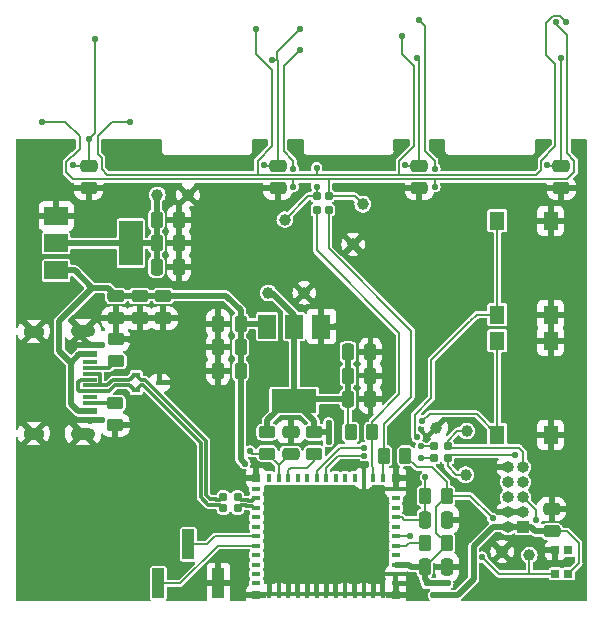
<source format=gtl>
G04 #@! TF.GenerationSoftware,KiCad,Pcbnew,7.0.9*
G04 #@! TF.CreationDate,2023-12-09T12:26:49+01:00*
G04 #@! TF.ProjectId,AirMonitor,4169724d-6f6e-4697-946f-722e6b696361,1.0.0*
G04 #@! TF.SameCoordinates,Original*
G04 #@! TF.FileFunction,Copper,L1,Top*
G04 #@! TF.FilePolarity,Positive*
%FSLAX46Y46*%
G04 Gerber Fmt 4.6, Leading zero omitted, Abs format (unit mm)*
G04 Created by KiCad (PCBNEW 7.0.9) date 2023-12-09 12:26:49*
%MOMM*%
%LPD*%
G01*
G04 APERTURE LIST*
G04 Aperture macros list*
%AMRoundRect*
0 Rectangle with rounded corners*
0 $1 Rounding radius*
0 $2 $3 $4 $5 $6 $7 $8 $9 X,Y pos of 4 corners*
0 Add a 4 corners polygon primitive as box body*
4,1,4,$2,$3,$4,$5,$6,$7,$8,$9,$2,$3,0*
0 Add four circle primitives for the rounded corners*
1,1,$1+$1,$2,$3*
1,1,$1+$1,$4,$5*
1,1,$1+$1,$6,$7*
1,1,$1+$1,$8,$9*
0 Add four rect primitives between the rounded corners*
20,1,$1+$1,$2,$3,$4,$5,0*
20,1,$1+$1,$4,$5,$6,$7,0*
20,1,$1+$1,$6,$7,$8,$9,0*
20,1,$1+$1,$8,$9,$2,$3,0*%
%AMFreePoly0*
4,1,6,0.725000,-0.725000,-0.725000,-0.725000,-0.725000,0.125000,-0.125000,0.725000,0.725000,0.725000,0.725000,-0.725000,0.725000,-0.725000,$1*%
G04 Aperture macros list end*
G04 #@! TA.AperFunction,SMDPad,CuDef*
%ADD10RoundRect,0.250000X-0.475000X0.250000X-0.475000X-0.250000X0.475000X-0.250000X0.475000X0.250000X0*%
G04 #@! TD*
G04 #@! TA.AperFunction,ComponentPad*
%ADD11C,1.000000*%
G04 #@! TD*
G04 #@! TA.AperFunction,SMDPad,CuDef*
%ADD12R,1.150000X0.600000*%
G04 #@! TD*
G04 #@! TA.AperFunction,SMDPad,CuDef*
%ADD13R,1.150000X0.300000*%
G04 #@! TD*
G04 #@! TA.AperFunction,ComponentPad*
%ADD14O,2.100000X1.000000*%
G04 #@! TD*
G04 #@! TA.AperFunction,ComponentPad*
%ADD15O,1.800000X1.000000*%
G04 #@! TD*
G04 #@! TA.AperFunction,SMDPad,CuDef*
%ADD16RoundRect,0.250000X0.450000X-0.262500X0.450000X0.262500X-0.450000X0.262500X-0.450000X-0.262500X0*%
G04 #@! TD*
G04 #@! TA.AperFunction,SMDPad,CuDef*
%ADD17RoundRect,0.250000X-0.262500X-0.450000X0.262500X-0.450000X0.262500X0.450000X-0.262500X0.450000X0*%
G04 #@! TD*
G04 #@! TA.AperFunction,SMDPad,CuDef*
%ADD18R,1.000000X2.510000*%
G04 #@! TD*
G04 #@! TA.AperFunction,SMDPad,CuDef*
%ADD19RoundRect,0.250000X-0.250000X-0.475000X0.250000X-0.475000X0.250000X0.475000X-0.250000X0.475000X0*%
G04 #@! TD*
G04 #@! TA.AperFunction,SMDPad,CuDef*
%ADD20R,1.300000X1.550000*%
G04 #@! TD*
G04 #@! TA.AperFunction,SMDPad,CuDef*
%ADD21RoundRect,0.160000X0.197500X0.160000X-0.197500X0.160000X-0.197500X-0.160000X0.197500X-0.160000X0*%
G04 #@! TD*
G04 #@! TA.AperFunction,SMDPad,CuDef*
%ADD22R,0.800000X0.400000*%
G04 #@! TD*
G04 #@! TA.AperFunction,SMDPad,CuDef*
%ADD23R,0.400000X0.800000*%
G04 #@! TD*
G04 #@! TA.AperFunction,SMDPad,CuDef*
%ADD24FreePoly0,180.000000*%
G04 #@! TD*
G04 #@! TA.AperFunction,SMDPad,CuDef*
%ADD25R,1.450000X1.450000*%
G04 #@! TD*
G04 #@! TA.AperFunction,SMDPad,CuDef*
%ADD26R,0.700000X0.700000*%
G04 #@! TD*
G04 #@! TA.AperFunction,SMDPad,CuDef*
%ADD27R,2.000000X1.500000*%
G04 #@! TD*
G04 #@! TA.AperFunction,SMDPad,CuDef*
%ADD28R,2.000000X3.800000*%
G04 #@! TD*
G04 #@! TA.AperFunction,SMDPad,CuDef*
%ADD29RoundRect,0.160000X0.160000X-0.197500X0.160000X0.197500X-0.160000X0.197500X-0.160000X-0.197500X0*%
G04 #@! TD*
G04 #@! TA.AperFunction,SMDPad,CuDef*
%ADD30RoundRect,0.160000X-0.197500X-0.160000X0.197500X-0.160000X0.197500X0.160000X-0.197500X0.160000X0*%
G04 #@! TD*
G04 #@! TA.AperFunction,SMDPad,CuDef*
%ADD31RoundRect,0.250000X-0.450000X0.262500X-0.450000X-0.262500X0.450000X-0.262500X0.450000X0.262500X0*%
G04 #@! TD*
G04 #@! TA.AperFunction,SMDPad,CuDef*
%ADD32RoundRect,0.250000X0.475000X-0.250000X0.475000X0.250000X-0.475000X0.250000X-0.475000X-0.250000X0*%
G04 #@! TD*
G04 #@! TA.AperFunction,SMDPad,CuDef*
%ADD33RoundRect,0.250000X0.262500X0.450000X-0.262500X0.450000X-0.262500X-0.450000X0.262500X-0.450000X0*%
G04 #@! TD*
G04 #@! TA.AperFunction,SMDPad,CuDef*
%ADD34R,0.700000X0.450000*%
G04 #@! TD*
G04 #@! TA.AperFunction,SMDPad,CuDef*
%ADD35R,1.500000X2.000000*%
G04 #@! TD*
G04 #@! TA.AperFunction,SMDPad,CuDef*
%ADD36R,3.800000X2.000000*%
G04 #@! TD*
G04 #@! TA.AperFunction,SMDPad,CuDef*
%ADD37RoundRect,0.250000X0.250000X0.475000X-0.250000X0.475000X-0.250000X-0.475000X0.250000X-0.475000X0*%
G04 #@! TD*
G04 #@! TA.AperFunction,SMDPad,CuDef*
%ADD38RoundRect,0.160000X-0.160000X0.197500X-0.160000X-0.197500X0.160000X-0.197500X0.160000X0.197500X0*%
G04 #@! TD*
G04 #@! TA.AperFunction,ComponentPad*
%ADD39R,1.000000X1.000000*%
G04 #@! TD*
G04 #@! TA.AperFunction,ComponentPad*
%ADD40O,1.000000X1.000000*%
G04 #@! TD*
G04 #@! TA.AperFunction,ViaPad*
%ADD41C,0.560000*%
G04 #@! TD*
G04 #@! TA.AperFunction,Conductor*
%ADD42C,0.500000*%
G04 #@! TD*
G04 #@! TA.AperFunction,Conductor*
%ADD43C,0.200000*%
G04 #@! TD*
G04 #@! TA.AperFunction,Conductor*
%ADD44C,0.300000*%
G04 #@! TD*
G04 APERTURE END LIST*
D10*
X121500000Y-122250000D03*
X121500000Y-124150000D03*
D11*
X137400000Y-148400000D03*
D12*
X105587500Y-137390000D03*
X105587500Y-138190000D03*
D13*
X105587500Y-139340000D03*
X105587500Y-140340000D03*
X105587500Y-140840000D03*
X105587500Y-141840000D03*
D12*
X105587500Y-142990000D03*
X105587500Y-143790000D03*
X105587500Y-143790000D03*
X105587500Y-142990000D03*
D13*
X105587500Y-142340000D03*
X105587500Y-141340000D03*
X105587500Y-139840000D03*
X105587500Y-138840000D03*
D12*
X105587500Y-138190000D03*
X105587500Y-137390000D03*
D14*
X105012500Y-136250000D03*
D15*
X100832500Y-136280000D03*
D14*
X105012500Y-144920000D03*
D15*
X100832500Y-144920000D03*
D10*
X111800000Y-133250000D03*
X111800000Y-135150000D03*
X145500000Y-122250000D03*
X145500000Y-124150000D03*
D16*
X107750000Y-144175000D03*
X107750000Y-142350000D03*
D17*
X133987500Y-150200000D03*
X135812500Y-150200000D03*
D18*
X111400000Y-157600000D03*
X113940000Y-154290000D03*
X116480000Y-157600000D03*
D11*
X120700000Y-133000000D03*
D19*
X111250000Y-130800000D03*
X113150000Y-130800000D03*
D20*
X144600000Y-126900000D03*
X144600000Y-134850000D03*
X140100000Y-126900000D03*
X140100000Y-134850000D03*
D19*
X127450000Y-140000000D03*
X129350000Y-140000000D03*
D16*
X124600000Y-146612500D03*
X124600000Y-144787500D03*
D11*
X142800000Y-155200000D03*
D19*
X133950000Y-152200000D03*
X135850000Y-152200000D03*
D21*
X118097500Y-151250000D03*
X116902500Y-151250000D03*
D11*
X122100000Y-126800000D03*
D19*
X133950000Y-156200000D03*
X135850000Y-156200000D03*
D22*
X131500000Y-157600000D03*
X131500000Y-156800000D03*
X131500000Y-156000000D03*
X131500000Y-155200000D03*
X131500000Y-154400000D03*
X131500000Y-153600000D03*
X131500000Y-152800000D03*
X131500000Y-152000000D03*
X131500000Y-151200000D03*
X131500000Y-150400000D03*
X131500000Y-149600000D03*
D23*
X130400000Y-148700000D03*
X129600000Y-148700000D03*
X128800000Y-148700000D03*
X128000000Y-148700000D03*
X127200000Y-148700000D03*
X126400000Y-148700000D03*
X125600000Y-148700000D03*
X124800000Y-148700000D03*
X124000000Y-148700000D03*
X123200000Y-148700000D03*
X122400000Y-148700000D03*
X121600000Y-148700000D03*
X120800000Y-148700000D03*
D22*
X119700000Y-149600000D03*
X119700000Y-150400000D03*
X119700000Y-151200000D03*
X119700000Y-152000000D03*
X119700000Y-152800000D03*
X119700000Y-153600000D03*
X119700000Y-154400000D03*
X119700000Y-155200000D03*
X119700000Y-156000000D03*
X119700000Y-156800000D03*
X119700000Y-157600000D03*
D23*
X120800000Y-158500000D03*
X121600000Y-158500000D03*
X122400000Y-158500000D03*
X123200000Y-158500000D03*
X124000000Y-158500000D03*
X124800000Y-158500000D03*
X125600000Y-158500000D03*
X126400000Y-158500000D03*
X127200000Y-158500000D03*
X128000000Y-158500000D03*
X128800000Y-158500000D03*
X129600000Y-158500000D03*
X130400000Y-158500000D03*
D24*
X127575000Y-155575000D03*
D25*
X127575000Y-153600000D03*
X127575000Y-151625000D03*
X125600000Y-155575000D03*
X125600000Y-153600000D03*
X125600000Y-151625000D03*
X123625000Y-155575000D03*
X123625000Y-153600000D03*
X123625000Y-151625000D03*
D26*
X119650000Y-158550000D03*
X119650000Y-148650000D03*
X131550000Y-148650000D03*
X131550000Y-158550000D03*
D21*
X135897500Y-146000000D03*
X134702500Y-146000000D03*
D27*
X102750000Y-126500000D03*
X102750000Y-128800000D03*
D28*
X109050000Y-128800000D03*
D27*
X102750000Y-131100000D03*
D19*
X127450000Y-138000000D03*
X129350000Y-138000000D03*
D10*
X109800000Y-133250000D03*
X109800000Y-135150000D03*
D11*
X137500000Y-144700000D03*
X140500000Y-154900000D03*
X127900000Y-128900000D03*
D29*
X124800000Y-125997500D03*
X124800000Y-124802500D03*
D30*
X134702500Y-147000000D03*
X135897500Y-147000000D03*
D16*
X120600000Y-146612500D03*
X120600000Y-144787500D03*
D31*
X107800000Y-136937500D03*
X107800000Y-138762500D03*
D19*
X127450000Y-142000000D03*
X129350000Y-142000000D03*
D32*
X144700000Y-153200000D03*
X144700000Y-151300000D03*
D33*
X129512500Y-144800000D03*
X127687500Y-144800000D03*
D10*
X105500000Y-122250000D03*
X105500000Y-124150000D03*
D34*
X109500000Y-139950000D03*
X109500000Y-141250000D03*
X111500000Y-140600000D03*
D20*
X144600000Y-137050000D03*
X144600000Y-145000000D03*
X140100000Y-137050000D03*
X140100000Y-145000000D03*
D17*
X130487500Y-146800000D03*
X132312500Y-146800000D03*
X133987500Y-154200000D03*
X135812500Y-154200000D03*
D35*
X125200000Y-135850000D03*
X122900000Y-135850000D03*
D36*
X122900000Y-142150000D03*
D35*
X120600000Y-135850000D03*
D11*
X123750000Y-133000000D03*
D10*
X133500000Y-122250000D03*
X133500000Y-124150000D03*
X107800000Y-133250000D03*
X107800000Y-135150000D03*
D11*
X128700000Y-125500000D03*
X111300000Y-124700000D03*
D30*
X116902500Y-150250000D03*
X118097500Y-150250000D03*
D37*
X118350000Y-139600000D03*
X116450000Y-139600000D03*
D19*
X111250000Y-128800000D03*
X113150000Y-128800000D03*
D32*
X122600000Y-146650000D03*
X122600000Y-144750000D03*
D26*
X146100000Y-154800000D03*
X145000000Y-154800000D03*
X145000000Y-156800000D03*
X146100000Y-156800000D03*
D11*
X113900000Y-124700000D03*
D38*
X125800000Y-124802500D03*
X125800000Y-125997500D03*
D19*
X111250000Y-126800000D03*
X113150000Y-126800000D03*
D37*
X118350000Y-137600000D03*
X116450000Y-137600000D03*
D11*
X134900000Y-144400000D03*
D37*
X118350000Y-135600000D03*
X116450000Y-135600000D03*
D39*
X142270000Y-152830000D03*
D40*
X141000000Y-152830000D03*
X142270000Y-151560000D03*
X141000000Y-151560000D03*
X142270000Y-150290000D03*
X141000000Y-150290000D03*
X142270000Y-149020000D03*
X141000000Y-149020000D03*
X142270000Y-147750000D03*
X141000000Y-147750000D03*
D41*
X118725000Y-147450000D03*
X134675000Y-158600000D03*
X133300000Y-145200000D03*
X134000000Y-148600000D03*
X119150000Y-146400000D03*
X133750000Y-143850000D03*
X134800000Y-122490500D03*
X123400000Y-112400000D03*
X122800000Y-124000000D03*
X145100000Y-110050000D03*
X133500000Y-109900000D03*
X122800000Y-122490500D03*
X101500000Y-118500000D03*
X134800000Y-124000000D03*
X124800000Y-124000000D03*
X124800000Y-122400000D03*
X119650000Y-110700000D03*
X109000000Y-118500000D03*
X132000000Y-111250000D03*
X145900000Y-110050000D03*
X141600000Y-146709500D03*
X115400000Y-135600000D03*
X145500000Y-125100000D03*
X130600000Y-152400000D03*
X130400000Y-142000000D03*
X126550000Y-145525000D03*
X132800000Y-158500000D03*
X125200000Y-134400000D03*
X126400000Y-135800000D03*
X130200000Y-155800000D03*
X115400000Y-139600000D03*
X128300000Y-147500000D03*
X111800000Y-136200000D03*
X126800000Y-127800000D03*
X122600000Y-143800000D03*
X118400000Y-148600000D03*
X128600000Y-121800000D03*
X121900000Y-151700000D03*
X109000000Y-144200000D03*
X121000000Y-149725000D03*
X109800000Y-136200000D03*
X139000000Y-150300000D03*
X125800000Y-142700000D03*
X124700000Y-152500000D03*
X107200000Y-122200000D03*
X130400000Y-140000000D03*
X123750000Y-122400000D03*
X128600000Y-154900000D03*
X128350000Y-143475000D03*
X126575000Y-144375000D03*
X127000000Y-133000000D03*
X124575000Y-149750000D03*
X112000000Y-122200000D03*
X143500000Y-150100000D03*
X106600000Y-143800000D03*
X105500000Y-125100000D03*
X114800000Y-122200000D03*
X104600000Y-137390000D03*
X138200000Y-122400000D03*
X137800000Y-151300000D03*
X130800000Y-121800000D03*
X136600000Y-122400000D03*
X129100000Y-149925000D03*
X107800000Y-136000000D03*
X132800000Y-148600000D03*
X121500000Y-125100000D03*
X133500000Y-125100000D03*
X131000000Y-137000000D03*
X106600000Y-137400000D03*
X123800000Y-127800000D03*
X126250000Y-122400000D03*
X131000000Y-141200000D03*
X104600000Y-143800000D03*
X133600000Y-141200000D03*
X129000000Y-131000000D03*
X109200000Y-122200000D03*
X118500000Y-158600000D03*
X140400000Y-121800000D03*
X142600000Y-121800000D03*
X121800000Y-155600000D03*
X127025000Y-147375000D03*
X133600000Y-137000000D03*
X115400000Y-137600000D03*
X109000000Y-137000000D03*
X129700000Y-151700000D03*
X130400000Y-138000000D03*
X119050000Y-145125000D03*
X132700000Y-153600000D03*
X138775000Y-155375000D03*
X134800000Y-157600000D03*
X125800000Y-144800000D03*
X139700000Y-152100000D03*
X125800000Y-145600000D03*
X143400000Y-152200000D03*
X135900000Y-157600000D03*
X134110497Y-157600000D03*
X125800000Y-144000000D03*
X132309500Y-122200000D03*
X145450000Y-113150000D03*
X120990500Y-113250000D03*
X104200000Y-122200000D03*
X133300000Y-113100000D03*
X123400000Y-110650000D03*
X120309500Y-122210271D03*
X144309500Y-122200000D03*
X105500000Y-120000000D03*
X106000000Y-111500000D03*
X128800000Y-146789503D03*
X133600000Y-147000000D03*
X128800000Y-146100000D03*
X133600000Y-146000000D03*
D42*
X117150000Y-133250000D02*
X111800000Y-133250000D01*
X102750000Y-131100000D02*
X104300000Y-131100000D01*
X118350000Y-147075000D02*
X118725000Y-147450000D01*
D43*
X146000000Y-153200000D02*
X144700000Y-153200000D01*
D42*
X118350000Y-135600000D02*
X120350000Y-135600000D01*
X143300000Y-153200000D02*
X144700000Y-153200000D01*
X104300000Y-131100000D02*
X105800000Y-132600000D01*
X139720000Y-152830000D02*
X142270000Y-152830000D01*
X138075000Y-157250000D02*
X138075000Y-154475000D01*
X120350000Y-135600000D02*
X120600000Y-135850000D01*
X134675000Y-158600000D02*
X136725000Y-158600000D01*
X105800000Y-132600000D02*
X107150000Y-132600000D01*
X118350000Y-134450000D02*
X117150000Y-133250000D01*
X136725000Y-158600000D02*
X138075000Y-157250000D01*
X118350000Y-139600000D02*
X118350000Y-137600000D01*
X103000000Y-137902500D02*
X104000000Y-138902500D01*
X104000000Y-138902500D02*
X104000000Y-142400000D01*
X138075000Y-154475000D02*
X139720000Y-152830000D01*
X104712500Y-138190000D02*
X104000000Y-138902500D01*
X118350000Y-135600000D02*
X118350000Y-134450000D01*
D43*
X147000000Y-155900000D02*
X147000000Y-154200000D01*
D42*
X104000000Y-142400000D02*
X104590000Y-142990000D01*
X105800000Y-132600000D02*
X103000000Y-135400000D01*
X103000000Y-135400000D02*
X103000000Y-137902500D01*
X107150000Y-132600000D02*
X107800000Y-133250000D01*
X111800000Y-133250000D02*
X107800000Y-133250000D01*
X118350000Y-137600000D02*
X118350000Y-135600000D01*
X104590000Y-142990000D02*
X105587500Y-142990000D01*
X142270000Y-152830000D02*
X142930000Y-152830000D01*
X142930000Y-152830000D02*
X143300000Y-153200000D01*
X105587500Y-138190000D02*
X104712500Y-138190000D01*
D43*
X146100000Y-156800000D02*
X147000000Y-155900000D01*
D42*
X118350000Y-139600000D02*
X118350000Y-147075000D01*
D43*
X147000000Y-154200000D02*
X146000000Y-153200000D01*
X132000000Y-152000000D02*
X132200000Y-152200000D01*
X133100000Y-145000000D02*
X133300000Y-145200000D01*
X137800000Y-135400000D02*
X134500000Y-138700000D01*
X133987500Y-150200000D02*
X133987500Y-152162500D01*
X133987500Y-152162500D02*
X133950000Y-152200000D01*
X134000000Y-150187500D02*
X133987500Y-150200000D01*
X132200000Y-152200000D02*
X133950000Y-152200000D01*
X140100000Y-134850000D02*
X138350000Y-134850000D01*
X134500000Y-141900000D02*
X133100000Y-143300000D01*
X134500000Y-138700000D02*
X134500000Y-141200000D01*
X131500000Y-152000000D02*
X132000000Y-152000000D01*
X134500000Y-141200000D02*
X134500000Y-141900000D01*
X140100000Y-134850000D02*
X140100000Y-126900000D01*
X138350000Y-134850000D02*
X137800000Y-135400000D01*
X133100000Y-143300000D02*
X133100000Y-145000000D01*
X134000000Y-148600000D02*
X134000000Y-150187500D01*
X121600000Y-147600000D02*
X121600000Y-147612500D01*
X138350000Y-143250000D02*
X140100000Y-145000000D01*
X120600000Y-146612500D02*
X121600000Y-147612500D01*
X121600000Y-147612500D02*
X121600000Y-148700000D01*
X122550000Y-146650000D02*
X121600000Y-147600000D01*
X120600000Y-146612500D02*
X119362500Y-146612500D01*
X119362500Y-146612500D02*
X119150000Y-146400000D01*
X134350000Y-143250000D02*
X138350000Y-143250000D01*
X140100000Y-137050000D02*
X140100000Y-145000000D01*
X133750000Y-143850000D02*
X134350000Y-143250000D01*
X122600000Y-146650000D02*
X122550000Y-146650000D01*
X146000000Y-121200000D02*
X146600000Y-121800000D01*
X122800000Y-124000000D02*
X122800000Y-123400000D01*
X122800000Y-123400000D02*
X104200000Y-123400000D01*
X134800000Y-124000000D02*
X134800000Y-123400000D01*
X104750000Y-120815685D02*
X104750000Y-119750000D01*
X104200000Y-123400000D02*
X103600000Y-122800000D01*
X122800000Y-121800000D02*
X122800000Y-122490500D01*
X146600000Y-122800000D02*
X146000000Y-123400000D01*
X125800000Y-124802500D02*
X125800000Y-123400000D01*
X104750000Y-119750000D02*
X103500000Y-118500000D01*
X104100000Y-121400000D02*
X104165685Y-121400000D01*
X134000000Y-121000000D02*
X134000000Y-110400000D01*
X131400000Y-123400000D02*
X125800000Y-123400000D01*
X128002500Y-124802500D02*
X128700000Y-125500000D01*
X122000000Y-121000000D02*
X122800000Y-121800000D01*
X145100000Y-110250000D02*
X146000000Y-111150000D01*
X103600000Y-121900000D02*
X104100000Y-121400000D01*
X122000000Y-121000000D02*
X122000000Y-113800000D01*
X134800000Y-123400000D02*
X131400000Y-123400000D01*
X146000000Y-111150000D02*
X146000000Y-121200000D01*
X103600000Y-122800000D02*
X103600000Y-121900000D01*
X125800000Y-124802500D02*
X128002500Y-124802500D01*
X104165685Y-121400000D02*
X104750000Y-120815685D01*
X146600000Y-121800000D02*
X146600000Y-122800000D01*
X134800000Y-122490500D02*
X134800000Y-121800000D01*
X134800000Y-121800000D02*
X134000000Y-121000000D01*
X146000000Y-123400000D02*
X134800000Y-123400000D01*
X125800000Y-123400000D02*
X122800000Y-123400000D01*
X134000000Y-110400000D02*
X133500000Y-109900000D01*
X122000000Y-113800000D02*
X123400000Y-112400000D01*
X145100000Y-110050000D02*
X145100000Y-110250000D01*
X103500000Y-118500000D02*
X101500000Y-118500000D01*
X132000000Y-112800000D02*
X133000000Y-113800000D01*
X124800000Y-123000000D02*
X120400000Y-123000000D01*
X131800000Y-121800000D02*
X131800000Y-123000000D01*
X106250000Y-121250000D02*
X106250000Y-119750000D01*
X143800000Y-122600000D02*
X143400000Y-123000000D01*
X131800000Y-123000000D02*
X132400000Y-123000000D01*
X120400000Y-123000000D02*
X107050000Y-123000000D01*
X106250000Y-119750000D02*
X107500000Y-118500000D01*
X119650000Y-112750000D02*
X121000000Y-114100000D01*
X145900000Y-110050000D02*
X145390000Y-109540000D01*
X121000000Y-114100000D02*
X121000000Y-120600000D01*
X145000000Y-113650000D02*
X145000000Y-120600000D01*
X124800000Y-124802500D02*
X124800000Y-124000000D01*
X121000000Y-120600000D02*
X119800000Y-121800000D01*
X144200000Y-112850000D02*
X145000000Y-113650000D01*
X124800000Y-123000000D02*
X124800000Y-122400000D01*
X144200000Y-110150000D02*
X144200000Y-112850000D01*
X106600000Y-122550000D02*
X106600000Y-121600000D01*
X133000000Y-113800000D02*
X133000000Y-120600000D01*
X144810000Y-109540000D02*
X144200000Y-110150000D01*
X107500000Y-118500000D02*
X109000000Y-118500000D01*
X145000000Y-120600000D02*
X143800000Y-121800000D01*
X106600000Y-121600000D02*
X106250000Y-121250000D01*
X122100000Y-126800000D02*
X124097500Y-124802500D01*
X143800000Y-121800000D02*
X143800000Y-122600000D01*
X132400000Y-123000000D02*
X124800000Y-123000000D01*
X124097500Y-124802500D02*
X124800000Y-124802500D01*
X133000000Y-120600000D02*
X131800000Y-121800000D01*
X145390000Y-109540000D02*
X144810000Y-109540000D01*
X107050000Y-123000000D02*
X106600000Y-122550000D01*
X119800000Y-121800000D02*
X119800000Y-123000000D01*
X132000000Y-111250000D02*
X132000000Y-112800000D01*
X143400000Y-123000000D02*
X132400000Y-123000000D01*
X119650000Y-110700000D02*
X119650000Y-112750000D01*
X135897500Y-147000000D02*
X136197500Y-146700000D01*
X135897500Y-147697500D02*
X136600000Y-148400000D01*
X136600000Y-148400000D02*
X137400000Y-148400000D01*
X141590500Y-146700000D02*
X141600000Y-146709500D01*
X135897500Y-147000000D02*
X135897500Y-147697500D01*
X136197500Y-146700000D02*
X141590500Y-146700000D01*
X135897500Y-146000000D02*
X135997500Y-146100000D01*
X135997500Y-146100000D02*
X141900000Y-146100000D01*
X141900000Y-146100000D02*
X142270000Y-146470000D01*
X135897500Y-145502500D02*
X136700000Y-144700000D01*
X142270000Y-146470000D02*
X142270000Y-147750000D01*
X136700000Y-144700000D02*
X137500000Y-144700000D01*
X135897500Y-146000000D02*
X135897500Y-145502500D01*
D42*
X105587500Y-137390000D02*
X104600000Y-137390000D01*
X107800000Y-135150000D02*
X107800000Y-136000000D01*
X116450000Y-135600000D02*
X115400000Y-135600000D01*
X104610000Y-143790000D02*
X104600000Y-143800000D01*
X125200000Y-135850000D02*
X125200000Y-134400000D01*
D43*
X128800000Y-148700000D02*
X128800000Y-148000000D01*
D42*
X121500000Y-124150000D02*
X121500000Y-125100000D01*
X105587500Y-143790000D02*
X104610000Y-143790000D01*
X116450000Y-139600000D02*
X115400000Y-139600000D01*
X107800000Y-135150000D02*
X109800000Y-135150000D01*
X105587500Y-137390000D02*
X106590000Y-137390000D01*
X108975000Y-144175000D02*
X109000000Y-144200000D01*
X122600000Y-144750000D02*
X122600000Y-143800000D01*
X111800000Y-135150000D02*
X111800000Y-136200000D01*
X129350000Y-142000000D02*
X130400000Y-142000000D01*
X125200000Y-135850000D02*
X126350000Y-135850000D01*
X108937500Y-136937500D02*
X109000000Y-137000000D01*
X126350000Y-135850000D02*
X126400000Y-135800000D01*
D43*
X128800000Y-148000000D02*
X128300000Y-147500000D01*
D42*
X133500000Y-124150000D02*
X133500000Y-125100000D01*
X106590000Y-137390000D02*
X106600000Y-137400000D01*
X107750000Y-144175000D02*
X108975000Y-144175000D01*
X129350000Y-138000000D02*
X130400000Y-138000000D01*
X116450000Y-137600000D02*
X115400000Y-137600000D01*
X107800000Y-136937500D02*
X108937500Y-136937500D01*
X105587500Y-143790000D02*
X106590000Y-143790000D01*
X129350000Y-140000000D02*
X130400000Y-140000000D01*
X106590000Y-143790000D02*
X106600000Y-143800000D01*
X109800000Y-135150000D02*
X111800000Y-135150000D01*
X129350000Y-138000000D02*
X129350000Y-142000000D01*
X109800000Y-135150000D02*
X109800000Y-136200000D01*
X105500000Y-124150000D02*
X105500000Y-125100000D01*
X123750000Y-133000000D02*
X123800000Y-133000000D01*
X145500000Y-124150000D02*
X145500000Y-125100000D01*
D44*
X107222500Y-139340000D02*
X107800000Y-138762500D01*
X105587500Y-139340000D02*
X107222500Y-139340000D01*
X116247384Y-150493916D02*
X116288468Y-150535000D01*
X106372500Y-140840000D02*
X106442500Y-140770000D01*
X109935000Y-140385000D02*
X110289056Y-140385000D01*
X107527903Y-140385000D02*
X108940000Y-140385000D01*
X115797972Y-150493916D02*
X116247384Y-150493916D01*
X115415000Y-145510944D02*
X115415000Y-150110944D01*
X106372500Y-139840000D02*
X105587500Y-139840000D01*
X106372500Y-140840000D02*
X107072903Y-140840000D01*
X116580000Y-150535000D02*
X116865000Y-150250000D01*
X116865000Y-150250000D02*
X116902500Y-150250000D01*
X107072903Y-140840000D02*
X107527903Y-140385000D01*
X109500000Y-139950000D02*
X109935000Y-140385000D01*
X110289056Y-140385000D02*
X115415000Y-145510944D01*
X108940000Y-140385000D02*
X109375000Y-139950000D01*
X109375000Y-139950000D02*
X109500000Y-139950000D01*
X116288468Y-150535000D02*
X116580000Y-150535000D01*
X106442500Y-140770000D02*
X106442500Y-139910000D01*
X105587500Y-140840000D02*
X106372500Y-140840000D01*
X115415000Y-150110944D02*
X115797972Y-150493916D01*
X106442500Y-139910000D02*
X106372500Y-139840000D01*
X104802500Y-140340000D02*
X104600000Y-140542500D01*
X114985000Y-145689056D02*
X114985000Y-150289056D01*
X107706015Y-140815000D02*
X108940000Y-140815000D01*
X116865000Y-151250000D02*
X116902500Y-151250000D01*
X104600000Y-140542500D02*
X104600000Y-141227500D01*
X116123916Y-150965000D02*
X116580000Y-150965000D01*
X106540000Y-141340000D02*
X106610000Y-141270000D01*
X105587500Y-140340000D02*
X104802500Y-140340000D01*
X105587500Y-141340000D02*
X106540000Y-141340000D01*
X116082832Y-150923916D02*
X116123916Y-150965000D01*
X114985000Y-150289056D02*
X115619860Y-150923916D01*
X116580000Y-150965000D02*
X116865000Y-151250000D01*
X115619860Y-150923916D02*
X116082832Y-150923916D01*
X107251015Y-141270000D02*
X107706015Y-140815000D01*
X109935000Y-140815000D02*
X110110944Y-140815000D01*
X104712500Y-141340000D02*
X105587500Y-141340000D01*
X106610000Y-141270000D02*
X107251015Y-141270000D01*
X109500000Y-141250000D02*
X109935000Y-140815000D01*
X109375000Y-141250000D02*
X109500000Y-141250000D01*
X110110944Y-140815000D02*
X114985000Y-145689056D01*
X104600000Y-141227500D02*
X104712500Y-141340000D01*
X108940000Y-140815000D02*
X109375000Y-141250000D01*
X118420000Y-150535000D02*
X118963554Y-150535000D01*
X119013554Y-150585000D02*
X119315000Y-150585000D01*
X118135000Y-150250000D02*
X118420000Y-150535000D01*
X119500000Y-150400000D02*
X119700000Y-150400000D01*
X118963554Y-150535000D02*
X119013554Y-150585000D01*
D43*
X118247500Y-150400000D02*
X118097500Y-150250000D01*
D44*
X119315000Y-150585000D02*
X119500000Y-150400000D01*
X118097500Y-150250000D02*
X118135000Y-150250000D01*
X118097500Y-151250000D02*
X118135000Y-151250000D01*
D43*
X118147500Y-151200000D02*
X118097500Y-151250000D01*
D44*
X118420000Y-150965000D02*
X118799002Y-150965000D01*
X119315000Y-151015000D02*
X119500000Y-151200000D01*
X118849002Y-151015000D02*
X119315000Y-151015000D01*
X118135000Y-151250000D02*
X118420000Y-150965000D01*
X119500000Y-151200000D02*
X119700000Y-151200000D01*
X118799002Y-150965000D02*
X118849002Y-151015000D01*
D43*
X116200000Y-153600000D02*
X115510000Y-154290000D01*
X115510000Y-154290000D02*
X113940000Y-154290000D01*
X119700000Y-153600000D02*
X116200000Y-153600000D01*
X111400000Y-157600000D02*
X113200000Y-157600000D01*
X116400000Y-154400000D02*
X119700000Y-154400000D01*
X113200000Y-157600000D02*
X116400000Y-154400000D01*
D44*
X107740000Y-142340000D02*
X107750000Y-142350000D01*
X105587500Y-142340000D02*
X107740000Y-142340000D01*
D43*
X122400000Y-148000000D02*
X122600000Y-147800000D01*
X122400000Y-148700000D02*
X122400000Y-148000000D01*
X124600000Y-147200000D02*
X124600000Y-146612500D01*
X122600000Y-147800000D02*
X124000000Y-147800000D01*
X124000000Y-147800000D02*
X124600000Y-147200000D01*
X132600000Y-154200000D02*
X133987500Y-154200000D01*
X131500000Y-154400000D02*
X132400000Y-154400000D01*
X132400000Y-154400000D02*
X132600000Y-154200000D01*
X142800000Y-156800000D02*
X145000000Y-156800000D01*
X138775000Y-155375000D02*
X140200000Y-156800000D01*
X140200000Y-156800000D02*
X142800000Y-156800000D01*
X131500000Y-153600000D02*
X132700000Y-153600000D01*
X142800000Y-155200000D02*
X142800000Y-156800000D01*
X139700000Y-152100000D02*
X137800000Y-150200000D01*
X133262500Y-147750000D02*
X132312500Y-146800000D01*
D42*
X134800000Y-157600000D02*
X134110497Y-157600000D01*
X122900000Y-142150000D02*
X122250000Y-142150000D01*
D43*
X127450000Y-142000000D02*
X127450000Y-144562500D01*
D42*
X125800000Y-144800000D02*
X125800000Y-144000000D01*
X127450000Y-140000000D02*
X127450000Y-142000000D01*
X125787500Y-144787500D02*
X125800000Y-144800000D01*
X122250000Y-142150000D02*
X120600000Y-143800000D01*
X122900000Y-135850000D02*
X122900000Y-134900000D01*
D43*
X133950000Y-156200000D02*
X135812500Y-154337500D01*
D42*
X135900000Y-157600000D02*
X134800000Y-157600000D01*
D43*
X135812500Y-154337500D02*
X135812500Y-154200000D01*
D42*
X132600000Y-156000000D02*
X132800000Y-156200000D01*
D43*
X135812500Y-154200000D02*
X135800000Y-154200000D01*
X137800000Y-150200000D02*
X135812500Y-150200000D01*
D42*
X122900000Y-134900000D02*
X121000000Y-133000000D01*
X123050000Y-142000000D02*
X122900000Y-142150000D01*
D43*
X135812500Y-150200000D02*
X135812500Y-149012500D01*
X143400000Y-151420000D02*
X143400000Y-152200000D01*
X127450000Y-144562500D02*
X127687500Y-144800000D01*
D42*
X124600000Y-144787500D02*
X124600000Y-143850000D01*
D43*
X134900000Y-151112500D02*
X135812500Y-150200000D01*
D42*
X124600000Y-143850000D02*
X122900000Y-142150000D01*
X127450000Y-138000000D02*
X127450000Y-140000000D01*
X122900000Y-142150000D02*
X122900000Y-135850000D01*
X121000000Y-133000000D02*
X120700000Y-133000000D01*
X120600000Y-144787500D02*
X120600000Y-143800000D01*
D43*
X142270000Y-150290000D02*
X143400000Y-151420000D01*
D42*
X134800000Y-157600000D02*
X134300000Y-157600000D01*
D43*
X135800000Y-154200000D02*
X134900000Y-153300000D01*
D42*
X133950000Y-157250000D02*
X133950000Y-156200000D01*
D43*
X135812500Y-149012500D02*
X134550000Y-147750000D01*
D42*
X132800000Y-156200000D02*
X133950000Y-156200000D01*
X134300000Y-157600000D02*
X133950000Y-157250000D01*
D43*
X134550000Y-147750000D02*
X133262500Y-147750000D01*
D42*
X125800000Y-145600000D02*
X125800000Y-144800000D01*
X124600000Y-144787500D02*
X125787500Y-144787500D01*
D43*
X134900000Y-153300000D02*
X134900000Y-151112500D01*
D42*
X131500000Y-156000000D02*
X132600000Y-156000000D01*
X127450000Y-142000000D02*
X123050000Y-142000000D01*
D43*
X121450000Y-113300000D02*
X121500000Y-113350000D01*
X105500000Y-120000000D02*
X105500000Y-122250000D01*
X132359500Y-122250000D02*
X132309500Y-122200000D01*
D42*
X111250000Y-124750000D02*
X111300000Y-124700000D01*
D43*
X121500000Y-122250000D02*
X120349229Y-122250000D01*
X133300000Y-113100000D02*
X133500000Y-113300000D01*
X121400000Y-113250000D02*
X121450000Y-113300000D01*
X145500000Y-122250000D02*
X144359500Y-122250000D01*
D42*
X111250000Y-130800000D02*
X111250000Y-126800000D01*
D43*
X104250000Y-122250000D02*
X104200000Y-122200000D01*
X121500000Y-113350000D02*
X121500000Y-122250000D01*
X133500000Y-113300000D02*
X133500000Y-122250000D01*
X133500000Y-122250000D02*
X132359500Y-122250000D01*
X145450000Y-113150000D02*
X145500000Y-113200000D01*
D42*
X109050000Y-128800000D02*
X102750000Y-128800000D01*
D43*
X105500000Y-122250000D02*
X104250000Y-122250000D01*
X120349229Y-122250000D02*
X120309500Y-122210271D01*
X144359500Y-122250000D02*
X144309500Y-122200000D01*
X120990500Y-113250000D02*
X121400000Y-113250000D01*
X123400000Y-110650000D02*
X121450000Y-112600000D01*
X145500000Y-113200000D02*
X145500000Y-122250000D01*
X121450000Y-112600000D02*
X121450000Y-113300000D01*
X106000000Y-111500000D02*
X106000000Y-119500000D01*
D42*
X111250000Y-126800000D02*
X111250000Y-124750000D01*
D43*
X106000000Y-119500000D02*
X105500000Y-120000000D01*
D42*
X111250000Y-128800000D02*
X109050000Y-128800000D01*
D43*
X132800000Y-141800000D02*
X132800000Y-136200000D01*
X130487500Y-146800000D02*
X130487500Y-144112500D01*
X132800000Y-136200000D02*
X125800000Y-129200000D01*
X125800000Y-129200000D02*
X125800000Y-125997500D01*
X130400000Y-148700000D02*
X130400000Y-146775000D01*
X130487500Y-144112500D02*
X132800000Y-141800000D01*
X130400000Y-146775000D02*
X130475000Y-146700000D01*
X124800000Y-129400000D02*
X131800000Y-136400000D01*
X131800000Y-136400000D02*
X131800000Y-141600000D01*
X131800000Y-141600000D02*
X129487500Y-143912500D01*
X124800000Y-125997500D02*
X124800000Y-129400000D01*
X129487500Y-147687500D02*
X129487500Y-144800000D01*
X129487500Y-143912500D02*
X129487500Y-144800000D01*
X129600000Y-148700000D02*
X129600000Y-147800000D01*
X129600000Y-147800000D02*
X129487500Y-147687500D01*
X126610497Y-146789503D02*
X128800000Y-146789503D01*
X126600000Y-146800000D02*
X126610497Y-146789503D01*
X125600000Y-147800000D02*
X126600000Y-146800000D01*
X133600000Y-147000000D02*
X134702500Y-147000000D01*
X125600000Y-148700000D02*
X125600000Y-147800000D01*
X133600000Y-146000000D02*
X134702500Y-146000000D01*
X126750000Y-146100000D02*
X128800000Y-146100000D01*
X124800000Y-148700000D02*
X124800000Y-148050000D01*
X124800000Y-148050000D02*
X126750000Y-146100000D01*
G04 #@! TA.AperFunction,Conductor*
G36*
X104408691Y-120018907D02*
G01*
X104444655Y-120068407D01*
X104449500Y-120099000D01*
X104449500Y-120650206D01*
X104430593Y-120708397D01*
X104420503Y-120720210D01*
X104057937Y-121082775D01*
X104027918Y-121103338D01*
X104021014Y-121106386D01*
X103999228Y-121113132D01*
X103989571Y-121114937D01*
X103989565Y-121114940D01*
X103962465Y-121131718D01*
X103956396Y-121134917D01*
X103927238Y-121147792D01*
X103927231Y-121147796D01*
X103920286Y-121154742D01*
X103902406Y-121168905D01*
X103894048Y-121174080D01*
X103874839Y-121199515D01*
X103870335Y-121204692D01*
X103433590Y-121641437D01*
X103422361Y-121649550D01*
X103423090Y-121650515D01*
X103415771Y-121656041D01*
X103383372Y-121691580D01*
X103381796Y-121693231D01*
X103367830Y-121707198D01*
X103367817Y-121707213D01*
X103365813Y-121710138D01*
X103361561Y-121715504D01*
X103340084Y-121739065D01*
X103340083Y-121739067D01*
X103336529Y-121748240D01*
X103325896Y-121768412D01*
X103320346Y-121776515D01*
X103320342Y-121776524D01*
X103313045Y-121807545D01*
X103311016Y-121814098D01*
X103299500Y-121843824D01*
X103299500Y-121853651D01*
X103296870Y-121876318D01*
X103294621Y-121885879D01*
X103299025Y-121917452D01*
X103299500Y-121924298D01*
X103299500Y-122734835D01*
X103297280Y-122748513D01*
X103298494Y-122748683D01*
X103297226Y-122757766D01*
X103299447Y-122805783D01*
X103299500Y-122808069D01*
X103299500Y-122827842D01*
X103300152Y-122831332D01*
X103300943Y-122838149D01*
X103302414Y-122869987D01*
X103302415Y-122869994D01*
X103306384Y-122878982D01*
X103313133Y-122900773D01*
X103314939Y-122910433D01*
X103331717Y-122937533D01*
X103334915Y-122943600D01*
X103342569Y-122960932D01*
X103347794Y-122972765D01*
X103354745Y-122979716D01*
X103368907Y-122997596D01*
X103374081Y-123005952D01*
X103399511Y-123025156D01*
X103404690Y-123029662D01*
X103941436Y-123566407D01*
X103949537Y-123577647D01*
X103950516Y-123576909D01*
X103956044Y-123584230D01*
X103991569Y-123616616D01*
X103993223Y-123618195D01*
X104000948Y-123625919D01*
X104007203Y-123632174D01*
X104010128Y-123634178D01*
X104015505Y-123638437D01*
X104039064Y-123659914D01*
X104039065Y-123659914D01*
X104039067Y-123659916D01*
X104048230Y-123663466D01*
X104068416Y-123674105D01*
X104076519Y-123679656D01*
X104107553Y-123686955D01*
X104114090Y-123688979D01*
X104143827Y-123700500D01*
X104153652Y-123700500D01*
X104176316Y-123703129D01*
X104185881Y-123705379D01*
X104185881Y-123705378D01*
X104194814Y-123707480D01*
X104194458Y-123708991D01*
X104241983Y-123726895D01*
X104275628Y-123778000D01*
X104278650Y-123814281D01*
X104275000Y-123850011D01*
X104275000Y-123899999D01*
X104275001Y-123900000D01*
X106724998Y-123900000D01*
X106724999Y-123899999D01*
X106724999Y-123850014D01*
X106720866Y-123809562D01*
X106733761Y-123749751D01*
X106779349Y-123708942D01*
X106819353Y-123700500D01*
X113297092Y-123700500D01*
X113355283Y-123719407D01*
X113391247Y-123768907D01*
X113395020Y-123814027D01*
X113391475Y-123837921D01*
X113899999Y-124346445D01*
X114408523Y-123837921D01*
X114404979Y-123814027D01*
X114415143Y-123753692D01*
X114458830Y-123710854D01*
X114502907Y-123700500D01*
X120180646Y-123700500D01*
X120238837Y-123719407D01*
X120274801Y-123768907D01*
X120279133Y-123809563D01*
X120275000Y-123850013D01*
X120275000Y-123899999D01*
X120275001Y-123900000D01*
X121651000Y-123900000D01*
X121709191Y-123918907D01*
X121745155Y-123968407D01*
X121750000Y-123999000D01*
X121750000Y-125149998D01*
X121750001Y-125149999D01*
X122024986Y-125149999D01*
X122127687Y-125139507D01*
X122127699Y-125139504D01*
X122294124Y-125084356D01*
X122443340Y-124992319D01*
X122567319Y-124868340D01*
X122659356Y-124719124D01*
X122715943Y-124548360D01*
X122752195Y-124499070D01*
X122809918Y-124480500D01*
X122869084Y-124480500D01*
X122869085Y-124480500D01*
X123001659Y-124441573D01*
X123117896Y-124366872D01*
X123208379Y-124262449D01*
X123265777Y-124136765D01*
X123285441Y-124000000D01*
X123285369Y-123999500D01*
X123265778Y-123863240D01*
X123265777Y-123863238D01*
X123265777Y-123863235D01*
X123255451Y-123840626D01*
X123248477Y-123779840D01*
X123278563Y-123726563D01*
X123334219Y-123701145D01*
X123345505Y-123700500D01*
X124254495Y-123700500D01*
X124312686Y-123719407D01*
X124348650Y-123768907D01*
X124348650Y-123830093D01*
X124344548Y-123840627D01*
X124334223Y-123863235D01*
X124334221Y-123863240D01*
X124314559Y-123999997D01*
X124314559Y-124000002D01*
X124334221Y-124136759D01*
X124334222Y-124136762D01*
X124388494Y-124255602D01*
X124395468Y-124316389D01*
X124368445Y-124366730D01*
X124342551Y-124392623D01*
X124342549Y-124392627D01*
X124316223Y-124446480D01*
X124273680Y-124490454D01*
X124227282Y-124502000D01*
X124162668Y-124502000D01*
X124148989Y-124499767D01*
X124148819Y-124500993D01*
X124139735Y-124499725D01*
X124098481Y-124501633D01*
X124091696Y-124501947D01*
X124089417Y-124502000D01*
X124069656Y-124502000D01*
X124069651Y-124502000D01*
X124069649Y-124502001D01*
X124066151Y-124502654D01*
X124059350Y-124503442D01*
X124027508Y-124504915D01*
X124018514Y-124508886D01*
X123996728Y-124515632D01*
X123987072Y-124517437D01*
X123987065Y-124517440D01*
X123959965Y-124534218D01*
X123953896Y-124537417D01*
X123924738Y-124550292D01*
X123924731Y-124550296D01*
X123917786Y-124557242D01*
X123899906Y-124571405D01*
X123891548Y-124576580D01*
X123872339Y-124602015D01*
X123867835Y-124607192D01*
X122377346Y-126097681D01*
X122322829Y-126125458D01*
X122283651Y-126123801D01*
X122185056Y-126099500D01*
X122014944Y-126099500D01*
X122014941Y-126099500D01*
X121849776Y-126140209D01*
X121699146Y-126219267D01*
X121571818Y-126332069D01*
X121571817Y-126332071D01*
X121475182Y-126472070D01*
X121414860Y-126631128D01*
X121408025Y-126687418D01*
X121405146Y-126711133D01*
X121394355Y-126800000D01*
X121414860Y-126968872D01*
X121475182Y-127127930D01*
X121571817Y-127267929D01*
X121699148Y-127380734D01*
X121849775Y-127459790D01*
X122014944Y-127500500D01*
X122014947Y-127500500D01*
X122185053Y-127500500D01*
X122185056Y-127500500D01*
X122350225Y-127459790D01*
X122500852Y-127380734D01*
X122628183Y-127267929D01*
X122724818Y-127127930D01*
X122785140Y-126968872D01*
X122805645Y-126800000D01*
X122785140Y-126631128D01*
X122782733Y-126624783D01*
X122779777Y-126563671D01*
X122805294Y-126519675D01*
X124169000Y-125155971D01*
X124223516Y-125128195D01*
X124283948Y-125137766D01*
X124327213Y-125181031D01*
X124327944Y-125182496D01*
X124342549Y-125212372D01*
X124342550Y-125212373D01*
X124342551Y-125212375D01*
X124427625Y-125297449D01*
X124427626Y-125297449D01*
X124427628Y-125297451D01*
X124455462Y-125311058D01*
X124499437Y-125353600D01*
X124510007Y-125413866D01*
X124483135Y-125468835D01*
X124455466Y-125488938D01*
X124427631Y-125502546D01*
X124427628Y-125502549D01*
X124427626Y-125502550D01*
X124427625Y-125502551D01*
X124376622Y-125553554D01*
X124342549Y-125587627D01*
X124302832Y-125668870D01*
X124289709Y-125695714D01*
X124282786Y-125743235D01*
X124279500Y-125765788D01*
X124279500Y-126229209D01*
X124279500Y-126229211D01*
X124279501Y-126229214D01*
X124281116Y-126240301D01*
X124289709Y-126299287D01*
X124305737Y-126332072D01*
X124342551Y-126407375D01*
X124427625Y-126492449D01*
X124427626Y-126492449D01*
X124427627Y-126492450D01*
X124443979Y-126500444D01*
X124487954Y-126542986D01*
X124499500Y-126589385D01*
X124499500Y-129334835D01*
X124497280Y-129348513D01*
X124498494Y-129348683D01*
X124497226Y-129357766D01*
X124499447Y-129405783D01*
X124499500Y-129408069D01*
X124499500Y-129427842D01*
X124500152Y-129431332D01*
X124500943Y-129438149D01*
X124502414Y-129469987D01*
X124502415Y-129469994D01*
X124506384Y-129478982D01*
X124513133Y-129500773D01*
X124514939Y-129510433D01*
X124531717Y-129537533D01*
X124534915Y-129543600D01*
X124546461Y-129569746D01*
X124547794Y-129572765D01*
X124554745Y-129579716D01*
X124568907Y-129597596D01*
X124574081Y-129605952D01*
X124599511Y-129625156D01*
X124604690Y-129629662D01*
X131470504Y-136495475D01*
X131498281Y-136549992D01*
X131499500Y-136565479D01*
X131499500Y-141434520D01*
X131480593Y-141492711D01*
X131470504Y-141504524D01*
X130519004Y-142456024D01*
X130464487Y-142483801D01*
X130404055Y-142474230D01*
X130360790Y-142430965D01*
X130350000Y-142386020D01*
X130350000Y-142250001D01*
X130349999Y-142250000D01*
X129600001Y-142250000D01*
X129600000Y-142250001D01*
X129600000Y-143224998D01*
X129605011Y-143230009D01*
X129632788Y-143284526D01*
X129623217Y-143344958D01*
X129605011Y-143370017D01*
X129321092Y-143653936D01*
X129309861Y-143662051D01*
X129310590Y-143663015D01*
X129303271Y-143668541D01*
X129270872Y-143704080D01*
X129269296Y-143705731D01*
X129255330Y-143719698D01*
X129255317Y-143719713D01*
X129253313Y-143722638D01*
X129249061Y-143728004D01*
X129227584Y-143751565D01*
X129227583Y-143751567D01*
X129224029Y-143760740D01*
X129213396Y-143780912D01*
X129207846Y-143789015D01*
X129207842Y-143789024D01*
X129200545Y-143820045D01*
X129198516Y-143826598D01*
X129186278Y-143858190D01*
X129147628Y-143905623D01*
X129126660Y-143915874D01*
X129037116Y-143947207D01*
X128927855Y-144027845D01*
X128927845Y-144027855D01*
X128847207Y-144137116D01*
X128802355Y-144265296D01*
X128802353Y-144265305D01*
X128799500Y-144295725D01*
X128799500Y-145304274D01*
X128802353Y-145334694D01*
X128802355Y-145334703D01*
X128847207Y-145462883D01*
X128850675Y-145469445D01*
X128849182Y-145470233D01*
X128865685Y-145519757D01*
X128847215Y-145578088D01*
X128797986Y-145614422D01*
X128766688Y-145619500D01*
X128730913Y-145619500D01*
X128598341Y-145658427D01*
X128598336Y-145658429D01*
X128482105Y-145733126D01*
X128474998Y-145741329D01*
X128454198Y-145765332D01*
X128401805Y-145796927D01*
X128379381Y-145799500D01*
X128264959Y-145799500D01*
X128206768Y-145780593D01*
X128170804Y-145731093D01*
X128170804Y-145669907D01*
X128206171Y-145620845D01*
X128244822Y-145592319D01*
X128272150Y-145572150D01*
X128352793Y-145462882D01*
X128397646Y-145334699D01*
X128400499Y-145304273D01*
X128400500Y-145304273D01*
X128400500Y-144295727D01*
X128400499Y-144295725D01*
X128397646Y-144265305D01*
X128397646Y-144265301D01*
X128352793Y-144137118D01*
X128352532Y-144136765D01*
X128272154Y-144027855D01*
X128272152Y-144027853D01*
X128272150Y-144027850D01*
X128272146Y-144027847D01*
X128272144Y-144027845D01*
X128162883Y-143947207D01*
X128034703Y-143902355D01*
X128034694Y-143902353D01*
X128004274Y-143899500D01*
X128004266Y-143899500D01*
X127849500Y-143899500D01*
X127791309Y-143880593D01*
X127755345Y-143831093D01*
X127750500Y-143800500D01*
X127750500Y-143004857D01*
X127769407Y-142946666D01*
X127816802Y-142911413D01*
X127845911Y-142901226D01*
X127912882Y-142877793D01*
X128022150Y-142797150D01*
X128102793Y-142687882D01*
X128147646Y-142559699D01*
X128150499Y-142529273D01*
X128150500Y-142529273D01*
X128150500Y-142524986D01*
X128350001Y-142524986D01*
X128360492Y-142627687D01*
X128360495Y-142627699D01*
X128415643Y-142794124D01*
X128507680Y-142943340D01*
X128631659Y-143067319D01*
X128780875Y-143159356D01*
X128947306Y-143214506D01*
X129050013Y-143224999D01*
X129100000Y-143224998D01*
X129100000Y-142250001D01*
X129099999Y-142250000D01*
X128350002Y-142250000D01*
X128350001Y-142250001D01*
X128350001Y-142524986D01*
X128150500Y-142524986D01*
X128150500Y-141749999D01*
X128350000Y-141749999D01*
X128350001Y-141750000D01*
X129099999Y-141750000D01*
X129100000Y-141749999D01*
X129600000Y-141749999D01*
X129600001Y-141750000D01*
X130349998Y-141750000D01*
X130349999Y-141749999D01*
X130349999Y-141475013D01*
X130339507Y-141372312D01*
X130339504Y-141372300D01*
X130284357Y-141205877D01*
X130189428Y-141051973D01*
X130174972Y-140992520D01*
X130189428Y-140948027D01*
X130284357Y-140794122D01*
X130339506Y-140627693D01*
X130350000Y-140524987D01*
X130350000Y-140250001D01*
X130349999Y-140250000D01*
X129600001Y-140250000D01*
X129600000Y-140250001D01*
X129600000Y-141749999D01*
X129100000Y-141749999D01*
X129100000Y-140250001D01*
X129099999Y-140250000D01*
X128350002Y-140250000D01*
X128350001Y-140250001D01*
X128350001Y-140524986D01*
X128360492Y-140627687D01*
X128360495Y-140627699D01*
X128415643Y-140794124D01*
X128510571Y-140948028D01*
X128525027Y-141007481D01*
X128510571Y-141051972D01*
X128415643Y-141205875D01*
X128360493Y-141372306D01*
X128350000Y-141475012D01*
X128350000Y-141749999D01*
X128150500Y-141749999D01*
X128150500Y-141470727D01*
X128150499Y-141470725D01*
X128147646Y-141440305D01*
X128147646Y-141440301D01*
X128102793Y-141312118D01*
X128087343Y-141291184D01*
X128022154Y-141202855D01*
X128022152Y-141202853D01*
X128022150Y-141202850D01*
X128010831Y-141194496D01*
X127940712Y-141142746D01*
X127905119Y-141092979D01*
X127900500Y-141063091D01*
X127900500Y-140936909D01*
X127919407Y-140878718D01*
X127940712Y-140857254D01*
X127984414Y-140825000D01*
X128022150Y-140797150D01*
X128102793Y-140687882D01*
X128147646Y-140559699D01*
X128150499Y-140529273D01*
X128150500Y-140529273D01*
X128150500Y-139749999D01*
X128350000Y-139749999D01*
X128350001Y-139750000D01*
X129099999Y-139750000D01*
X129100000Y-139749999D01*
X129600000Y-139749999D01*
X129600001Y-139750000D01*
X130349998Y-139750000D01*
X130349999Y-139749999D01*
X130349999Y-139475013D01*
X130339507Y-139372312D01*
X130339504Y-139372300D01*
X130284357Y-139205877D01*
X130189428Y-139051973D01*
X130174972Y-138992520D01*
X130189428Y-138948027D01*
X130284357Y-138794122D01*
X130339506Y-138627693D01*
X130350000Y-138524987D01*
X130350000Y-138250001D01*
X130349999Y-138250000D01*
X129600001Y-138250000D01*
X129600000Y-138250001D01*
X129600000Y-139749999D01*
X129100000Y-139749999D01*
X129100000Y-138250001D01*
X129099999Y-138250000D01*
X128350002Y-138250000D01*
X128350001Y-138250001D01*
X128350001Y-138524986D01*
X128360492Y-138627687D01*
X128360495Y-138627699D01*
X128415643Y-138794124D01*
X128510571Y-138948028D01*
X128525027Y-139007481D01*
X128510571Y-139051972D01*
X128415643Y-139205875D01*
X128360493Y-139372306D01*
X128350000Y-139475012D01*
X128350000Y-139749999D01*
X128150500Y-139749999D01*
X128150500Y-139470727D01*
X128150499Y-139470725D01*
X128147646Y-139440305D01*
X128147646Y-139440301D01*
X128102793Y-139312118D01*
X128048005Y-139237883D01*
X128022154Y-139202855D01*
X128022152Y-139202853D01*
X128022150Y-139202850D01*
X127940712Y-139142746D01*
X127905119Y-139092979D01*
X127900500Y-139063091D01*
X127900500Y-138936909D01*
X127919407Y-138878718D01*
X127940712Y-138857254D01*
X128010325Y-138805877D01*
X128022150Y-138797150D01*
X128102793Y-138687882D01*
X128147646Y-138559699D01*
X128150499Y-138529273D01*
X128150500Y-138529273D01*
X128150500Y-137749999D01*
X128350000Y-137749999D01*
X128350001Y-137750000D01*
X129099999Y-137750000D01*
X129100000Y-137749999D01*
X129600000Y-137749999D01*
X129600001Y-137750000D01*
X130349998Y-137750000D01*
X130349999Y-137749999D01*
X130349999Y-137475013D01*
X130339507Y-137372312D01*
X130339504Y-137372300D01*
X130284356Y-137205875D01*
X130192319Y-137056659D01*
X130068340Y-136932680D01*
X129919124Y-136840643D01*
X129752693Y-136785493D01*
X129649987Y-136775000D01*
X129600001Y-136775000D01*
X129600000Y-136775001D01*
X129600000Y-137749999D01*
X129100000Y-137749999D01*
X129100000Y-136774999D01*
X129050015Y-136775000D01*
X129050012Y-136775001D01*
X128947312Y-136785492D01*
X128947300Y-136785495D01*
X128780875Y-136840643D01*
X128631659Y-136932680D01*
X128507680Y-137056659D01*
X128415643Y-137205875D01*
X128360493Y-137372306D01*
X128350000Y-137475012D01*
X128350000Y-137749999D01*
X128150500Y-137749999D01*
X128150500Y-137470727D01*
X128150499Y-137470725D01*
X128147646Y-137440305D01*
X128147646Y-137440301D01*
X128102793Y-137312118D01*
X128093850Y-137300001D01*
X128022154Y-137202855D01*
X128022152Y-137202853D01*
X128022150Y-137202850D01*
X128022146Y-137202847D01*
X128022144Y-137202845D01*
X127912883Y-137122207D01*
X127784703Y-137077355D01*
X127784694Y-137077353D01*
X127754274Y-137074500D01*
X127754266Y-137074500D01*
X127145734Y-137074500D01*
X127145725Y-137074500D01*
X127115305Y-137077353D01*
X127115296Y-137077355D01*
X126987116Y-137122207D01*
X126877855Y-137202845D01*
X126877845Y-137202855D01*
X126797207Y-137312116D01*
X126752355Y-137440296D01*
X126752353Y-137440305D01*
X126749500Y-137470725D01*
X126749500Y-138529274D01*
X126752353Y-138559694D01*
X126752355Y-138559703D01*
X126797207Y-138687883D01*
X126877845Y-138797144D01*
X126877847Y-138797146D01*
X126877850Y-138797150D01*
X126877853Y-138797152D01*
X126877854Y-138797153D01*
X126959288Y-138857254D01*
X126994881Y-138907021D01*
X126999500Y-138936909D01*
X126999500Y-139063091D01*
X126980593Y-139121282D01*
X126959288Y-139142746D01*
X126877854Y-139202846D01*
X126877845Y-139202855D01*
X126797207Y-139312116D01*
X126752355Y-139440296D01*
X126752353Y-139440305D01*
X126749500Y-139470725D01*
X126749500Y-140529274D01*
X126752353Y-140559694D01*
X126752355Y-140559703D01*
X126797207Y-140687883D01*
X126877845Y-140797144D01*
X126877847Y-140797146D01*
X126877850Y-140797150D01*
X126877853Y-140797152D01*
X126877854Y-140797153D01*
X126959288Y-140857254D01*
X126994881Y-140907021D01*
X126999500Y-140936909D01*
X126999500Y-141063091D01*
X126980593Y-141121282D01*
X126959288Y-141142746D01*
X126877854Y-141202846D01*
X126877845Y-141202855D01*
X126797207Y-141312116D01*
X126752355Y-141440296D01*
X126752353Y-141440305D01*
X126750530Y-141459745D01*
X126726272Y-141515915D01*
X126673630Y-141547100D01*
X126651963Y-141549500D01*
X125099500Y-141549500D01*
X125041309Y-141530593D01*
X125005345Y-141481093D01*
X125000500Y-141450500D01*
X125000500Y-141130253D01*
X125000498Y-141130241D01*
X124993086Y-141092979D01*
X124988867Y-141071769D01*
X124944552Y-141005448D01*
X124944548Y-141005445D01*
X124878233Y-140961134D01*
X124878231Y-140961133D01*
X124878228Y-140961132D01*
X124878227Y-140961132D01*
X124819758Y-140949501D01*
X124819748Y-140949500D01*
X124819747Y-140949500D01*
X123449500Y-140949500D01*
X123391309Y-140930593D01*
X123355345Y-140881093D01*
X123350500Y-140850500D01*
X123350500Y-137149500D01*
X123369407Y-137091309D01*
X123418907Y-137055345D01*
X123449500Y-137050500D01*
X123669747Y-137050500D01*
X123669748Y-137050500D01*
X123728231Y-137038867D01*
X123794552Y-136994552D01*
X123799847Y-136986627D01*
X123847892Y-136948747D01*
X123909030Y-136946341D01*
X123959906Y-136980332D01*
X123974921Y-137007029D01*
X124006647Y-137092090D01*
X124092807Y-137207184D01*
X124092815Y-137207192D01*
X124207909Y-137293352D01*
X124207911Y-137293353D01*
X124342618Y-137343596D01*
X124342629Y-137343598D01*
X124402176Y-137350000D01*
X124949999Y-137350000D01*
X124950000Y-137349999D01*
X125450000Y-137349999D01*
X125450001Y-137350000D01*
X125997824Y-137350000D01*
X126057370Y-137343598D01*
X126057381Y-137343596D01*
X126192088Y-137293353D01*
X126192090Y-137293352D01*
X126307184Y-137207192D01*
X126307192Y-137207184D01*
X126393352Y-137092090D01*
X126393353Y-137092088D01*
X126443596Y-136957381D01*
X126443598Y-136957370D01*
X126450000Y-136897824D01*
X126450000Y-136100001D01*
X126449999Y-136100000D01*
X125450001Y-136100000D01*
X125450000Y-136100001D01*
X125450000Y-137349999D01*
X124950000Y-137349999D01*
X124950000Y-135599999D01*
X125450000Y-135599999D01*
X125450001Y-135600000D01*
X126449999Y-135600000D01*
X126450000Y-135599999D01*
X126450000Y-134802175D01*
X126443598Y-134742629D01*
X126443596Y-134742618D01*
X126393353Y-134607911D01*
X126393352Y-134607909D01*
X126307192Y-134492815D01*
X126307184Y-134492807D01*
X126192090Y-134406647D01*
X126192088Y-134406646D01*
X126057381Y-134356403D01*
X126057370Y-134356401D01*
X125997824Y-134350000D01*
X125450001Y-134350000D01*
X125450000Y-134350001D01*
X125450000Y-135599999D01*
X124950000Y-135599999D01*
X124950000Y-134350001D01*
X124949999Y-134350000D01*
X124402176Y-134350000D01*
X124342629Y-134356401D01*
X124342618Y-134356403D01*
X124207911Y-134406646D01*
X124207909Y-134406647D01*
X124092815Y-134492807D01*
X124092807Y-134492815D01*
X124006647Y-134607909D01*
X123974921Y-134692970D01*
X123936870Y-134740884D01*
X123877923Y-134757282D01*
X123820595Y-134735900D01*
X123799848Y-134713374D01*
X123794552Y-134705448D01*
X123794548Y-134705445D01*
X123728233Y-134661134D01*
X123728231Y-134661133D01*
X123728228Y-134661132D01*
X123728227Y-134661132D01*
X123669758Y-134649501D01*
X123669748Y-134649500D01*
X123669747Y-134649500D01*
X123327610Y-134649500D01*
X123269419Y-134630593D01*
X123257612Y-134620509D01*
X123224516Y-134587413D01*
X123222196Y-134584913D01*
X123184056Y-134543806D01*
X123178258Y-134539183D01*
X123178532Y-134538839D01*
X123167397Y-134530294D01*
X122499180Y-133862077D01*
X123241476Y-133862077D01*
X123365459Y-133928347D01*
X123365464Y-133928349D01*
X123553965Y-133985531D01*
X123553970Y-133985532D01*
X123749997Y-134004839D01*
X123750003Y-134004839D01*
X123946029Y-133985532D01*
X123946034Y-133985531D01*
X124134535Y-133928349D01*
X124134540Y-133928347D01*
X124258522Y-133862077D01*
X123749999Y-133353554D01*
X123241476Y-133862077D01*
X122499180Y-133862077D01*
X121637106Y-133000003D01*
X122745161Y-133000003D01*
X122764467Y-133196029D01*
X122764468Y-133196034D01*
X122821650Y-133384535D01*
X122821652Y-133384540D01*
X122887921Y-133508523D01*
X123396444Y-133000000D01*
X123594709Y-133000000D01*
X123615514Y-133077645D01*
X123672355Y-133134486D01*
X123730254Y-133150000D01*
X123769746Y-133150000D01*
X123827645Y-133134486D01*
X123884486Y-133077646D01*
X123905291Y-133000000D01*
X123905291Y-132999999D01*
X124103554Y-132999999D01*
X124612077Y-133508522D01*
X124678347Y-133384540D01*
X124678349Y-133384535D01*
X124735531Y-133196034D01*
X124735532Y-133196029D01*
X124754839Y-133000003D01*
X124754839Y-132999996D01*
X124735532Y-132803970D01*
X124735531Y-132803965D01*
X124678349Y-132615464D01*
X124678347Y-132615459D01*
X124612077Y-132491476D01*
X124103554Y-132999999D01*
X123905291Y-132999999D01*
X123884486Y-132922355D01*
X123827645Y-132865514D01*
X123769746Y-132850000D01*
X123730254Y-132850000D01*
X123672355Y-132865514D01*
X123615514Y-132922354D01*
X123594709Y-133000000D01*
X123396444Y-133000000D01*
X123396445Y-132999999D01*
X122887922Y-132491476D01*
X122821652Y-132615460D01*
X122821648Y-132615472D01*
X122764468Y-132803965D01*
X122764467Y-132803970D01*
X122745161Y-132999996D01*
X122745161Y-133000003D01*
X121637106Y-133000003D01*
X121349402Y-132712299D01*
X121326837Y-132677395D01*
X121324818Y-132672070D01*
X121285745Y-132615464D01*
X121228183Y-132532071D01*
X121100852Y-132419266D01*
X120950225Y-132340210D01*
X120950224Y-132340209D01*
X120950223Y-132340209D01*
X120785058Y-132299500D01*
X120785056Y-132299500D01*
X120614944Y-132299500D01*
X120614941Y-132299500D01*
X120449776Y-132340209D01*
X120299146Y-132419267D01*
X120171818Y-132532069D01*
X120171816Y-132532072D01*
X120114249Y-132615472D01*
X120075182Y-132672070D01*
X120014860Y-132831128D01*
X120010685Y-132865514D01*
X120000269Y-132951298D01*
X119994355Y-133000000D01*
X120014860Y-133168872D01*
X120075182Y-133327930D01*
X120171817Y-133467929D01*
X120299148Y-133580734D01*
X120449775Y-133659790D01*
X120614944Y-133700500D01*
X120614947Y-133700500D01*
X120785053Y-133700500D01*
X120785056Y-133700500D01*
X120950225Y-133659790D01*
X120950226Y-133659789D01*
X120954143Y-133658824D01*
X121015168Y-133663256D01*
X121047839Y-133684943D01*
X121512897Y-134150001D01*
X121973190Y-134610293D01*
X122000967Y-134664810D01*
X121991396Y-134725242D01*
X121985502Y-134735298D01*
X121961134Y-134771767D01*
X121961132Y-134771772D01*
X121949501Y-134830241D01*
X121949500Y-134830253D01*
X121949500Y-136869746D01*
X121949501Y-136869758D01*
X121961132Y-136928227D01*
X121961134Y-136928233D01*
X121990726Y-136972520D01*
X122005448Y-136994552D01*
X122071769Y-137038867D01*
X122116231Y-137047711D01*
X122130241Y-137050498D01*
X122130246Y-137050498D01*
X122130252Y-137050500D01*
X122350500Y-137050500D01*
X122408691Y-137069407D01*
X122444655Y-137118907D01*
X122449500Y-137149500D01*
X122449500Y-140850500D01*
X122430593Y-140908691D01*
X122381093Y-140944655D01*
X122350500Y-140949500D01*
X120980252Y-140949500D01*
X120980251Y-140949500D01*
X120980241Y-140949501D01*
X120921772Y-140961132D01*
X120921766Y-140961134D01*
X120855451Y-141005445D01*
X120855445Y-141005451D01*
X120811134Y-141071766D01*
X120811132Y-141071772D01*
X120799501Y-141130241D01*
X120799500Y-141130253D01*
X120799500Y-142922388D01*
X120780593Y-142980579D01*
X120770503Y-142992392D01*
X120301301Y-143461593D01*
X120297160Y-143465294D01*
X120266031Y-143490119D01*
X120232519Y-143539271D01*
X120197207Y-143587116D01*
X120193742Y-143593674D01*
X120193353Y-143593468D01*
X120192350Y-143595455D01*
X120192746Y-143595646D01*
X120189528Y-143602327D01*
X120171992Y-143659177D01*
X120152355Y-143715297D01*
X120150976Y-143722587D01*
X120150544Y-143722505D01*
X120150171Y-143724700D01*
X120150605Y-143724766D01*
X120149500Y-143732099D01*
X120149500Y-143791572D01*
X120147276Y-143851010D01*
X120148107Y-143858385D01*
X120147668Y-143858434D01*
X120149500Y-143872344D01*
X120149500Y-143979307D01*
X120130593Y-144037498D01*
X120081093Y-144073462D01*
X120071069Y-144075542D01*
X120071185Y-144076069D01*
X120065296Y-144077355D01*
X119937116Y-144122207D01*
X119827855Y-144202845D01*
X119827845Y-144202855D01*
X119747207Y-144312116D01*
X119702355Y-144440296D01*
X119702353Y-144440305D01*
X119699500Y-144470725D01*
X119699500Y-145104274D01*
X119702353Y-145134694D01*
X119702355Y-145134703D01*
X119747207Y-145262883D01*
X119827845Y-145372144D01*
X119827847Y-145372146D01*
X119827850Y-145372150D01*
X119827853Y-145372152D01*
X119827855Y-145372154D01*
X119937116Y-145452792D01*
X119937117Y-145452792D01*
X119937118Y-145452793D01*
X120065301Y-145497646D01*
X120095725Y-145500499D01*
X120095727Y-145500500D01*
X120095734Y-145500500D01*
X121104273Y-145500500D01*
X121104273Y-145500499D01*
X121134699Y-145497646D01*
X121262882Y-145452793D01*
X121355126Y-145384713D01*
X121413173Y-145365372D01*
X121471504Y-145383843D01*
X121498175Y-145412397D01*
X121532680Y-145468340D01*
X121656659Y-145592319D01*
X121805875Y-145684356D01*
X121972306Y-145739506D01*
X122075013Y-145749999D01*
X122349998Y-145749999D01*
X122350000Y-145749998D01*
X122350000Y-143750001D01*
X122349999Y-143750000D01*
X122075013Y-143750000D01*
X121972312Y-143760492D01*
X121972300Y-143760495D01*
X121805875Y-143815643D01*
X121656659Y-143907680D01*
X121532679Y-144031660D01*
X121466384Y-144139141D01*
X121419743Y-144178742D01*
X121358733Y-144183365D01*
X121323336Y-144166823D01*
X121262883Y-144122207D01*
X121153815Y-144084042D01*
X121105134Y-144046977D01*
X121087538Y-143988376D01*
X121107746Y-143930624D01*
X121116502Y-143920601D01*
X121657608Y-143379496D01*
X121712125Y-143351719D01*
X121727612Y-143350500D01*
X123422389Y-143350500D01*
X123480580Y-143369407D01*
X123492393Y-143379496D01*
X124046452Y-143933555D01*
X124074229Y-143988072D01*
X124064658Y-144048504D01*
X124021393Y-144091769D01*
X124009146Y-144097003D01*
X123937116Y-144122207D01*
X123876662Y-144166824D01*
X123818614Y-144186165D01*
X123760284Y-144167693D01*
X123733614Y-144139140D01*
X123667319Y-144031659D01*
X123543340Y-143907680D01*
X123394124Y-143815643D01*
X123227693Y-143760493D01*
X123124987Y-143750000D01*
X122850001Y-143750000D01*
X122850000Y-143750001D01*
X122850000Y-145749998D01*
X122850001Y-145749999D01*
X123124986Y-145749999D01*
X123227687Y-145739507D01*
X123227699Y-145739504D01*
X123394124Y-145684356D01*
X123543340Y-145592319D01*
X123667319Y-145468340D01*
X123701825Y-145412397D01*
X123748466Y-145372796D01*
X123809476Y-145368172D01*
X123844874Y-145384714D01*
X123937116Y-145452792D01*
X123937117Y-145452792D01*
X123937118Y-145452793D01*
X124065301Y-145497646D01*
X124095725Y-145500499D01*
X124095727Y-145500500D01*
X124095734Y-145500500D01*
X125104273Y-145500500D01*
X125104273Y-145500499D01*
X125134699Y-145497646D01*
X125185689Y-145479804D01*
X125246859Y-145478431D01*
X125297154Y-145513275D01*
X125317362Y-145571026D01*
X125316380Y-145587333D01*
X125314560Y-145599997D01*
X125314559Y-145600002D01*
X125334221Y-145736759D01*
X125334222Y-145736762D01*
X125334222Y-145736763D01*
X125334223Y-145736765D01*
X125365685Y-145805657D01*
X125372659Y-145866442D01*
X125342572Y-145919719D01*
X125286916Y-145945137D01*
X125242934Y-145940227D01*
X125223978Y-145933594D01*
X125134699Y-145902354D01*
X125134697Y-145902353D01*
X125134694Y-145902353D01*
X125104274Y-145899500D01*
X125104266Y-145899500D01*
X124095734Y-145899500D01*
X124095725Y-145899500D01*
X124065305Y-145902353D01*
X124065296Y-145902355D01*
X123937116Y-145947207D01*
X123827855Y-146027845D01*
X123827845Y-146027855D01*
X123747207Y-146137116D01*
X123702355Y-146265295D01*
X123701205Y-146270563D01*
X123670315Y-146323379D01*
X123614281Y-146347951D01*
X123554505Y-146334895D01*
X123513820Y-146289196D01*
X123511041Y-146282135D01*
X123494504Y-146234876D01*
X123477793Y-146187118D01*
X123448647Y-146147627D01*
X123397154Y-146077855D01*
X123397152Y-146077853D01*
X123397150Y-146077850D01*
X123397146Y-146077847D01*
X123397144Y-146077845D01*
X123287883Y-145997207D01*
X123159703Y-145952355D01*
X123159694Y-145952353D01*
X123129274Y-145949500D01*
X123129266Y-145949500D01*
X122070734Y-145949500D01*
X122070725Y-145949500D01*
X122040305Y-145952353D01*
X122040296Y-145952355D01*
X121912116Y-145997207D01*
X121802855Y-146077845D01*
X121802845Y-146077855D01*
X121722207Y-146187116D01*
X121722207Y-146187117D01*
X121688958Y-146282135D01*
X121651892Y-146330816D01*
X121593292Y-146348412D01*
X121535540Y-146328203D01*
X121500696Y-146277908D01*
X121498793Y-146270555D01*
X121497645Y-146265297D01*
X121469640Y-146185264D01*
X121452793Y-146137118D01*
X121452532Y-146136765D01*
X121372154Y-146027855D01*
X121372152Y-146027853D01*
X121372150Y-146027850D01*
X121372146Y-146027847D01*
X121372144Y-146027845D01*
X121262883Y-145947207D01*
X121134703Y-145902355D01*
X121134694Y-145902353D01*
X121104274Y-145899500D01*
X121104266Y-145899500D01*
X120095734Y-145899500D01*
X120095725Y-145899500D01*
X120065305Y-145902353D01*
X120065296Y-145902355D01*
X119937116Y-145947207D01*
X119827855Y-146027845D01*
X119827845Y-146027855D01*
X119747207Y-146137116D01*
X119747206Y-146137119D01*
X119746476Y-146139205D01*
X119745259Y-146140802D01*
X119743742Y-146143674D01*
X119743264Y-146143421D01*
X119709407Y-146187883D01*
X119650806Y-146205476D01*
X119593055Y-146185264D01*
X119562981Y-146147628D01*
X119558379Y-146137551D01*
X119558377Y-146137549D01*
X119558377Y-146137548D01*
X119499499Y-146069600D01*
X119467896Y-146033128D01*
X119467893Y-146033126D01*
X119467891Y-146033124D01*
X119351663Y-145958429D01*
X119351660Y-145958428D01*
X119351659Y-145958427D01*
X119267085Y-145933594D01*
X119219086Y-145919500D01*
X119219085Y-145919500D01*
X119080915Y-145919500D01*
X119080913Y-145919500D01*
X118948341Y-145958427D01*
X118941900Y-145961369D01*
X118940668Y-145958672D01*
X118893807Y-145970969D01*
X118836800Y-145948747D01*
X118803742Y-145897261D01*
X118800500Y-145872133D01*
X118800500Y-140536909D01*
X118819407Y-140478718D01*
X118840712Y-140457254D01*
X118883863Y-140425407D01*
X118922150Y-140397150D01*
X119002793Y-140287882D01*
X119047646Y-140159699D01*
X119050499Y-140129273D01*
X119050500Y-140129273D01*
X119050500Y-139070727D01*
X119050499Y-139070725D01*
X119049503Y-139060107D01*
X119047646Y-139040301D01*
X119002793Y-138912118D01*
X118999031Y-138907021D01*
X118922154Y-138802855D01*
X118922152Y-138802853D01*
X118922150Y-138802850D01*
X118914419Y-138797144D01*
X118840712Y-138742746D01*
X118805119Y-138692979D01*
X118800500Y-138663091D01*
X118800500Y-138536909D01*
X118819407Y-138478718D01*
X118840712Y-138457254D01*
X118868582Y-138436684D01*
X118922150Y-138397150D01*
X119002793Y-138287882D01*
X119047646Y-138159699D01*
X119050499Y-138129273D01*
X119050500Y-138129273D01*
X119050500Y-137070727D01*
X119050499Y-137070725D01*
X119047646Y-137040301D01*
X119002793Y-136912118D01*
X118983556Y-136886053D01*
X118922154Y-136802855D01*
X118922152Y-136802853D01*
X118922150Y-136802850D01*
X118922145Y-136802846D01*
X118840712Y-136742746D01*
X118805119Y-136692979D01*
X118800500Y-136663091D01*
X118800500Y-136536909D01*
X118819407Y-136478718D01*
X118840712Y-136457254D01*
X118872325Y-136433922D01*
X118922150Y-136397150D01*
X119002793Y-136287882D01*
X119047646Y-136159699D01*
X119048556Y-136149998D01*
X119049470Y-136140255D01*
X119073728Y-136084085D01*
X119126370Y-136052900D01*
X119148037Y-136050500D01*
X119550500Y-136050500D01*
X119608691Y-136069407D01*
X119644655Y-136118907D01*
X119649500Y-136149500D01*
X119649500Y-136869746D01*
X119649501Y-136869758D01*
X119661132Y-136928227D01*
X119661134Y-136928233D01*
X119690726Y-136972520D01*
X119705448Y-136994552D01*
X119771769Y-137038867D01*
X119816231Y-137047711D01*
X119830241Y-137050498D01*
X119830246Y-137050498D01*
X119830252Y-137050500D01*
X119830253Y-137050500D01*
X121369747Y-137050500D01*
X121369748Y-137050500D01*
X121428231Y-137038867D01*
X121494552Y-136994552D01*
X121538867Y-136928231D01*
X121550500Y-136869748D01*
X121550500Y-134830252D01*
X121538867Y-134771769D01*
X121494552Y-134705448D01*
X121494548Y-134705445D01*
X121428233Y-134661134D01*
X121428231Y-134661133D01*
X121428228Y-134661132D01*
X121428227Y-134661132D01*
X121369758Y-134649501D01*
X121369748Y-134649500D01*
X119830252Y-134649500D01*
X119830251Y-134649500D01*
X119830241Y-134649501D01*
X119771772Y-134661132D01*
X119771766Y-134661134D01*
X119705451Y-134705445D01*
X119705445Y-134705451D01*
X119661134Y-134771766D01*
X119661132Y-134771772D01*
X119649501Y-134830241D01*
X119649500Y-134830253D01*
X119649500Y-135050500D01*
X119630593Y-135108691D01*
X119581093Y-135144655D01*
X119550500Y-135149500D01*
X119148037Y-135149500D01*
X119089846Y-135130593D01*
X119053882Y-135081093D01*
X119049470Y-135059745D01*
X119047646Y-135040305D01*
X119047646Y-135040301D01*
X119002793Y-134912118D01*
X118942374Y-134830253D01*
X118922154Y-134802855D01*
X118922152Y-134802853D01*
X118922150Y-134802850D01*
X118922145Y-134802846D01*
X118840712Y-134742746D01*
X118805119Y-134692979D01*
X118800500Y-134663091D01*
X118800500Y-134478085D01*
X118800811Y-134472538D01*
X118803294Y-134450500D01*
X118805270Y-134432965D01*
X118794211Y-134374520D01*
X118785348Y-134315713D01*
X118785346Y-134315709D01*
X118783160Y-134308622D01*
X118783582Y-134308491D01*
X118782890Y-134306388D01*
X118782474Y-134306534D01*
X118780022Y-134299526D01*
X118752226Y-134246936D01*
X118726423Y-134193354D01*
X118722244Y-134187225D01*
X118722607Y-134186977D01*
X118721324Y-134185169D01*
X118720970Y-134185431D01*
X118716567Y-134179465D01*
X118716566Y-134179464D01*
X118716565Y-134179462D01*
X118674516Y-134137413D01*
X118634056Y-134093806D01*
X118628258Y-134089183D01*
X118628532Y-134088839D01*
X118617397Y-134080294D01*
X117488402Y-132951298D01*
X117484700Y-132947155D01*
X117459879Y-132916030D01*
X117410728Y-132882519D01*
X117362882Y-132847207D01*
X117362879Y-132847205D01*
X117356322Y-132843740D01*
X117356526Y-132843352D01*
X117354544Y-132842352D01*
X117354355Y-132842746D01*
X117347673Y-132839528D01*
X117290822Y-132821992D01*
X117234700Y-132802354D01*
X117227414Y-132800976D01*
X117227495Y-132800544D01*
X117225302Y-132800171D01*
X117225237Y-132800605D01*
X117217903Y-132799500D01*
X117217902Y-132799500D01*
X117158427Y-132799500D01*
X117138614Y-132798758D01*
X117098990Y-132797276D01*
X117098989Y-132797276D01*
X117098988Y-132797276D01*
X117091615Y-132798107D01*
X117091565Y-132797668D01*
X117077656Y-132799500D01*
X112736909Y-132799500D01*
X112678718Y-132780593D01*
X112657254Y-132759288D01*
X112597153Y-132677854D01*
X112597152Y-132677853D01*
X112597150Y-132677850D01*
X112597146Y-132677847D01*
X112597144Y-132677845D01*
X112487883Y-132597207D01*
X112359703Y-132552355D01*
X112359694Y-132552353D01*
X112329274Y-132549500D01*
X112329266Y-132549500D01*
X111270734Y-132549500D01*
X111270725Y-132549500D01*
X111240305Y-132552353D01*
X111240296Y-132552355D01*
X111112116Y-132597207D01*
X111002855Y-132677845D01*
X111002846Y-132677854D01*
X110942746Y-132759288D01*
X110892979Y-132794881D01*
X110863091Y-132799500D01*
X110736909Y-132799500D01*
X110678718Y-132780593D01*
X110657254Y-132759288D01*
X110597153Y-132677854D01*
X110597152Y-132677853D01*
X110597150Y-132677850D01*
X110597146Y-132677847D01*
X110597144Y-132677845D01*
X110487883Y-132597207D01*
X110359703Y-132552355D01*
X110359694Y-132552353D01*
X110329274Y-132549500D01*
X110329266Y-132549500D01*
X109270734Y-132549500D01*
X109270725Y-132549500D01*
X109240305Y-132552353D01*
X109240296Y-132552355D01*
X109112116Y-132597207D01*
X109002855Y-132677845D01*
X109002846Y-132677854D01*
X108942746Y-132759288D01*
X108892979Y-132794881D01*
X108863091Y-132799500D01*
X108736909Y-132799500D01*
X108678718Y-132780593D01*
X108657254Y-132759288D01*
X108597153Y-132677854D01*
X108597152Y-132677853D01*
X108597150Y-132677850D01*
X108597146Y-132677847D01*
X108597144Y-132677845D01*
X108487883Y-132597207D01*
X108359703Y-132552355D01*
X108359694Y-132552353D01*
X108329274Y-132549500D01*
X108329266Y-132549500D01*
X107777611Y-132549500D01*
X107719420Y-132530593D01*
X107707607Y-132520504D01*
X107488402Y-132301298D01*
X107484700Y-132297155D01*
X107459879Y-132266030D01*
X107410728Y-132232519D01*
X107362882Y-132197207D01*
X107362879Y-132197205D01*
X107356322Y-132193740D01*
X107356526Y-132193352D01*
X107354544Y-132192352D01*
X107354355Y-132192746D01*
X107347673Y-132189528D01*
X107290822Y-132171992D01*
X107234700Y-132152354D01*
X107227414Y-132150976D01*
X107227495Y-132150544D01*
X107225302Y-132150171D01*
X107225237Y-132150605D01*
X107217903Y-132149500D01*
X107217902Y-132149500D01*
X107158427Y-132149500D01*
X107138614Y-132148758D01*
X107098990Y-132147276D01*
X107098989Y-132147276D01*
X107098988Y-132147276D01*
X107091615Y-132148107D01*
X107091565Y-132147668D01*
X107077656Y-132149500D01*
X106027611Y-132149500D01*
X105991977Y-132137922D01*
X123241476Y-132137922D01*
X123749999Y-132646445D01*
X124258523Y-132137921D01*
X124134540Y-132071652D01*
X124134535Y-132071650D01*
X123946034Y-132014468D01*
X123946029Y-132014467D01*
X123750003Y-131995161D01*
X123749997Y-131995161D01*
X123553970Y-132014467D01*
X123553965Y-132014468D01*
X123365472Y-132071648D01*
X123365460Y-132071652D01*
X123241476Y-132137922D01*
X105991977Y-132137922D01*
X105969420Y-132130593D01*
X105957607Y-132120504D01*
X104638402Y-130801298D01*
X104634700Y-130797155D01*
X104609879Y-130766030D01*
X104560728Y-130732519D01*
X104512882Y-130697207D01*
X104512879Y-130697205D01*
X104506322Y-130693740D01*
X104506526Y-130693352D01*
X104504544Y-130692352D01*
X104504355Y-130692746D01*
X104497673Y-130689528D01*
X104440822Y-130671992D01*
X104384700Y-130652354D01*
X104377414Y-130650976D01*
X104377495Y-130650544D01*
X104375302Y-130650171D01*
X104375237Y-130650605D01*
X104367903Y-130649500D01*
X104367902Y-130649500D01*
X104308427Y-130649500D01*
X104288614Y-130648758D01*
X104248990Y-130647276D01*
X104248989Y-130647276D01*
X104248988Y-130647276D01*
X104241615Y-130648107D01*
X104241565Y-130647668D01*
X104227656Y-130649500D01*
X104049500Y-130649500D01*
X103991309Y-130630593D01*
X103955345Y-130581093D01*
X103950500Y-130550500D01*
X103950500Y-130330253D01*
X103950498Y-130330241D01*
X103939512Y-130275012D01*
X103938867Y-130271769D01*
X103894552Y-130205448D01*
X103894548Y-130205445D01*
X103828233Y-130161134D01*
X103828231Y-130161133D01*
X103828228Y-130161132D01*
X103828227Y-130161132D01*
X103769758Y-130149501D01*
X103769748Y-130149500D01*
X101730252Y-130149500D01*
X101730251Y-130149500D01*
X101730241Y-130149501D01*
X101671772Y-130161132D01*
X101671766Y-130161134D01*
X101605451Y-130205445D01*
X101605445Y-130205451D01*
X101561134Y-130271766D01*
X101561132Y-130271772D01*
X101549501Y-130330241D01*
X101549500Y-130330253D01*
X101549500Y-131869746D01*
X101549501Y-131869758D01*
X101561132Y-131928227D01*
X101561133Y-131928231D01*
X101605448Y-131994552D01*
X101671769Y-132038867D01*
X101716231Y-132047711D01*
X101730241Y-132050498D01*
X101730246Y-132050498D01*
X101730252Y-132050500D01*
X101730253Y-132050500D01*
X103769747Y-132050500D01*
X103769748Y-132050500D01*
X103828231Y-132038867D01*
X103894552Y-131994552D01*
X103938867Y-131928231D01*
X103950500Y-131869748D01*
X103950500Y-131649500D01*
X103969407Y-131591309D01*
X104018907Y-131555345D01*
X104049500Y-131550500D01*
X104072388Y-131550500D01*
X104130579Y-131569407D01*
X104142392Y-131579496D01*
X105092892Y-132529996D01*
X105120669Y-132584513D01*
X105111098Y-132644945D01*
X105092892Y-132670004D01*
X102701301Y-135061593D01*
X102697160Y-135065294D01*
X102666031Y-135090119D01*
X102632519Y-135139271D01*
X102597207Y-135187116D01*
X102593742Y-135193674D01*
X102593353Y-135193468D01*
X102592350Y-135195455D01*
X102592746Y-135195646D01*
X102589528Y-135202327D01*
X102571992Y-135259177D01*
X102552355Y-135315297D01*
X102550976Y-135322587D01*
X102550544Y-135322505D01*
X102550171Y-135324700D01*
X102550605Y-135324766D01*
X102549500Y-135332099D01*
X102549500Y-135391572D01*
X102547276Y-135451010D01*
X102548107Y-135458385D01*
X102547668Y-135458434D01*
X102549500Y-135472344D01*
X102549500Y-137874413D01*
X102549189Y-137879959D01*
X102544730Y-137919534D01*
X102544730Y-137919536D01*
X102555788Y-137977979D01*
X102564652Y-138036787D01*
X102566840Y-138043881D01*
X102566417Y-138044011D01*
X102567109Y-138046113D01*
X102567526Y-138045968D01*
X102569975Y-138052968D01*
X102597777Y-138105573D01*
X102623574Y-138159141D01*
X102627753Y-138165270D01*
X102627389Y-138165517D01*
X102628677Y-138167331D01*
X102629030Y-138167071D01*
X102633431Y-138173035D01*
X102675495Y-138215099D01*
X102715944Y-138258694D01*
X102721743Y-138263318D01*
X102721467Y-138263663D01*
X102732600Y-138272204D01*
X103130649Y-138670253D01*
X103520504Y-139060107D01*
X103548281Y-139114624D01*
X103549500Y-139130111D01*
X103549500Y-142371913D01*
X103549189Y-142377459D01*
X103544730Y-142417034D01*
X103544730Y-142417036D01*
X103555788Y-142475479D01*
X103564652Y-142534287D01*
X103566840Y-142541381D01*
X103566417Y-142541511D01*
X103567109Y-142543613D01*
X103567526Y-142543468D01*
X103569975Y-142550468D01*
X103597777Y-142603073D01*
X103623574Y-142656641D01*
X103627753Y-142662770D01*
X103627389Y-142663017D01*
X103628677Y-142664831D01*
X103629030Y-142664571D01*
X103633431Y-142670535D01*
X103675495Y-142712599D01*
X103715944Y-142756194D01*
X103721743Y-142760818D01*
X103721467Y-142761163D01*
X103732600Y-142769704D01*
X104251592Y-143288696D01*
X104255294Y-143292838D01*
X104277637Y-143320856D01*
X104280121Y-143323970D01*
X104329271Y-143357480D01*
X104377118Y-143392793D01*
X104377120Y-143392793D01*
X104383677Y-143396259D01*
X104383469Y-143396651D01*
X104385450Y-143397651D01*
X104385643Y-143397253D01*
X104392323Y-143400470D01*
X104392324Y-143400470D01*
X104392327Y-143400472D01*
X104442681Y-143416003D01*
X104492712Y-143451219D01*
X104512489Y-143509120D01*
X104512500Y-143510604D01*
X104512500Y-143821000D01*
X104493593Y-143879191D01*
X104444093Y-143915155D01*
X104413500Y-143920000D01*
X104411783Y-143920000D01*
X104370273Y-143924220D01*
X105012500Y-144566447D01*
X105066053Y-144620000D01*
X104434698Y-144620000D01*
X104370876Y-144631930D01*
X103859049Y-144120102D01*
X103859048Y-144120102D01*
X103733970Y-144227479D01*
X103733963Y-144227486D01*
X103609480Y-144388306D01*
X103609479Y-144388308D01*
X103519913Y-144570902D01*
X103468933Y-144767793D01*
X103468933Y-144767797D01*
X103458633Y-144970910D01*
X103458632Y-144970913D01*
X103489430Y-145171941D01*
X103560066Y-145362666D01*
X103667647Y-145535264D01*
X103667652Y-145535270D01*
X103807766Y-145682669D01*
X103859952Y-145718992D01*
X104372200Y-145206743D01*
X104406420Y-145220000D01*
X105590302Y-145220000D01*
X105654123Y-145208069D01*
X106165950Y-145719896D01*
X106291025Y-145612525D01*
X106291036Y-145612513D01*
X106415519Y-145451693D01*
X106415520Y-145451691D01*
X106505086Y-145269097D01*
X106556066Y-145072206D01*
X106556066Y-145072202D01*
X106560126Y-144992153D01*
X106581956Y-144934995D01*
X106633214Y-144901584D01*
X106694321Y-144904683D01*
X106729003Y-144927163D01*
X106831659Y-145029819D01*
X106980875Y-145121856D01*
X107147306Y-145177006D01*
X107250013Y-145187499D01*
X107499998Y-145187499D01*
X107500000Y-145187498D01*
X108000000Y-145187498D01*
X108000001Y-145187499D01*
X108249986Y-145187499D01*
X108352687Y-145177007D01*
X108352699Y-145177004D01*
X108519124Y-145121856D01*
X108668340Y-145029819D01*
X108792319Y-144905840D01*
X108884356Y-144756624D01*
X108939506Y-144590193D01*
X108950000Y-144487487D01*
X108950000Y-144425001D01*
X108949999Y-144425000D01*
X108000001Y-144425000D01*
X108000000Y-144425001D01*
X108000000Y-145187498D01*
X107500000Y-145187498D01*
X107500000Y-144024000D01*
X107518907Y-143965809D01*
X107568407Y-143929845D01*
X107599000Y-143925000D01*
X108949998Y-143925000D01*
X108949999Y-143924999D01*
X108949999Y-143862513D01*
X108939507Y-143759812D01*
X108939504Y-143759800D01*
X108884356Y-143593375D01*
X108792319Y-143444159D01*
X108668340Y-143320180D01*
X108519125Y-143228143D01*
X108426660Y-143197503D01*
X108377370Y-143161251D01*
X108358803Y-143102951D01*
X108378049Y-143044871D01*
X108407045Y-143019878D01*
X108406913Y-143019699D01*
X108409289Y-143017945D01*
X108411552Y-143015995D01*
X108412871Y-143015296D01*
X108412882Y-143015293D01*
X108522150Y-142934650D01*
X108602793Y-142825382D01*
X108647646Y-142697199D01*
X108650499Y-142666773D01*
X108650500Y-142666773D01*
X108650500Y-142033227D01*
X108650499Y-142033225D01*
X108647646Y-142002801D01*
X108602793Y-141874618D01*
X108589179Y-141856172D01*
X108522154Y-141765355D01*
X108522152Y-141765353D01*
X108522150Y-141765350D01*
X108522146Y-141765347D01*
X108522144Y-141765345D01*
X108412883Y-141684707D01*
X108284703Y-141639855D01*
X108284694Y-141639853D01*
X108254274Y-141637000D01*
X108254266Y-141637000D01*
X107618703Y-141637000D01*
X107560512Y-141618093D01*
X107524548Y-141568593D01*
X107524548Y-141507407D01*
X107548700Y-141467996D01*
X107822201Y-141194496D01*
X107876717Y-141166719D01*
X107892204Y-141165500D01*
X108753811Y-141165500D01*
X108812002Y-141184407D01*
X108823814Y-141194496D01*
X108920503Y-141291184D01*
X108948281Y-141345700D01*
X108949500Y-141361188D01*
X108949500Y-141494746D01*
X108949501Y-141494758D01*
X108961132Y-141553227D01*
X108961134Y-141553233D01*
X109003684Y-141616912D01*
X109005448Y-141619552D01*
X109071769Y-141663867D01*
X109116231Y-141672711D01*
X109130241Y-141675498D01*
X109130246Y-141675498D01*
X109130252Y-141675500D01*
X109130253Y-141675500D01*
X109869747Y-141675500D01*
X109869748Y-141675500D01*
X109928231Y-141663867D01*
X109994552Y-141619552D01*
X110038867Y-141553231D01*
X110050500Y-141494748D01*
X110050500Y-141489246D01*
X110069407Y-141431055D01*
X110118907Y-141395091D01*
X110180093Y-141395091D01*
X110219504Y-141419242D01*
X114605504Y-145805242D01*
X114633281Y-145859759D01*
X114634500Y-145875246D01*
X114634500Y-150242437D01*
X114632393Y-150262752D01*
X114631744Y-150265850D01*
X114629957Y-150274371D01*
X114632503Y-150294796D01*
X114634120Y-150307765D01*
X114634500Y-150313893D01*
X114634500Y-150318094D01*
X114638087Y-150339597D01*
X114644425Y-150390444D01*
X114646527Y-150397504D01*
X114648907Y-150404436D01*
X114673295Y-150449500D01*
X114695801Y-150495538D01*
X114700078Y-150501528D01*
X114704579Y-150507311D01*
X114742275Y-150542014D01*
X115339059Y-151138797D01*
X115351934Y-151154653D01*
X115358423Y-151164585D01*
X115384970Y-151185248D01*
X115389568Y-151189308D01*
X115392549Y-151192288D01*
X115392552Y-151192290D01*
X115392554Y-151192292D01*
X115410301Y-151204963D01*
X115450734Y-151236433D01*
X115450737Y-151236434D01*
X115457212Y-151239939D01*
X115463791Y-151243155D01*
X115463793Y-151243155D01*
X115463794Y-151243156D01*
X115512903Y-151257776D01*
X115561372Y-151274416D01*
X115561376Y-151274416D01*
X115568590Y-151275620D01*
X115575900Y-151276531D01*
X115575907Y-151276533D01*
X115627102Y-151274416D01*
X115924850Y-151274416D01*
X115959807Y-151282503D01*
X115959987Y-151281899D01*
X115967849Y-151284239D01*
X115967850Y-151284240D01*
X116016959Y-151298860D01*
X116065428Y-151315500D01*
X116065432Y-151315500D01*
X116072646Y-151316704D01*
X116079956Y-151317615D01*
X116079963Y-151317617D01*
X116131158Y-151315500D01*
X116245501Y-151315500D01*
X116303692Y-151334407D01*
X116339656Y-151383907D01*
X116344501Y-151414500D01*
X116344501Y-151444214D01*
X116347126Y-151462235D01*
X116354709Y-151514287D01*
X116383076Y-151572312D01*
X116407551Y-151622375D01*
X116492625Y-151707449D01*
X116600714Y-151760291D01*
X116670785Y-151770500D01*
X117134214Y-151770499D01*
X117204286Y-151760291D01*
X117312375Y-151707449D01*
X117397449Y-151622375D01*
X117411058Y-151594536D01*
X117453599Y-151550563D01*
X117513865Y-151539992D01*
X117568834Y-151566863D01*
X117588939Y-151594534D01*
X117602548Y-151622371D01*
X117602550Y-151622373D01*
X117602551Y-151622375D01*
X117687625Y-151707449D01*
X117795714Y-151760291D01*
X117865785Y-151770500D01*
X118329214Y-151770499D01*
X118399286Y-151760291D01*
X118507375Y-151707449D01*
X118592449Y-151622375D01*
X118645291Y-151514286D01*
X118655500Y-151444215D01*
X118655500Y-151444209D01*
X118655643Y-151443228D01*
X118682742Y-151388371D01*
X118736910Y-151359919D01*
X118785753Y-151363865D01*
X118790514Y-151365500D01*
X118790517Y-151365500D01*
X118790520Y-151365501D01*
X118797735Y-151366705D01*
X118805041Y-151367615D01*
X118805048Y-151367617D01*
X118856244Y-151365500D01*
X119007462Y-151365500D01*
X119065653Y-151384407D01*
X119101617Y-151433907D01*
X119104559Y-151445184D01*
X119111132Y-151478228D01*
X119111134Y-151478233D01*
X119155746Y-151544998D01*
X119172355Y-151603886D01*
X119155746Y-151655002D01*
X119111134Y-151721766D01*
X119111132Y-151721772D01*
X119099501Y-151780241D01*
X119099500Y-151780253D01*
X119099500Y-152219746D01*
X119099501Y-152219758D01*
X119111132Y-152278227D01*
X119111134Y-152278233D01*
X119155746Y-152344998D01*
X119172355Y-152403886D01*
X119155746Y-152455002D01*
X119111134Y-152521766D01*
X119111132Y-152521772D01*
X119099501Y-152580241D01*
X119099500Y-152580253D01*
X119099500Y-153019746D01*
X119099501Y-153019758D01*
X119111132Y-153078227D01*
X119111134Y-153078233D01*
X119155746Y-153144998D01*
X119172355Y-153203886D01*
X119155753Y-153254991D01*
X119155419Y-153255491D01*
X119107374Y-153293377D01*
X119073097Y-153299500D01*
X116265164Y-153299500D01*
X116251488Y-153297267D01*
X116251317Y-153298494D01*
X116242233Y-153297226D01*
X116201886Y-153299092D01*
X116194206Y-153299447D01*
X116191930Y-153299500D01*
X116172153Y-153299500D01*
X116168658Y-153300153D01*
X116161845Y-153300943D01*
X116130009Y-153302414D01*
X116121005Y-153306389D01*
X116099226Y-153313132D01*
X116089568Y-153314937D01*
X116089566Y-153314938D01*
X116062471Y-153331714D01*
X116056403Y-153334913D01*
X116027234Y-153347793D01*
X116020280Y-153354747D01*
X116002403Y-153368907D01*
X115994048Y-153374080D01*
X115994044Y-153374083D01*
X115974842Y-153399513D01*
X115970337Y-153404689D01*
X115414525Y-153960503D01*
X115360008Y-153988281D01*
X115344521Y-153989500D01*
X114739500Y-153989500D01*
X114681309Y-153970593D01*
X114645345Y-153921093D01*
X114640500Y-153890500D01*
X114640500Y-153015253D01*
X114640498Y-153015241D01*
X114636297Y-152994124D01*
X114628867Y-152956769D01*
X114584552Y-152890448D01*
X114584548Y-152890445D01*
X114518233Y-152846134D01*
X114518231Y-152846133D01*
X114518228Y-152846132D01*
X114518227Y-152846132D01*
X114459758Y-152834501D01*
X114459748Y-152834500D01*
X113420252Y-152834500D01*
X113420251Y-152834500D01*
X113420241Y-152834501D01*
X113361772Y-152846132D01*
X113361766Y-152846134D01*
X113295451Y-152890445D01*
X113295445Y-152890451D01*
X113251134Y-152956766D01*
X113251132Y-152956772D01*
X113239501Y-153015241D01*
X113239500Y-153015253D01*
X113239500Y-155564746D01*
X113239501Y-155564758D01*
X113251132Y-155623227D01*
X113251134Y-155623233D01*
X113281000Y-155667930D01*
X113295448Y-155689552D01*
X113361769Y-155733867D01*
X113406231Y-155742711D01*
X113420241Y-155745498D01*
X113420246Y-155745498D01*
X113420252Y-155745500D01*
X113420253Y-155745500D01*
X114390520Y-155745500D01*
X114448711Y-155764407D01*
X114484675Y-155813907D01*
X114484675Y-155875093D01*
X114460524Y-155914504D01*
X113104525Y-157270504D01*
X113050008Y-157298281D01*
X113034521Y-157299500D01*
X112199500Y-157299500D01*
X112141309Y-157280593D01*
X112105345Y-157231093D01*
X112100500Y-157200500D01*
X112100500Y-156325253D01*
X112100498Y-156325241D01*
X112091147Y-156278233D01*
X112088867Y-156266769D01*
X112044552Y-156200448D01*
X112044548Y-156200445D01*
X111978233Y-156156134D01*
X111978231Y-156156133D01*
X111978228Y-156156132D01*
X111978227Y-156156132D01*
X111919758Y-156144501D01*
X111919748Y-156144500D01*
X110880252Y-156144500D01*
X110880251Y-156144500D01*
X110880241Y-156144501D01*
X110821772Y-156156132D01*
X110821766Y-156156134D01*
X110755451Y-156200445D01*
X110755445Y-156200451D01*
X110711134Y-156266766D01*
X110711132Y-156266772D01*
X110699501Y-156325241D01*
X110699500Y-156325253D01*
X110699500Y-158874746D01*
X110699501Y-158874758D01*
X110709397Y-158924504D01*
X110711133Y-158933231D01*
X110719330Y-158945499D01*
X110735939Y-159004385D01*
X110714762Y-159061789D01*
X110663889Y-159095783D01*
X110637015Y-159099500D01*
X99399500Y-159099500D01*
X99341309Y-159080593D01*
X99305345Y-159031093D01*
X99300500Y-159000500D01*
X99300500Y-145895322D01*
X100210728Y-145895322D01*
X100330813Y-145920000D01*
X101283214Y-145920000D01*
X104366054Y-145920000D01*
X105613213Y-145920000D01*
X105654724Y-145915778D01*
X105012500Y-145273554D01*
X104366054Y-145920000D01*
X101283214Y-145920000D01*
X101434835Y-145904581D01*
X101434840Y-145904580D01*
X101456675Y-145897729D01*
X100832499Y-145273553D01*
X100210728Y-145895322D01*
X99300500Y-145895322D01*
X99300500Y-145295179D01*
X99319407Y-145236988D01*
X99368907Y-145201024D01*
X99430093Y-145201024D01*
X99479593Y-145236988D01*
X99492338Y-145260796D01*
X99530066Y-145362666D01*
X99637646Y-145535263D01*
X99637648Y-145535265D01*
X99747800Y-145651143D01*
X100244436Y-145154507D01*
X100271834Y-145179484D01*
X100376420Y-145220000D01*
X101260302Y-145220000D01*
X101342750Y-145204588D01*
X101421735Y-145155681D01*
X101916662Y-145650608D01*
X101961029Y-145612520D01*
X101961036Y-145612513D01*
X102085519Y-145451693D01*
X102085520Y-145451691D01*
X102175086Y-145269097D01*
X102226066Y-145072206D01*
X102226066Y-145072202D01*
X102236366Y-144869085D01*
X102205569Y-144668058D01*
X102134933Y-144477333D01*
X102027353Y-144304736D01*
X102027351Y-144304734D01*
X101917197Y-144188855D01*
X101420561Y-144685490D01*
X101393166Y-144660516D01*
X101288580Y-144620000D01*
X100404698Y-144620000D01*
X100322250Y-144635412D01*
X100243264Y-144684318D01*
X99748336Y-144189390D01*
X99703969Y-144227479D01*
X99703968Y-144227480D01*
X99579480Y-144388306D01*
X99579479Y-144388308D01*
X99488383Y-144574021D01*
X99445781Y-144617938D01*
X99385501Y-144628427D01*
X99330569Y-144601482D01*
X99301966Y-144547394D01*
X99300500Y-144530422D01*
X99300500Y-143942269D01*
X100208323Y-143942269D01*
X100832499Y-144566445D01*
X101454268Y-143944676D01*
X101334187Y-143920000D01*
X100381786Y-143920000D01*
X100230163Y-143935419D01*
X100230162Y-143935419D01*
X100208323Y-143942269D01*
X99300500Y-143942269D01*
X99300500Y-137255322D01*
X100210728Y-137255322D01*
X100330813Y-137280000D01*
X101283214Y-137280000D01*
X101434835Y-137264581D01*
X101434840Y-137264580D01*
X101456675Y-137257729D01*
X100832499Y-136633553D01*
X100210728Y-137255322D01*
X99300500Y-137255322D01*
X99300500Y-136655179D01*
X99319407Y-136596988D01*
X99368907Y-136561024D01*
X99430093Y-136561024D01*
X99479593Y-136596988D01*
X99492338Y-136620796D01*
X99530066Y-136722666D01*
X99637646Y-136895263D01*
X99637648Y-136895265D01*
X99747800Y-137011143D01*
X100244436Y-136514507D01*
X100271834Y-136539484D01*
X100376420Y-136580000D01*
X101260302Y-136580000D01*
X101342750Y-136564588D01*
X101421735Y-136515681D01*
X101916662Y-137010608D01*
X101961029Y-136972520D01*
X101961036Y-136972513D01*
X102085519Y-136811693D01*
X102085520Y-136811691D01*
X102175086Y-136629097D01*
X102226066Y-136432206D01*
X102226066Y-136432202D01*
X102236366Y-136229085D01*
X102205569Y-136028058D01*
X102134933Y-135837333D01*
X102027353Y-135664736D01*
X102027351Y-135664734D01*
X101917197Y-135548855D01*
X101420561Y-136045490D01*
X101393166Y-136020516D01*
X101288580Y-135980000D01*
X100404698Y-135980000D01*
X100322250Y-135995412D01*
X100243264Y-136044318D01*
X99748336Y-135549390D01*
X99703969Y-135587479D01*
X99703968Y-135587480D01*
X99579480Y-135748306D01*
X99579479Y-135748308D01*
X99488383Y-135934021D01*
X99445781Y-135977938D01*
X99385501Y-135988427D01*
X99330569Y-135961482D01*
X99301966Y-135907394D01*
X99300500Y-135890422D01*
X99300500Y-135302269D01*
X100208323Y-135302269D01*
X100832499Y-135926445D01*
X101454268Y-135304676D01*
X101334187Y-135280000D01*
X100381786Y-135280000D01*
X100230163Y-135295419D01*
X100230162Y-135295419D01*
X100208323Y-135302269D01*
X99300500Y-135302269D01*
X99300500Y-127297824D01*
X101249999Y-127297824D01*
X101256401Y-127357370D01*
X101256403Y-127357381D01*
X101306646Y-127492088D01*
X101306647Y-127492090D01*
X101392807Y-127607184D01*
X101392815Y-127607192D01*
X101507909Y-127693352D01*
X101507911Y-127693353D01*
X101592969Y-127725078D01*
X101640884Y-127763128D01*
X101657282Y-127822075D01*
X101635901Y-127879403D01*
X101613376Y-127900150D01*
X101605452Y-127905444D01*
X101605445Y-127905451D01*
X101561134Y-127971766D01*
X101561132Y-127971772D01*
X101549501Y-128030241D01*
X101549500Y-128030253D01*
X101549500Y-129569746D01*
X101549501Y-129569758D01*
X101561132Y-129628227D01*
X101561134Y-129628233D01*
X101594868Y-129678718D01*
X101605448Y-129694552D01*
X101671769Y-129738867D01*
X101716231Y-129747711D01*
X101730241Y-129750498D01*
X101730246Y-129750498D01*
X101730252Y-129750500D01*
X101730253Y-129750500D01*
X103769747Y-129750500D01*
X103769748Y-129750500D01*
X103828231Y-129738867D01*
X103894552Y-129694552D01*
X103938867Y-129628231D01*
X103950500Y-129569748D01*
X103950500Y-129349500D01*
X103969407Y-129291309D01*
X104018907Y-129255345D01*
X104049500Y-129250500D01*
X107750500Y-129250500D01*
X107808691Y-129269407D01*
X107844655Y-129318907D01*
X107849500Y-129349500D01*
X107849500Y-130719746D01*
X107849501Y-130719758D01*
X107861132Y-130778227D01*
X107861134Y-130778233D01*
X107875237Y-130799339D01*
X107905448Y-130844552D01*
X107971769Y-130888867D01*
X108016231Y-130897711D01*
X108030241Y-130900498D01*
X108030246Y-130900498D01*
X108030252Y-130900500D01*
X108030253Y-130900500D01*
X110069747Y-130900500D01*
X110069748Y-130900500D01*
X110128231Y-130888867D01*
X110194552Y-130844552D01*
X110238867Y-130778231D01*
X110250500Y-130719748D01*
X110250500Y-129349500D01*
X110269407Y-129291309D01*
X110318907Y-129255345D01*
X110349500Y-129250500D01*
X110451963Y-129250500D01*
X110510154Y-129269407D01*
X110546118Y-129318907D01*
X110550530Y-129340255D01*
X110552353Y-129359694D01*
X110552355Y-129359703D01*
X110597207Y-129487883D01*
X110677845Y-129597144D01*
X110677847Y-129597146D01*
X110677850Y-129597150D01*
X110677853Y-129597152D01*
X110677854Y-129597153D01*
X110759288Y-129657254D01*
X110794881Y-129707021D01*
X110799500Y-129736909D01*
X110799500Y-129863091D01*
X110780593Y-129921282D01*
X110759288Y-129942746D01*
X110677854Y-130002846D01*
X110677845Y-130002855D01*
X110597207Y-130112116D01*
X110552355Y-130240296D01*
X110552353Y-130240305D01*
X110549500Y-130270725D01*
X110549500Y-131329274D01*
X110552353Y-131359694D01*
X110552355Y-131359703D01*
X110597207Y-131487883D01*
X110677845Y-131597144D01*
X110677847Y-131597146D01*
X110677850Y-131597150D01*
X110677853Y-131597152D01*
X110677855Y-131597154D01*
X110787116Y-131677792D01*
X110787117Y-131677792D01*
X110787118Y-131677793D01*
X110915301Y-131722646D01*
X110945725Y-131725499D01*
X110945727Y-131725500D01*
X110945734Y-131725500D01*
X111554273Y-131725500D01*
X111554273Y-131725499D01*
X111584699Y-131722646D01*
X111712882Y-131677793D01*
X111822150Y-131597150D01*
X111902793Y-131487882D01*
X111947646Y-131359699D01*
X111950499Y-131329273D01*
X111950500Y-131329273D01*
X111950500Y-131324986D01*
X112150001Y-131324986D01*
X112160492Y-131427687D01*
X112160495Y-131427699D01*
X112215643Y-131594124D01*
X112307680Y-131743340D01*
X112431659Y-131867319D01*
X112580875Y-131959356D01*
X112747306Y-132014506D01*
X112850013Y-132024999D01*
X112900000Y-132024998D01*
X113400000Y-132024998D01*
X113400001Y-132024999D01*
X113449986Y-132024999D01*
X113552687Y-132014507D01*
X113552699Y-132014504D01*
X113719124Y-131959356D01*
X113868340Y-131867319D01*
X113992319Y-131743340D01*
X114084356Y-131594124D01*
X114139506Y-131427693D01*
X114150000Y-131324987D01*
X114150000Y-131050001D01*
X114149999Y-131050000D01*
X113400001Y-131050000D01*
X113400000Y-131050001D01*
X113400000Y-132024998D01*
X112900000Y-132024998D01*
X112900000Y-131050001D01*
X112899999Y-131050000D01*
X112150002Y-131050000D01*
X112150001Y-131050001D01*
X112150001Y-131324986D01*
X111950500Y-131324986D01*
X111950500Y-130549999D01*
X112150000Y-130549999D01*
X112150001Y-130550000D01*
X112899999Y-130550000D01*
X112900000Y-130549999D01*
X113400000Y-130549999D01*
X113400001Y-130550000D01*
X114149998Y-130550000D01*
X114149999Y-130549999D01*
X114149999Y-130275013D01*
X114139507Y-130172312D01*
X114139504Y-130172300D01*
X114084357Y-130005877D01*
X113989428Y-129851973D01*
X113974972Y-129792520D01*
X113989428Y-129748027D01*
X114084357Y-129594122D01*
X114139506Y-129427693D01*
X114150000Y-129324987D01*
X114150000Y-129050001D01*
X114149999Y-129050000D01*
X113400001Y-129050000D01*
X113400000Y-129050001D01*
X113400000Y-130549999D01*
X112900000Y-130549999D01*
X112900000Y-129050001D01*
X112899999Y-129050000D01*
X112150002Y-129050000D01*
X112150001Y-129050001D01*
X112150001Y-129324986D01*
X112160492Y-129427687D01*
X112160495Y-129427699D01*
X112215643Y-129594124D01*
X112310571Y-129748028D01*
X112325027Y-129807481D01*
X112310571Y-129851972D01*
X112215643Y-130005875D01*
X112160493Y-130172306D01*
X112150000Y-130275012D01*
X112150000Y-130549999D01*
X111950500Y-130549999D01*
X111950500Y-130270727D01*
X111950499Y-130270725D01*
X111947646Y-130240305D01*
X111947646Y-130240301D01*
X111902793Y-130112118D01*
X111822150Y-130002850D01*
X111740712Y-129942746D01*
X111705119Y-129892979D01*
X111700500Y-129863091D01*
X111700500Y-129736909D01*
X111719407Y-129678718D01*
X111740712Y-129657254D01*
X111768582Y-129636684D01*
X111822150Y-129597150D01*
X111902793Y-129487882D01*
X111947646Y-129359699D01*
X111950499Y-129329273D01*
X111950500Y-129329273D01*
X111950500Y-128549999D01*
X112150000Y-128549999D01*
X112150001Y-128550000D01*
X112899999Y-128550000D01*
X112900000Y-128549999D01*
X113400000Y-128549999D01*
X113400001Y-128550000D01*
X114149998Y-128550000D01*
X114149999Y-128549999D01*
X114149999Y-128275013D01*
X114139507Y-128172312D01*
X114139504Y-128172300D01*
X114084357Y-128005877D01*
X113989428Y-127851973D01*
X113974972Y-127792520D01*
X113989428Y-127748027D01*
X114084357Y-127594122D01*
X114139506Y-127427693D01*
X114150000Y-127324987D01*
X114150000Y-127050001D01*
X114149999Y-127050000D01*
X113400001Y-127050000D01*
X113400000Y-127050001D01*
X113400000Y-128549999D01*
X112900000Y-128549999D01*
X112900000Y-127050001D01*
X112899999Y-127050000D01*
X112150002Y-127050000D01*
X112150001Y-127050001D01*
X112150001Y-127324986D01*
X112160492Y-127427687D01*
X112160495Y-127427699D01*
X112215643Y-127594124D01*
X112310571Y-127748028D01*
X112325027Y-127807481D01*
X112310571Y-127851972D01*
X112215643Y-128005875D01*
X112160493Y-128172306D01*
X112150000Y-128275012D01*
X112150000Y-128549999D01*
X111950500Y-128549999D01*
X111950500Y-128270727D01*
X111950499Y-128270725D01*
X111947646Y-128240305D01*
X111947646Y-128240301D01*
X111902793Y-128112118D01*
X111848034Y-128037922D01*
X111822154Y-128002855D01*
X111822152Y-128002853D01*
X111822150Y-128002850D01*
X111780037Y-127971769D01*
X111740712Y-127942746D01*
X111705119Y-127892979D01*
X111700500Y-127863091D01*
X111700500Y-127736909D01*
X111719407Y-127678718D01*
X111740712Y-127657254D01*
X111808554Y-127607184D01*
X111822150Y-127597150D01*
X111902793Y-127487882D01*
X111947646Y-127359699D01*
X111950499Y-127329273D01*
X111950500Y-127329273D01*
X111950500Y-126549999D01*
X112150000Y-126549999D01*
X112150001Y-126550000D01*
X112899999Y-126550000D01*
X112900000Y-126549999D01*
X113400000Y-126549999D01*
X113400001Y-126550000D01*
X114149998Y-126550000D01*
X114149999Y-126549999D01*
X114149999Y-126275013D01*
X114139507Y-126172312D01*
X114139504Y-126172300D01*
X114084356Y-126005875D01*
X113992318Y-125856658D01*
X113988742Y-125852135D01*
X113990181Y-125850996D01*
X113966067Y-125803667D01*
X113975638Y-125743235D01*
X114018903Y-125699970D01*
X114054145Y-125689657D01*
X114096028Y-125685532D01*
X114096034Y-125685531D01*
X114284535Y-125628349D01*
X114284540Y-125628347D01*
X114408522Y-125562077D01*
X113899999Y-125053554D01*
X113400000Y-125553554D01*
X113400000Y-126549999D01*
X112900000Y-126549999D01*
X112900000Y-125574999D01*
X112850015Y-125575000D01*
X112850012Y-125575001D01*
X112747312Y-125585492D01*
X112747300Y-125585495D01*
X112580875Y-125640643D01*
X112431659Y-125732680D01*
X112307680Y-125856659D01*
X112215643Y-126005875D01*
X112160493Y-126172306D01*
X112150000Y-126275012D01*
X112150000Y-126549999D01*
X111950500Y-126549999D01*
X111950500Y-126270727D01*
X111950499Y-126270725D01*
X111947646Y-126240301D01*
X111902793Y-126112118D01*
X111897726Y-126105253D01*
X111822154Y-126002855D01*
X111822152Y-126002853D01*
X111822150Y-126002850D01*
X111822145Y-126002846D01*
X111740712Y-125942746D01*
X111705119Y-125892979D01*
X111700500Y-125863091D01*
X111700500Y-125325602D01*
X111719407Y-125267411D01*
X111733848Y-125251501D01*
X111828183Y-125167929D01*
X111924818Y-125027930D01*
X111985140Y-124868872D01*
X112005645Y-124700003D01*
X112895161Y-124700003D01*
X112914467Y-124896029D01*
X112914468Y-124896034D01*
X112971650Y-125084535D01*
X112971652Y-125084540D01*
X113037921Y-125208523D01*
X113546444Y-124700000D01*
X113744709Y-124700000D01*
X113765514Y-124777645D01*
X113822355Y-124834486D01*
X113880254Y-124850000D01*
X113919746Y-124850000D01*
X113977645Y-124834486D01*
X114034486Y-124777646D01*
X114055291Y-124700000D01*
X114055291Y-124699999D01*
X114253554Y-124699999D01*
X114762077Y-125208522D01*
X114828347Y-125084540D01*
X114828349Y-125084535D01*
X114885531Y-124896034D01*
X114885532Y-124896029D01*
X114904839Y-124700003D01*
X114904839Y-124699996D01*
X114885532Y-124503970D01*
X114885531Y-124503965D01*
X114869156Y-124449986D01*
X120275001Y-124449986D01*
X120285492Y-124552687D01*
X120285495Y-124552699D01*
X120340643Y-124719124D01*
X120432680Y-124868340D01*
X120556659Y-124992319D01*
X120705875Y-125084356D01*
X120872306Y-125139506D01*
X120975013Y-125149999D01*
X121249998Y-125149999D01*
X121250000Y-125149998D01*
X121250000Y-124400001D01*
X121249999Y-124400000D01*
X120275002Y-124400000D01*
X120275001Y-124400001D01*
X120275001Y-124449986D01*
X114869156Y-124449986D01*
X114828349Y-124315464D01*
X114828347Y-124315459D01*
X114762077Y-124191476D01*
X114253554Y-124699999D01*
X114055291Y-124699999D01*
X114034486Y-124622355D01*
X113977645Y-124565514D01*
X113919746Y-124550000D01*
X113880254Y-124550000D01*
X113822355Y-124565514D01*
X113765514Y-124622354D01*
X113744709Y-124700000D01*
X113546444Y-124700000D01*
X113546445Y-124699999D01*
X113037922Y-124191476D01*
X112971652Y-124315460D01*
X112971648Y-124315472D01*
X112914468Y-124503965D01*
X112914467Y-124503970D01*
X112895161Y-124699996D01*
X112895161Y-124700003D01*
X112005645Y-124700003D01*
X112005645Y-124700000D01*
X111985140Y-124531128D01*
X111924818Y-124372070D01*
X111828183Y-124232071D01*
X111700852Y-124119266D01*
X111550225Y-124040210D01*
X111550224Y-124040209D01*
X111550223Y-124040209D01*
X111385058Y-123999500D01*
X111385056Y-123999500D01*
X111214944Y-123999500D01*
X111214941Y-123999500D01*
X111049776Y-124040209D01*
X110899146Y-124119267D01*
X110771818Y-124232069D01*
X110771816Y-124232072D01*
X110714249Y-124315472D01*
X110675182Y-124372070D01*
X110614860Y-124531128D01*
X110594355Y-124700000D01*
X110614860Y-124868872D01*
X110675182Y-125027930D01*
X110771817Y-125167929D01*
X110771820Y-125167932D01*
X110774603Y-125171073D01*
X110799038Y-125227167D01*
X110799500Y-125236722D01*
X110799500Y-125863091D01*
X110780593Y-125921282D01*
X110759288Y-125942746D01*
X110677854Y-126002846D01*
X110677845Y-126002855D01*
X110597207Y-126112116D01*
X110552355Y-126240296D01*
X110552353Y-126240305D01*
X110549500Y-126270725D01*
X110549500Y-127329274D01*
X110552353Y-127359694D01*
X110552355Y-127359703D01*
X110597207Y-127487883D01*
X110677845Y-127597144D01*
X110677847Y-127597146D01*
X110677850Y-127597150D01*
X110677853Y-127597152D01*
X110677854Y-127597153D01*
X110759288Y-127657254D01*
X110794881Y-127707021D01*
X110799500Y-127736909D01*
X110799500Y-127863091D01*
X110780593Y-127921282D01*
X110759288Y-127942746D01*
X110677854Y-128002846D01*
X110677845Y-128002855D01*
X110597207Y-128112116D01*
X110552355Y-128240296D01*
X110552353Y-128240305D01*
X110550530Y-128259745D01*
X110526272Y-128315915D01*
X110473630Y-128347100D01*
X110451963Y-128349500D01*
X110349500Y-128349500D01*
X110291309Y-128330593D01*
X110255345Y-128281093D01*
X110250500Y-128250500D01*
X110250500Y-126880253D01*
X110250498Y-126880241D01*
X110247711Y-126866231D01*
X110238867Y-126821769D01*
X110194552Y-126755448D01*
X110194548Y-126755445D01*
X110128233Y-126711134D01*
X110128231Y-126711133D01*
X110128228Y-126711132D01*
X110128227Y-126711132D01*
X110069758Y-126699501D01*
X110069748Y-126699500D01*
X108030252Y-126699500D01*
X108030251Y-126699500D01*
X108030241Y-126699501D01*
X107971772Y-126711132D01*
X107971766Y-126711134D01*
X107905451Y-126755445D01*
X107905445Y-126755451D01*
X107861134Y-126821766D01*
X107861132Y-126821772D01*
X107849501Y-126880241D01*
X107849500Y-126880253D01*
X107849500Y-128250500D01*
X107830593Y-128308691D01*
X107781093Y-128344655D01*
X107750500Y-128349500D01*
X104049500Y-128349500D01*
X103991309Y-128330593D01*
X103955345Y-128281093D01*
X103950500Y-128250500D01*
X103950500Y-128030253D01*
X103950498Y-128030241D01*
X103947711Y-128016231D01*
X103938867Y-127971769D01*
X103894552Y-127905448D01*
X103886623Y-127900150D01*
X103848745Y-127852103D01*
X103846343Y-127790964D01*
X103880335Y-127740090D01*
X103907030Y-127725078D01*
X103992088Y-127693353D01*
X103992090Y-127693352D01*
X104107184Y-127607192D01*
X104107192Y-127607184D01*
X104193352Y-127492090D01*
X104193353Y-127492088D01*
X104243596Y-127357381D01*
X104243598Y-127357370D01*
X104250000Y-127297824D01*
X104250000Y-126750001D01*
X104249999Y-126750000D01*
X101250001Y-126750000D01*
X101250000Y-126750001D01*
X101250000Y-127297824D01*
X101249999Y-127297824D01*
X99300500Y-127297824D01*
X99300500Y-126249999D01*
X101250000Y-126249999D01*
X101250001Y-126250000D01*
X102499999Y-126250000D01*
X102500000Y-126249999D01*
X103000000Y-126249999D01*
X103000001Y-126250000D01*
X104249999Y-126250000D01*
X104250000Y-126249999D01*
X104250000Y-125702175D01*
X104243598Y-125642629D01*
X104243596Y-125642618D01*
X104193353Y-125507911D01*
X104193352Y-125507909D01*
X104107192Y-125392815D01*
X104107184Y-125392807D01*
X103992090Y-125306647D01*
X103992088Y-125306646D01*
X103857381Y-125256403D01*
X103857370Y-125256401D01*
X103797824Y-125250000D01*
X103000001Y-125250000D01*
X103000000Y-125250001D01*
X103000000Y-126249999D01*
X102500000Y-126249999D01*
X102500000Y-125250001D01*
X102499999Y-125250000D01*
X101702176Y-125250000D01*
X101642629Y-125256401D01*
X101642618Y-125256403D01*
X101507911Y-125306646D01*
X101507909Y-125306647D01*
X101392815Y-125392807D01*
X101392807Y-125392815D01*
X101306647Y-125507909D01*
X101306646Y-125507911D01*
X101256403Y-125642618D01*
X101256401Y-125642629D01*
X101250000Y-125702175D01*
X101250000Y-126249999D01*
X99300500Y-126249999D01*
X99300500Y-124449986D01*
X104275001Y-124449986D01*
X104285492Y-124552687D01*
X104285495Y-124552699D01*
X104340643Y-124719124D01*
X104432680Y-124868340D01*
X104556659Y-124992319D01*
X104705875Y-125084356D01*
X104872306Y-125139506D01*
X104975013Y-125149999D01*
X105249998Y-125149999D01*
X105250000Y-125149998D01*
X105750000Y-125149998D01*
X105750001Y-125149999D01*
X106024986Y-125149999D01*
X106127687Y-125139507D01*
X106127699Y-125139504D01*
X106294124Y-125084356D01*
X106443340Y-124992319D01*
X106567319Y-124868340D01*
X106659356Y-124719124D01*
X106714506Y-124552693D01*
X106725000Y-124449987D01*
X106725000Y-124400001D01*
X106724999Y-124400000D01*
X105750001Y-124400000D01*
X105750000Y-124400001D01*
X105750000Y-125149998D01*
X105250000Y-125149998D01*
X105250000Y-124400001D01*
X105249999Y-124400000D01*
X104275002Y-124400000D01*
X104275001Y-124400001D01*
X104275001Y-124449986D01*
X99300500Y-124449986D01*
X99300500Y-120099000D01*
X99319407Y-120040809D01*
X99368907Y-120004845D01*
X99399500Y-120000000D01*
X104350500Y-120000000D01*
X104408691Y-120018907D01*
G37*
G04 #@! TD.AperFunction*
G04 #@! TA.AperFunction,Conductor*
G36*
X147658691Y-120018907D02*
G01*
X147694655Y-120068407D01*
X147699500Y-120099000D01*
X147699500Y-159000500D01*
X147680593Y-159058691D01*
X147631093Y-159094655D01*
X147600500Y-159099500D01*
X137101610Y-159099500D01*
X137043419Y-159080593D01*
X137007455Y-159031093D01*
X137007455Y-158969907D01*
X137031604Y-158930498D01*
X137037599Y-158924504D01*
X137081194Y-158884055D01*
X137081198Y-158884047D01*
X137085820Y-158878253D01*
X137086166Y-158878529D01*
X137094703Y-158867399D01*
X138373699Y-157588402D01*
X138377830Y-157584710D01*
X138408970Y-157559879D01*
X138442480Y-157510728D01*
X138477793Y-157462882D01*
X138477796Y-157462873D01*
X138481263Y-157456316D01*
X138481655Y-157456523D01*
X138482653Y-157454547D01*
X138482254Y-157454355D01*
X138485473Y-157447671D01*
X138503006Y-157390828D01*
X138517117Y-157350500D01*
X138522646Y-157334700D01*
X138522646Y-157334693D01*
X138524026Y-157327407D01*
X138524460Y-157327489D01*
X138524831Y-157325307D01*
X138524394Y-157325242D01*
X138525500Y-157317904D01*
X138525500Y-157258427D01*
X138525628Y-157255002D01*
X138527724Y-157198990D01*
X138527722Y-157198982D01*
X138526893Y-157191618D01*
X138527331Y-157191568D01*
X138525500Y-157177657D01*
X138525500Y-155934774D01*
X138544407Y-155876583D01*
X138593907Y-155840619D01*
X138652390Y-155839784D01*
X138705915Y-155855500D01*
X138789521Y-155855500D01*
X138847712Y-155874407D01*
X138859525Y-155884496D01*
X139941436Y-156966407D01*
X139949537Y-156977647D01*
X139950516Y-156976909D01*
X139956044Y-156984230D01*
X139991569Y-157016616D01*
X139993223Y-157018195D01*
X140007201Y-157032172D01*
X140007203Y-157032174D01*
X140010128Y-157034178D01*
X140015505Y-157038437D01*
X140039064Y-157059914D01*
X140039065Y-157059914D01*
X140039067Y-157059916D01*
X140048230Y-157063466D01*
X140068416Y-157074105D01*
X140076519Y-157079656D01*
X140107553Y-157086955D01*
X140114090Y-157088979D01*
X140143827Y-157100500D01*
X140153652Y-157100500D01*
X140176316Y-157103129D01*
X140185881Y-157105379D01*
X140210494Y-157101945D01*
X140217453Y-157100975D01*
X140224299Y-157100500D01*
X142743827Y-157100500D01*
X142744273Y-157100500D01*
X142771364Y-157104279D01*
X142771793Y-157104401D01*
X142811615Y-157100711D01*
X142816184Y-157100500D01*
X144354478Y-157100500D01*
X144412669Y-157119407D01*
X144448633Y-157168907D01*
X144451575Y-157180184D01*
X144461132Y-157228227D01*
X144461134Y-157228233D01*
X144504158Y-157292622D01*
X144505448Y-157294552D01*
X144571769Y-157338867D01*
X144616231Y-157347711D01*
X144630241Y-157350498D01*
X144630246Y-157350498D01*
X144630252Y-157350500D01*
X144630253Y-157350500D01*
X145369747Y-157350500D01*
X145369748Y-157350500D01*
X145428231Y-157338867D01*
X145494552Y-157294552D01*
X145494553Y-157294549D01*
X145494997Y-157294253D01*
X145553885Y-157277644D01*
X145605003Y-157294253D01*
X145605446Y-157294549D01*
X145605448Y-157294552D01*
X145671769Y-157338867D01*
X145716231Y-157347711D01*
X145730241Y-157350498D01*
X145730246Y-157350498D01*
X145730252Y-157350500D01*
X145730253Y-157350500D01*
X146469747Y-157350500D01*
X146469748Y-157350500D01*
X146528231Y-157338867D01*
X146594552Y-157294552D01*
X146638867Y-157228231D01*
X146650500Y-157169748D01*
X146650500Y-156715478D01*
X146669407Y-156657287D01*
X146679496Y-156645475D01*
X147166402Y-156158568D01*
X147177665Y-156150493D01*
X147176905Y-156149487D01*
X147184221Y-156143961D01*
X147184228Y-156143958D01*
X147216632Y-156108411D01*
X147218186Y-156106783D01*
X147232174Y-156092797D01*
X147234181Y-156089865D01*
X147238440Y-156084490D01*
X147246219Y-156075957D01*
X147259916Y-156060933D01*
X147263465Y-156051770D01*
X147274106Y-156031582D01*
X147279656Y-156023481D01*
X147286955Y-155992443D01*
X147288977Y-155985914D01*
X147300500Y-155956173D01*
X147300500Y-155946348D01*
X147303129Y-155923683D01*
X147305379Y-155914119D01*
X147300975Y-155882546D01*
X147300500Y-155875699D01*
X147300500Y-154265171D01*
X147302731Y-154251494D01*
X147301506Y-154251324D01*
X147302774Y-154242233D01*
X147301187Y-154207909D01*
X147300552Y-154194197D01*
X147300500Y-154191917D01*
X147300500Y-154172161D01*
X147300500Y-154172156D01*
X147299845Y-154168654D01*
X147299057Y-154161865D01*
X147297585Y-154130009D01*
X147293615Y-154121019D01*
X147286865Y-154099220D01*
X147285061Y-154089567D01*
X147268278Y-154062462D01*
X147265085Y-154056406D01*
X147253468Y-154030093D01*
X147252207Y-154027236D01*
X147245257Y-154020286D01*
X147231088Y-154002396D01*
X147225920Y-153994049D01*
X147225919Y-153994048D01*
X147200483Y-153974839D01*
X147195306Y-153970334D01*
X146258565Y-153033594D01*
X146250479Y-153022344D01*
X146249487Y-153023094D01*
X146243958Y-153015772D01*
X146223524Y-152997144D01*
X146208423Y-152983377D01*
X146206775Y-152981804D01*
X146192797Y-152967826D01*
X146189859Y-152965813D01*
X146184496Y-152961564D01*
X146160933Y-152940084D01*
X146151762Y-152936531D01*
X146131586Y-152925895D01*
X146123484Y-152920345D01*
X146123479Y-152920343D01*
X146092457Y-152913046D01*
X146085902Y-152911016D01*
X146056177Y-152899501D01*
X146056174Y-152899500D01*
X146056173Y-152899500D01*
X146056172Y-152899500D01*
X146046348Y-152899500D01*
X146023683Y-152896870D01*
X146014119Y-152894621D01*
X146014118Y-152894621D01*
X145982547Y-152899025D01*
X145975701Y-152899500D01*
X145704857Y-152899500D01*
X145646666Y-152880593D01*
X145611413Y-152833198D01*
X145585694Y-152759699D01*
X145577793Y-152737118D01*
X145536007Y-152680500D01*
X145497154Y-152627855D01*
X145497152Y-152627853D01*
X145497150Y-152627850D01*
X145497146Y-152627847D01*
X145497144Y-152627845D01*
X145387883Y-152547207D01*
X145259703Y-152502355D01*
X145259694Y-152502353D01*
X145229274Y-152499500D01*
X145229266Y-152499500D01*
X144170734Y-152499500D01*
X144170725Y-152499500D01*
X144140305Y-152502353D01*
X144140296Y-152502355D01*
X144012116Y-152547207D01*
X143954007Y-152590094D01*
X143895959Y-152609436D01*
X143837629Y-152590965D01*
X143801296Y-152541735D01*
X143800838Y-152480551D01*
X143806159Y-152469220D01*
X143805437Y-152468890D01*
X143808377Y-152462450D01*
X143808379Y-152462449D01*
X143865777Y-152336765D01*
X143865777Y-152336759D01*
X143867773Y-152329968D01*
X143871008Y-152330918D01*
X143891669Y-152288671D01*
X143945723Y-152260003D01*
X143993951Y-152263542D01*
X144072306Y-152289506D01*
X144175013Y-152299999D01*
X144449998Y-152299999D01*
X144450000Y-152299998D01*
X144950000Y-152299998D01*
X144950001Y-152299999D01*
X145224986Y-152299999D01*
X145327687Y-152289507D01*
X145327699Y-152289504D01*
X145494124Y-152234356D01*
X145643340Y-152142319D01*
X145767319Y-152018340D01*
X145859356Y-151869124D01*
X145914506Y-151702693D01*
X145925000Y-151599987D01*
X145925000Y-151550001D01*
X145924999Y-151550000D01*
X144950001Y-151550000D01*
X144950000Y-151550001D01*
X144950000Y-152299998D01*
X144450000Y-152299998D01*
X144450000Y-151049999D01*
X144950000Y-151049999D01*
X144950001Y-151050000D01*
X145924998Y-151050000D01*
X145924999Y-151049999D01*
X145924999Y-151000013D01*
X145914507Y-150897312D01*
X145914504Y-150897300D01*
X145859356Y-150730875D01*
X145767319Y-150581659D01*
X145643340Y-150457680D01*
X145494124Y-150365643D01*
X145327693Y-150310493D01*
X145224987Y-150300000D01*
X144950001Y-150300000D01*
X144950000Y-150300001D01*
X144950000Y-151049999D01*
X144450000Y-151049999D01*
X144450000Y-150300001D01*
X144449999Y-150300000D01*
X144175013Y-150300000D01*
X144072312Y-150310492D01*
X144072300Y-150310495D01*
X143905875Y-150365643D01*
X143756659Y-150457680D01*
X143632680Y-150581659D01*
X143540643Y-150730874D01*
X143490378Y-150882564D01*
X143454126Y-150931853D01*
X143395826Y-150950421D01*
X143337747Y-150931175D01*
X143326400Y-150921427D01*
X142975297Y-150570325D01*
X142947519Y-150515808D01*
X142952735Y-150465211D01*
X142955140Y-150458872D01*
X142971512Y-150324041D01*
X142975645Y-150290001D01*
X142975645Y-150289998D01*
X142971994Y-150259938D01*
X142955140Y-150121128D01*
X142894818Y-149962070D01*
X142798183Y-149822071D01*
X142693242Y-149729102D01*
X142662224Y-149676363D01*
X142668129Y-149615463D01*
X142693243Y-149580897D01*
X142798183Y-149487929D01*
X142894818Y-149347930D01*
X142955140Y-149188872D01*
X142975645Y-149020000D01*
X142973892Y-149005566D01*
X142969194Y-148966872D01*
X142955140Y-148851128D01*
X142894818Y-148692070D01*
X142798183Y-148552071D01*
X142693242Y-148459102D01*
X142662224Y-148406363D01*
X142668129Y-148345463D01*
X142693243Y-148310897D01*
X142696229Y-148308252D01*
X142798183Y-148217929D01*
X142894818Y-148077930D01*
X142955140Y-147918872D01*
X142974911Y-147756042D01*
X142975645Y-147750001D01*
X142975645Y-147749998D01*
X142971437Y-147715344D01*
X142955140Y-147581128D01*
X142894818Y-147422070D01*
X142798183Y-147282071D01*
X142730550Y-147222154D01*
X142670852Y-147169266D01*
X142670848Y-147169263D01*
X142623491Y-147144407D01*
X142580753Y-147100622D01*
X142570500Y-147056748D01*
X142570500Y-146535168D01*
X142572731Y-146521495D01*
X142571505Y-146521324D01*
X142572773Y-146512232D01*
X142570553Y-146464215D01*
X142570500Y-146461928D01*
X142570500Y-146442160D01*
X142570500Y-146442156D01*
X142569846Y-146438664D01*
X142569056Y-146431859D01*
X142567585Y-146400008D01*
X142563615Y-146391017D01*
X142556864Y-146369215D01*
X142556426Y-146366873D01*
X142555061Y-146359567D01*
X142538276Y-146332458D01*
X142535084Y-146326401D01*
X142522206Y-146297235D01*
X142522205Y-146297233D01*
X142515256Y-146290284D01*
X142501090Y-146272399D01*
X142495919Y-146264048D01*
X142470483Y-146244839D01*
X142465306Y-146240334D01*
X142158565Y-145933594D01*
X142150479Y-145922344D01*
X142149487Y-145923094D01*
X142143958Y-145915772D01*
X142136763Y-145909213D01*
X142108423Y-145883377D01*
X142106775Y-145881804D01*
X142092797Y-145867826D01*
X142089859Y-145865813D01*
X142084496Y-145861564D01*
X142060933Y-145840084D01*
X142051762Y-145836531D01*
X142031586Y-145825895D01*
X142027103Y-145822824D01*
X143449999Y-145822824D01*
X143456401Y-145882370D01*
X143456403Y-145882381D01*
X143506646Y-146017088D01*
X143506647Y-146017090D01*
X143592807Y-146132184D01*
X143592815Y-146132192D01*
X143707909Y-146218352D01*
X143707911Y-146218353D01*
X143842618Y-146268596D01*
X143842629Y-146268598D01*
X143902176Y-146275000D01*
X144349999Y-146275000D01*
X144350000Y-146274999D01*
X144850000Y-146274999D01*
X144850001Y-146275000D01*
X145297824Y-146275000D01*
X145357370Y-146268598D01*
X145357381Y-146268596D01*
X145492088Y-146218353D01*
X145492090Y-146218352D01*
X145607184Y-146132192D01*
X145607192Y-146132184D01*
X145693352Y-146017090D01*
X145693353Y-146017088D01*
X145743596Y-145882381D01*
X145743598Y-145882370D01*
X145750000Y-145822824D01*
X145750000Y-145250001D01*
X145749999Y-145250000D01*
X144850001Y-145250000D01*
X144850000Y-145250001D01*
X144850000Y-146274999D01*
X144350000Y-146274999D01*
X144350000Y-145250001D01*
X144349999Y-145250000D01*
X143450001Y-145250000D01*
X143450000Y-145250001D01*
X143450000Y-145822824D01*
X143449999Y-145822824D01*
X142027103Y-145822824D01*
X142023484Y-145820345D01*
X142023479Y-145820343D01*
X141992457Y-145813046D01*
X141985902Y-145811016D01*
X141956177Y-145799501D01*
X141956174Y-145799500D01*
X141956173Y-145799500D01*
X141956172Y-145799500D01*
X141946348Y-145799500D01*
X141923683Y-145796870D01*
X141914119Y-145794621D01*
X141914118Y-145794621D01*
X141882547Y-145799025D01*
X141875701Y-145799500D01*
X141049500Y-145799500D01*
X140991309Y-145780593D01*
X140955345Y-145731093D01*
X140950500Y-145700500D01*
X140950500Y-144749999D01*
X143450000Y-144749999D01*
X143450001Y-144750000D01*
X144349999Y-144750000D01*
X144350000Y-144749999D01*
X144850000Y-144749999D01*
X144850001Y-144750000D01*
X145749999Y-144750000D01*
X145750000Y-144749999D01*
X145750000Y-144177175D01*
X145743598Y-144117629D01*
X145743596Y-144117618D01*
X145693353Y-143982911D01*
X145693352Y-143982909D01*
X145607192Y-143867815D01*
X145607184Y-143867807D01*
X145492090Y-143781647D01*
X145492088Y-143781646D01*
X145357381Y-143731403D01*
X145357370Y-143731401D01*
X145297824Y-143725000D01*
X144850001Y-143725000D01*
X144850000Y-143725001D01*
X144850000Y-144749999D01*
X144350000Y-144749999D01*
X144350000Y-143725001D01*
X144349999Y-143725000D01*
X143902176Y-143725000D01*
X143842629Y-143731401D01*
X143842618Y-143731403D01*
X143707911Y-143781646D01*
X143707909Y-143781647D01*
X143592815Y-143867807D01*
X143592807Y-143867815D01*
X143506647Y-143982909D01*
X143506646Y-143982911D01*
X143456403Y-144117618D01*
X143456401Y-144117629D01*
X143450000Y-144177175D01*
X143450000Y-144749999D01*
X140950500Y-144749999D01*
X140950500Y-144205253D01*
X140950498Y-144205241D01*
X140942181Y-144163430D01*
X140938867Y-144146769D01*
X140894552Y-144080448D01*
X140894548Y-144080445D01*
X140828233Y-144036134D01*
X140828231Y-144036133D01*
X140828228Y-144036132D01*
X140828227Y-144036132D01*
X140769758Y-144024501D01*
X140769748Y-144024500D01*
X140769747Y-144024500D01*
X140499500Y-144024500D01*
X140441309Y-144005593D01*
X140405345Y-143956093D01*
X140400500Y-143925500D01*
X140400500Y-138124500D01*
X140419407Y-138066309D01*
X140468907Y-138030345D01*
X140499500Y-138025500D01*
X140769747Y-138025500D01*
X140769748Y-138025500D01*
X140828231Y-138013867D01*
X140894552Y-137969552D01*
X140938867Y-137903231D01*
X140944915Y-137872824D01*
X143449999Y-137872824D01*
X143456401Y-137932370D01*
X143456403Y-137932381D01*
X143506646Y-138067088D01*
X143506647Y-138067090D01*
X143592807Y-138182184D01*
X143592815Y-138182192D01*
X143707909Y-138268352D01*
X143707911Y-138268353D01*
X143842618Y-138318596D01*
X143842629Y-138318598D01*
X143902176Y-138325000D01*
X144349999Y-138325000D01*
X144350000Y-138324999D01*
X144850000Y-138324999D01*
X144850001Y-138325000D01*
X145297824Y-138325000D01*
X145357370Y-138318598D01*
X145357381Y-138318596D01*
X145492088Y-138268353D01*
X145492090Y-138268352D01*
X145607184Y-138182192D01*
X145607192Y-138182184D01*
X145693352Y-138067090D01*
X145693353Y-138067088D01*
X145743596Y-137932381D01*
X145743598Y-137932370D01*
X145750000Y-137872824D01*
X145750000Y-137300001D01*
X145749999Y-137300000D01*
X144850001Y-137300000D01*
X144850000Y-137300001D01*
X144850000Y-138324999D01*
X144350000Y-138324999D01*
X144350000Y-137300001D01*
X144349999Y-137300000D01*
X143450001Y-137300000D01*
X143450000Y-137300001D01*
X143450000Y-137872824D01*
X143449999Y-137872824D01*
X140944915Y-137872824D01*
X140950500Y-137844748D01*
X140950500Y-136255252D01*
X140938867Y-136196769D01*
X140894552Y-136130448D01*
X140893891Y-136130006D01*
X140828233Y-136086134D01*
X140828231Y-136086133D01*
X140828228Y-136086132D01*
X140828227Y-136086132D01*
X140769758Y-136074501D01*
X140769748Y-136074500D01*
X139430252Y-136074500D01*
X139430251Y-136074500D01*
X139430241Y-136074501D01*
X139371772Y-136086132D01*
X139371766Y-136086134D01*
X139305451Y-136130445D01*
X139305445Y-136130451D01*
X139261134Y-136196766D01*
X139261132Y-136196772D01*
X139249501Y-136255241D01*
X139249500Y-136255253D01*
X139249500Y-137844746D01*
X139249501Y-137844758D01*
X139261132Y-137903227D01*
X139261134Y-137903233D01*
X139305445Y-137969548D01*
X139305448Y-137969552D01*
X139371769Y-138013867D01*
X139416231Y-138022711D01*
X139430241Y-138025498D01*
X139430246Y-138025498D01*
X139430252Y-138025500D01*
X139700500Y-138025500D01*
X139758691Y-138044407D01*
X139794655Y-138093907D01*
X139799500Y-138124500D01*
X139799500Y-143925500D01*
X139780593Y-143983691D01*
X139731093Y-144019655D01*
X139700500Y-144024500D01*
X139590479Y-144024500D01*
X139532288Y-144005593D01*
X139520475Y-143995504D01*
X138608565Y-143083594D01*
X138600479Y-143072344D01*
X138599487Y-143073094D01*
X138593958Y-143065772D01*
X138558428Y-143033382D01*
X138556775Y-143031804D01*
X138542797Y-143017826D01*
X138540124Y-143015995D01*
X138539859Y-143015813D01*
X138534496Y-143011564D01*
X138510933Y-142990084D01*
X138501762Y-142986531D01*
X138481586Y-142975895D01*
X138473484Y-142970345D01*
X138473479Y-142970343D01*
X138442457Y-142963046D01*
X138435902Y-142961016D01*
X138406177Y-142949501D01*
X138406174Y-142949500D01*
X138406173Y-142949500D01*
X138406172Y-142949500D01*
X138396348Y-142949500D01*
X138373683Y-142946870D01*
X138364119Y-142944621D01*
X138364118Y-142944621D01*
X138332547Y-142949025D01*
X138325701Y-142949500D01*
X134415164Y-142949500D01*
X134401488Y-142947267D01*
X134401317Y-142948494D01*
X134392233Y-142947226D01*
X134351886Y-142949092D01*
X134344206Y-142949447D01*
X134341930Y-142949500D01*
X134322153Y-142949500D01*
X134318658Y-142950153D01*
X134311845Y-142950943D01*
X134280010Y-142952414D01*
X134280006Y-142952415D01*
X134271015Y-142956385D01*
X134249227Y-142963132D01*
X134239570Y-142964937D01*
X134239564Y-142964939D01*
X134212466Y-142981717D01*
X134206399Y-142984915D01*
X134177237Y-142997792D01*
X134177233Y-142997795D01*
X134170284Y-143004744D01*
X134152409Y-143018903D01*
X134144048Y-143024080D01*
X134124836Y-143049519D01*
X134120332Y-143054695D01*
X133834526Y-143340503D01*
X133780009Y-143368281D01*
X133764522Y-143369500D01*
X133694479Y-143369500D01*
X133636288Y-143350593D01*
X133600324Y-143301093D01*
X133600324Y-143239907D01*
X133624475Y-143200496D01*
X133881631Y-142943340D01*
X134666405Y-142158564D01*
X134677664Y-142150493D01*
X134676905Y-142149487D01*
X134684221Y-142143961D01*
X134684228Y-142143958D01*
X134716632Y-142108411D01*
X134718186Y-142106783D01*
X134732174Y-142092797D01*
X134734181Y-142089865D01*
X134738440Y-142084490D01*
X134759916Y-142060933D01*
X134763465Y-142051770D01*
X134774106Y-142031582D01*
X134779656Y-142023481D01*
X134786955Y-141992443D01*
X134788977Y-141985914D01*
X134800500Y-141956173D01*
X134800500Y-141946348D01*
X134803129Y-141923683D01*
X134805379Y-141914119D01*
X134800975Y-141882546D01*
X134800500Y-141875699D01*
X134800500Y-138865479D01*
X134819407Y-138807288D01*
X134829496Y-138795475D01*
X138445475Y-135179496D01*
X138499992Y-135151719D01*
X138515479Y-135150500D01*
X139150500Y-135150500D01*
X139208691Y-135169407D01*
X139244655Y-135218907D01*
X139249500Y-135249500D01*
X139249500Y-135644746D01*
X139249501Y-135644758D01*
X139261132Y-135703227D01*
X139261134Y-135703233D01*
X139291253Y-135748308D01*
X139305448Y-135769552D01*
X139371769Y-135813867D01*
X139416231Y-135822711D01*
X139430241Y-135825498D01*
X139430246Y-135825498D01*
X139430252Y-135825500D01*
X139430253Y-135825500D01*
X140769747Y-135825500D01*
X140769748Y-135825500D01*
X140828231Y-135813867D01*
X140894552Y-135769552D01*
X140938867Y-135703231D01*
X140944915Y-135672824D01*
X143449999Y-135672824D01*
X143456401Y-135732370D01*
X143456403Y-135732381D01*
X143506645Y-135867087D01*
X143524301Y-135890672D01*
X143544037Y-135948586D01*
X143525962Y-136007041D01*
X143524301Y-136009328D01*
X143506645Y-136032912D01*
X143456403Y-136167618D01*
X143456401Y-136167629D01*
X143450000Y-136227175D01*
X143450000Y-136799999D01*
X143450001Y-136800000D01*
X144349999Y-136800000D01*
X144350000Y-136799999D01*
X144850000Y-136799999D01*
X144850001Y-136800000D01*
X145749999Y-136800000D01*
X145750000Y-136799999D01*
X145750000Y-136227175D01*
X145743598Y-136167629D01*
X145743596Y-136167618D01*
X145693355Y-136032915D01*
X145675699Y-136009330D01*
X145655962Y-135951415D01*
X145674036Y-135892960D01*
X145675699Y-135890670D01*
X145693355Y-135867084D01*
X145743596Y-135732381D01*
X145743598Y-135732370D01*
X145750000Y-135672824D01*
X145750000Y-135100001D01*
X145749999Y-135100000D01*
X144850001Y-135100000D01*
X144850000Y-135100001D01*
X144850000Y-136799999D01*
X144350000Y-136799999D01*
X144350000Y-135100001D01*
X144349999Y-135100000D01*
X143450001Y-135100000D01*
X143450000Y-135100001D01*
X143450000Y-135672824D01*
X143449999Y-135672824D01*
X140944915Y-135672824D01*
X140950500Y-135644748D01*
X140950500Y-134599999D01*
X143450000Y-134599999D01*
X143450001Y-134600000D01*
X144349999Y-134600000D01*
X144350000Y-134599999D01*
X144850000Y-134599999D01*
X144850001Y-134600000D01*
X145749999Y-134600000D01*
X145750000Y-134599999D01*
X145750000Y-134027175D01*
X145743598Y-133967629D01*
X145743596Y-133967618D01*
X145693353Y-133832911D01*
X145693352Y-133832909D01*
X145607192Y-133717815D01*
X145607184Y-133717807D01*
X145492090Y-133631647D01*
X145492088Y-133631646D01*
X145357381Y-133581403D01*
X145357370Y-133581401D01*
X145297824Y-133575000D01*
X144850001Y-133575000D01*
X144850000Y-133575001D01*
X144850000Y-134599999D01*
X144350000Y-134599999D01*
X144350000Y-133575001D01*
X144349999Y-133575000D01*
X143902176Y-133575000D01*
X143842629Y-133581401D01*
X143842618Y-133581403D01*
X143707911Y-133631646D01*
X143707909Y-133631647D01*
X143592815Y-133717807D01*
X143592807Y-133717815D01*
X143506647Y-133832909D01*
X143506646Y-133832911D01*
X143456403Y-133967618D01*
X143456401Y-133967629D01*
X143450000Y-134027175D01*
X143450000Y-134599999D01*
X140950500Y-134599999D01*
X140950500Y-134055252D01*
X140938867Y-133996769D01*
X140894552Y-133930448D01*
X140891408Y-133928347D01*
X140828233Y-133886134D01*
X140828231Y-133886133D01*
X140828228Y-133886132D01*
X140828227Y-133886132D01*
X140769758Y-133874501D01*
X140769748Y-133874500D01*
X140769747Y-133874500D01*
X140499500Y-133874500D01*
X140441309Y-133855593D01*
X140405345Y-133806093D01*
X140400500Y-133775500D01*
X140400500Y-127974500D01*
X140419407Y-127916309D01*
X140468907Y-127880345D01*
X140499500Y-127875500D01*
X140769747Y-127875500D01*
X140769748Y-127875500D01*
X140828231Y-127863867D01*
X140894552Y-127819552D01*
X140938867Y-127753231D01*
X140944915Y-127722824D01*
X143449999Y-127722824D01*
X143456401Y-127782370D01*
X143456403Y-127782381D01*
X143506646Y-127917088D01*
X143506647Y-127917090D01*
X143592807Y-128032184D01*
X143592815Y-128032192D01*
X143707909Y-128118352D01*
X143707911Y-128118353D01*
X143842618Y-128168596D01*
X143842629Y-128168598D01*
X143902176Y-128175000D01*
X144349999Y-128175000D01*
X144350000Y-128174999D01*
X144850000Y-128174999D01*
X144850001Y-128175000D01*
X145297824Y-128175000D01*
X145357370Y-128168598D01*
X145357381Y-128168596D01*
X145492088Y-128118353D01*
X145492090Y-128118352D01*
X145607184Y-128032192D01*
X145607192Y-128032184D01*
X145693352Y-127917090D01*
X145693353Y-127917088D01*
X145743596Y-127782381D01*
X145743598Y-127782370D01*
X145750000Y-127722824D01*
X145750000Y-127150001D01*
X145749999Y-127150000D01*
X144850001Y-127150000D01*
X144850000Y-127150001D01*
X144850000Y-128174999D01*
X144350000Y-128174999D01*
X144350000Y-127150001D01*
X144349999Y-127150000D01*
X143450001Y-127150000D01*
X143450000Y-127150001D01*
X143450000Y-127722824D01*
X143449999Y-127722824D01*
X140944915Y-127722824D01*
X140950500Y-127694748D01*
X140950500Y-126649999D01*
X143450000Y-126649999D01*
X143450001Y-126650000D01*
X144349999Y-126650000D01*
X144350000Y-126649999D01*
X144850000Y-126649999D01*
X144850001Y-126650000D01*
X145749999Y-126650000D01*
X145750000Y-126649999D01*
X145750000Y-126077175D01*
X145743598Y-126017629D01*
X145743596Y-126017618D01*
X145693353Y-125882911D01*
X145693352Y-125882909D01*
X145607192Y-125767815D01*
X145607184Y-125767807D01*
X145492090Y-125681647D01*
X145492088Y-125681646D01*
X145357381Y-125631403D01*
X145357370Y-125631401D01*
X145297824Y-125625000D01*
X144850001Y-125625000D01*
X144850000Y-125625001D01*
X144850000Y-126649999D01*
X144350000Y-126649999D01*
X144350000Y-125625001D01*
X144349999Y-125625000D01*
X143902176Y-125625000D01*
X143842629Y-125631401D01*
X143842618Y-125631403D01*
X143707911Y-125681646D01*
X143707909Y-125681647D01*
X143592815Y-125767807D01*
X143592807Y-125767815D01*
X143506647Y-125882909D01*
X143506646Y-125882911D01*
X143456403Y-126017618D01*
X143456401Y-126017629D01*
X143450000Y-126077175D01*
X143450000Y-126649999D01*
X140950500Y-126649999D01*
X140950500Y-126105252D01*
X140938867Y-126046769D01*
X140894552Y-125980448D01*
X140875818Y-125967930D01*
X140828233Y-125936134D01*
X140828231Y-125936133D01*
X140828228Y-125936132D01*
X140828227Y-125936132D01*
X140769758Y-125924501D01*
X140769748Y-125924500D01*
X139430252Y-125924500D01*
X139430251Y-125924500D01*
X139430241Y-125924501D01*
X139371772Y-125936132D01*
X139371766Y-125936134D01*
X139305451Y-125980445D01*
X139305445Y-125980451D01*
X139261134Y-126046766D01*
X139261132Y-126046772D01*
X139249501Y-126105241D01*
X139249500Y-126105253D01*
X139249500Y-127694746D01*
X139249501Y-127694758D01*
X139261132Y-127753227D01*
X139261134Y-127753233D01*
X139287385Y-127792520D01*
X139305448Y-127819552D01*
X139371769Y-127863867D01*
X139416231Y-127872711D01*
X139430241Y-127875498D01*
X139430246Y-127875498D01*
X139430252Y-127875500D01*
X139700500Y-127875500D01*
X139758691Y-127894407D01*
X139794655Y-127943907D01*
X139799500Y-127974500D01*
X139799500Y-133775500D01*
X139780593Y-133833691D01*
X139731093Y-133869655D01*
X139700500Y-133874500D01*
X139430252Y-133874500D01*
X139430251Y-133874500D01*
X139430241Y-133874501D01*
X139371772Y-133886132D01*
X139371766Y-133886134D01*
X139305451Y-133930445D01*
X139305445Y-133930451D01*
X139261134Y-133996766D01*
X139261132Y-133996772D01*
X139249501Y-134055241D01*
X139249500Y-134055253D01*
X139249500Y-134450500D01*
X139230593Y-134508691D01*
X139181093Y-134544655D01*
X139150500Y-134549500D01*
X138415164Y-134549500D01*
X138401488Y-134547267D01*
X138401317Y-134548494D01*
X138392233Y-134547226D01*
X138351886Y-134549092D01*
X138344206Y-134549447D01*
X138341930Y-134549500D01*
X138322153Y-134549500D01*
X138318658Y-134550153D01*
X138311845Y-134550943D01*
X138280009Y-134552414D01*
X138271005Y-134556389D01*
X138249226Y-134563132D01*
X138239568Y-134564937D01*
X138239566Y-134564938D01*
X138212471Y-134581714D01*
X138206403Y-134584913D01*
X138177234Y-134597793D01*
X138170280Y-134604747D01*
X138152403Y-134618907D01*
X138144048Y-134624080D01*
X138124839Y-134649515D01*
X138120335Y-134654692D01*
X137627235Y-135147794D01*
X134333590Y-138441437D01*
X134322361Y-138449550D01*
X134323090Y-138450515D01*
X134315771Y-138456041D01*
X134283372Y-138491580D01*
X134281796Y-138493231D01*
X134267830Y-138507198D01*
X134267817Y-138507213D01*
X134265813Y-138510138D01*
X134261561Y-138515504D01*
X134240084Y-138539065D01*
X134240083Y-138539067D01*
X134236529Y-138548240D01*
X134225896Y-138568412D01*
X134220346Y-138576515D01*
X134220342Y-138576524D01*
X134213045Y-138607545D01*
X134211016Y-138614098D01*
X134199500Y-138643824D01*
X134199500Y-138653651D01*
X134196870Y-138676318D01*
X134194621Y-138685881D01*
X134195611Y-138692979D01*
X134199025Y-138717452D01*
X134199500Y-138724298D01*
X134199500Y-141734520D01*
X134180593Y-141792711D01*
X134170504Y-141804524D01*
X132933590Y-143041437D01*
X132922361Y-143049550D01*
X132923090Y-143050515D01*
X132915771Y-143056041D01*
X132883372Y-143091580D01*
X132881796Y-143093231D01*
X132867830Y-143107198D01*
X132867817Y-143107213D01*
X132865813Y-143110138D01*
X132861561Y-143115504D01*
X132840084Y-143139065D01*
X132840083Y-143139067D01*
X132836529Y-143148240D01*
X132825896Y-143168412D01*
X132820346Y-143176515D01*
X132820342Y-143176524D01*
X132813045Y-143207545D01*
X132811016Y-143214098D01*
X132799500Y-143243824D01*
X132799500Y-143253651D01*
X132796870Y-143276318D01*
X132794940Y-143284526D01*
X132794621Y-143285881D01*
X132795830Y-143294548D01*
X132799025Y-143317452D01*
X132799500Y-143324298D01*
X132799500Y-144934835D01*
X132797280Y-144948513D01*
X132798494Y-144948683D01*
X132797226Y-144957766D01*
X132799447Y-145005783D01*
X132799500Y-145008069D01*
X132799500Y-145027842D01*
X132800152Y-145031332D01*
X132800943Y-145038149D01*
X132802414Y-145069987D01*
X132802415Y-145069994D01*
X132806384Y-145078982D01*
X132813132Y-145100772D01*
X132816624Y-145119447D01*
X132815805Y-145119600D01*
X132820363Y-145159628D01*
X132814560Y-145199997D01*
X132814559Y-145200002D01*
X132834221Y-145336759D01*
X132834222Y-145336762D01*
X132834222Y-145336763D01*
X132834223Y-145336765D01*
X132891621Y-145462449D01*
X132982104Y-145566872D01*
X132982106Y-145566873D01*
X132982108Y-145566875D01*
X133068336Y-145622290D01*
X133098341Y-145641573D01*
X133109616Y-145644883D01*
X133160122Y-145679417D01*
X133180685Y-145737043D01*
X133171779Y-145780999D01*
X133134222Y-145863237D01*
X133134221Y-145863240D01*
X133114559Y-145999997D01*
X133114559Y-145999999D01*
X133116139Y-146010990D01*
X133105704Y-146071279D01*
X133061825Y-146113920D01*
X133001262Y-146122627D01*
X132947148Y-146094072D01*
X132938491Y-146083865D01*
X132897153Y-146027854D01*
X132897152Y-146027853D01*
X132897150Y-146027850D01*
X132897146Y-146027847D01*
X132897144Y-146027845D01*
X132787883Y-145947207D01*
X132659703Y-145902355D01*
X132659694Y-145902353D01*
X132629274Y-145899500D01*
X132629266Y-145899500D01*
X131995734Y-145899500D01*
X131995725Y-145899500D01*
X131965305Y-145902353D01*
X131965296Y-145902355D01*
X131837116Y-145947207D01*
X131727855Y-146027845D01*
X131727845Y-146027855D01*
X131647207Y-146137116D01*
X131602355Y-146265296D01*
X131602353Y-146265305D01*
X131599500Y-146295725D01*
X131599500Y-147304274D01*
X131602353Y-147334694D01*
X131602355Y-147334703D01*
X131647207Y-147462883D01*
X131727845Y-147572144D01*
X131727847Y-147572146D01*
X131727850Y-147572150D01*
X131727853Y-147572152D01*
X131727855Y-147572154D01*
X131807897Y-147631228D01*
X131843490Y-147680996D01*
X131843032Y-147742179D01*
X131819113Y-147780886D01*
X131800000Y-147799999D01*
X131800000Y-148399999D01*
X131800001Y-148400000D01*
X132399999Y-148400000D01*
X132400000Y-148399999D01*
X132400000Y-148252175D01*
X132393598Y-148192629D01*
X132393596Y-148192618D01*
X132343353Y-148057911D01*
X132343352Y-148057909D01*
X132257192Y-147942815D01*
X132257187Y-147942810D01*
X132171619Y-147878753D01*
X132136367Y-147828744D01*
X132137241Y-147767565D01*
X132173909Y-147718584D01*
X132230949Y-147700500D01*
X132629273Y-147700500D01*
X132629273Y-147700499D01*
X132659699Y-147697646D01*
X132693933Y-147685666D01*
X132755100Y-147684292D01*
X132796635Y-147709106D01*
X133003936Y-147916407D01*
X133012037Y-147927647D01*
X133013016Y-147926909D01*
X133018544Y-147934230D01*
X133054069Y-147966616D01*
X133055723Y-147968195D01*
X133063000Y-147975471D01*
X133069703Y-147982174D01*
X133072628Y-147984178D01*
X133078005Y-147988437D01*
X133101564Y-148009914D01*
X133101565Y-148009914D01*
X133101567Y-148009916D01*
X133110725Y-148013463D01*
X133130912Y-148024103D01*
X133139019Y-148029657D01*
X133170052Y-148036955D01*
X133176595Y-148038982D01*
X133206327Y-148050500D01*
X133216152Y-148050500D01*
X133238816Y-148053129D01*
X133248381Y-148055379D01*
X133272994Y-148051945D01*
X133279953Y-148050975D01*
X133286799Y-148050500D01*
X133629116Y-148050500D01*
X133687307Y-148069407D01*
X133723271Y-148118907D01*
X133723271Y-148180093D01*
X133687307Y-148229593D01*
X133682638Y-148232785D01*
X133682105Y-148233126D01*
X133682103Y-148233129D01*
X133591622Y-148337549D01*
X133534222Y-148463237D01*
X133534221Y-148463240D01*
X133514559Y-148599997D01*
X133514559Y-148600002D01*
X133534221Y-148736759D01*
X133534222Y-148736762D01*
X133534222Y-148736763D01*
X133534223Y-148736765D01*
X133581248Y-148839735D01*
X133591622Y-148862451D01*
X133675319Y-148959042D01*
X133699137Y-149015401D01*
X133699500Y-149023873D01*
X133699500Y-149211395D01*
X133680593Y-149269586D01*
X133633198Y-149304839D01*
X133512116Y-149347207D01*
X133402855Y-149427845D01*
X133402845Y-149427855D01*
X133322207Y-149537116D01*
X133277355Y-149665296D01*
X133277353Y-149665305D01*
X133274500Y-149695725D01*
X133274500Y-150704274D01*
X133277353Y-150734694D01*
X133277355Y-150734703D01*
X133322207Y-150862883D01*
X133402845Y-150972144D01*
X133402847Y-150972146D01*
X133402850Y-150972150D01*
X133402853Y-150972152D01*
X133402855Y-150972154D01*
X133512116Y-151052792D01*
X133512117Y-151052792D01*
X133512118Y-151052793D01*
X133520669Y-151055785D01*
X133617540Y-151089682D01*
X133666220Y-151126747D01*
X133683817Y-151185347D01*
X133663609Y-151243099D01*
X133617540Y-151276570D01*
X133487116Y-151322207D01*
X133377855Y-151402845D01*
X133377845Y-151402855D01*
X133297207Y-151512116D01*
X133252355Y-151640296D01*
X133252353Y-151640305D01*
X133249500Y-151670725D01*
X133249500Y-151800500D01*
X133230593Y-151858691D01*
X133181093Y-151894655D01*
X133150500Y-151899500D01*
X132365479Y-151899500D01*
X132307288Y-151880593D01*
X132295475Y-151870504D01*
X132258565Y-151833594D01*
X132250479Y-151822344D01*
X132249487Y-151823094D01*
X132243958Y-151815772D01*
X132232312Y-151805155D01*
X132208423Y-151783377D01*
X132206775Y-151781804D01*
X132192797Y-151767826D01*
X132189859Y-151765813D01*
X132184496Y-151761564D01*
X132160933Y-151740084D01*
X132151762Y-151736531D01*
X132131586Y-151725895D01*
X132123484Y-151720345D01*
X132123478Y-151720342D01*
X132119257Y-151719350D01*
X132066941Y-151687623D01*
X132059614Y-151677989D01*
X132044552Y-151655448D01*
X132044550Y-151655446D01*
X132044253Y-151655002D01*
X132027644Y-151596114D01*
X132044253Y-151544997D01*
X132044549Y-151544553D01*
X132044552Y-151544552D01*
X132088867Y-151478231D01*
X132100500Y-151419748D01*
X132100500Y-150980252D01*
X132088867Y-150921769D01*
X132044552Y-150855448D01*
X132044549Y-150855446D01*
X132044253Y-150855003D01*
X132027644Y-150796115D01*
X132044253Y-150744997D01*
X132044549Y-150744553D01*
X132044552Y-150744552D01*
X132088867Y-150678231D01*
X132100500Y-150619748D01*
X132100500Y-150324041D01*
X132119407Y-150265850D01*
X132140171Y-150244788D01*
X132257184Y-150157192D01*
X132257192Y-150157184D01*
X132343352Y-150042090D01*
X132343353Y-150042088D01*
X132393596Y-149907381D01*
X132393598Y-149907370D01*
X132400000Y-149847824D01*
X132400000Y-149800001D01*
X132399999Y-149800000D01*
X130600001Y-149800000D01*
X130600000Y-149800001D01*
X130600000Y-149847824D01*
X130599999Y-149847824D01*
X130606401Y-149907370D01*
X130606403Y-149907381D01*
X130656646Y-150042088D01*
X130656647Y-150042090D01*
X130742807Y-150157184D01*
X130742815Y-150157192D01*
X130859829Y-150244788D01*
X130895082Y-150294796D01*
X130899500Y-150324041D01*
X130899500Y-150619746D01*
X130899501Y-150619758D01*
X130911132Y-150678227D01*
X130911134Y-150678233D01*
X130955746Y-150744998D01*
X130972355Y-150803886D01*
X130955746Y-150855002D01*
X130911134Y-150921766D01*
X130911132Y-150921772D01*
X130899501Y-150980241D01*
X130899500Y-150980253D01*
X130899500Y-151419746D01*
X130899501Y-151419758D01*
X130911132Y-151478227D01*
X130911134Y-151478233D01*
X130955746Y-151544998D01*
X130972355Y-151603886D01*
X130955746Y-151655002D01*
X130911134Y-151721766D01*
X130911132Y-151721772D01*
X130899501Y-151780241D01*
X130899500Y-151780253D01*
X130899500Y-152219746D01*
X130899501Y-152219758D01*
X130911132Y-152278227D01*
X130911134Y-152278233D01*
X130955746Y-152344998D01*
X130972355Y-152403886D01*
X130955746Y-152455002D01*
X130911134Y-152521766D01*
X130911132Y-152521772D01*
X130899501Y-152580241D01*
X130899500Y-152580253D01*
X130899500Y-153019746D01*
X130899501Y-153019758D01*
X130911132Y-153078227D01*
X130911134Y-153078233D01*
X130955746Y-153144998D01*
X130972355Y-153203886D01*
X130955746Y-153255002D01*
X130911134Y-153321766D01*
X130911132Y-153321772D01*
X130899501Y-153380241D01*
X130899500Y-153380253D01*
X130899500Y-153819746D01*
X130899501Y-153819758D01*
X130911132Y-153878227D01*
X130911134Y-153878233D01*
X130955746Y-153944998D01*
X130972355Y-154003886D01*
X130955746Y-154055002D01*
X130911134Y-154121766D01*
X130911132Y-154121772D01*
X130899501Y-154180241D01*
X130899500Y-154180253D01*
X130899500Y-154619746D01*
X130899501Y-154619758D01*
X130911132Y-154678227D01*
X130911134Y-154678233D01*
X130955746Y-154744998D01*
X130972355Y-154803886D01*
X130955746Y-154855002D01*
X130911134Y-154921766D01*
X130911132Y-154921772D01*
X130899501Y-154980241D01*
X130899500Y-154980253D01*
X130899500Y-155419746D01*
X130899501Y-155419758D01*
X130911132Y-155478227D01*
X130911134Y-155478233D01*
X130955746Y-155544998D01*
X130972355Y-155603886D01*
X130955746Y-155655002D01*
X130911134Y-155721766D01*
X130911132Y-155721772D01*
X130899501Y-155780241D01*
X130899500Y-155780253D01*
X130899500Y-156075957D01*
X130880593Y-156134148D01*
X130859829Y-156155210D01*
X130742815Y-156242807D01*
X130742807Y-156242815D01*
X130656647Y-156357909D01*
X130656646Y-156357911D01*
X130606403Y-156492618D01*
X130606401Y-156492629D01*
X130600000Y-156552175D01*
X130600000Y-156599999D01*
X130600001Y-156600000D01*
X132399999Y-156600000D01*
X132417607Y-156582392D01*
X132472123Y-156554614D01*
X132532555Y-156564185D01*
X132546395Y-156572738D01*
X132556578Y-156580253D01*
X132587116Y-156602792D01*
X132593677Y-156606259D01*
X132593469Y-156606651D01*
X132595450Y-156607651D01*
X132595643Y-156607253D01*
X132602324Y-156610470D01*
X132602327Y-156610472D01*
X132659177Y-156628007D01*
X132715300Y-156647646D01*
X132722593Y-156649026D01*
X132722510Y-156649460D01*
X132724697Y-156649831D01*
X132724763Y-156649394D01*
X132732096Y-156650499D01*
X132732098Y-156650500D01*
X132732100Y-156650500D01*
X132791559Y-156650500D01*
X132851010Y-156652725D01*
X132851016Y-156652723D01*
X132858384Y-156651894D01*
X132858433Y-156652332D01*
X132872347Y-156650500D01*
X133151963Y-156650500D01*
X133210154Y-156669407D01*
X133246118Y-156718907D01*
X133250530Y-156740255D01*
X133252353Y-156759694D01*
X133252355Y-156759703D01*
X133297207Y-156887883D01*
X133377845Y-156997144D01*
X133377847Y-156997146D01*
X133377850Y-156997150D01*
X133377853Y-156997152D01*
X133377854Y-156997153D01*
X133459288Y-157057254D01*
X133494881Y-157107021D01*
X133499500Y-157136909D01*
X133499500Y-157221913D01*
X133499189Y-157227459D01*
X133494730Y-157267034D01*
X133494730Y-157267036D01*
X133505788Y-157325479D01*
X133514652Y-157384287D01*
X133516840Y-157391381D01*
X133516417Y-157391511D01*
X133517109Y-157393613D01*
X133517526Y-157393468D01*
X133519975Y-157400468D01*
X133547777Y-157453073D01*
X133573574Y-157506641D01*
X133577753Y-157512770D01*
X133577389Y-157513017D01*
X133578677Y-157514831D01*
X133579030Y-157514571D01*
X133583431Y-157520534D01*
X133583432Y-157520535D01*
X133583434Y-157520538D01*
X133596061Y-157533165D01*
X133623837Y-157587680D01*
X133624505Y-157596175D01*
X133644718Y-157736759D01*
X133644719Y-157736762D01*
X133644719Y-157736763D01*
X133644720Y-157736765D01*
X133702118Y-157862449D01*
X133792601Y-157966872D01*
X133792603Y-157966873D01*
X133792605Y-157966875D01*
X133908833Y-158041570D01*
X133908838Y-158041573D01*
X134041412Y-158080500D01*
X134041413Y-158080500D01*
X134179581Y-158080500D01*
X134179582Y-158080500D01*
X134267389Y-158054717D01*
X134298973Y-158050777D01*
X134307025Y-158051078D01*
X134364467Y-158072148D01*
X134398555Y-158122958D01*
X134396267Y-158184101D01*
X134361907Y-158227853D01*
X134362458Y-158228489D01*
X134359173Y-158231334D01*
X134358478Y-158232221D01*
X134357127Y-158233108D01*
X134357103Y-158233129D01*
X134266622Y-158337549D01*
X134209222Y-158463237D01*
X134209221Y-158463240D01*
X134189559Y-158599997D01*
X134189559Y-158600002D01*
X134209221Y-158736759D01*
X134209222Y-158736762D01*
X134209222Y-158736763D01*
X134209223Y-158736765D01*
X134266621Y-158862449D01*
X134330068Y-158935671D01*
X134353885Y-158992027D01*
X134340027Y-159051623D01*
X134293786Y-159091691D01*
X134255248Y-159099500D01*
X132493908Y-159099500D01*
X132435717Y-159080593D01*
X132399753Y-159031093D01*
X132395475Y-158989919D01*
X132399999Y-158947826D01*
X132400000Y-158947824D01*
X132400000Y-158800001D01*
X132399999Y-158800000D01*
X130759000Y-158800000D01*
X130700809Y-158781093D01*
X130664845Y-158731593D01*
X130660000Y-158701000D01*
X130660000Y-158700001D01*
X130659999Y-158700000D01*
X120540001Y-158700000D01*
X120540000Y-158700001D01*
X120540000Y-158701000D01*
X120521093Y-158759191D01*
X120471593Y-158795155D01*
X120441000Y-158800000D01*
X118800001Y-158800000D01*
X118800000Y-158800001D01*
X118800000Y-158947826D01*
X118804525Y-158989919D01*
X118791945Y-159049797D01*
X118746573Y-159090845D01*
X118706092Y-159099500D01*
X117565040Y-159099500D01*
X117506849Y-159080593D01*
X117470885Y-159031093D01*
X117470885Y-158969907D01*
X117472282Y-158965902D01*
X117473597Y-158962374D01*
X117473598Y-158962370D01*
X117480000Y-158902824D01*
X117480000Y-157850001D01*
X117479999Y-157850000D01*
X115480001Y-157850000D01*
X115480000Y-157850001D01*
X115480000Y-158902824D01*
X115479999Y-158902824D01*
X115486401Y-158962370D01*
X115486402Y-158962374D01*
X115487718Y-158965902D01*
X115487824Y-158968392D01*
X115487826Y-158968398D01*
X115487825Y-158968398D01*
X115490339Y-159027031D01*
X115456528Y-159078027D01*
X115399201Y-159099409D01*
X115394960Y-159099500D01*
X112162985Y-159099500D01*
X112104794Y-159080593D01*
X112068830Y-159031093D01*
X112068830Y-158969907D01*
X112080667Y-158945502D01*
X112088867Y-158933231D01*
X112100500Y-158874748D01*
X112100500Y-157999500D01*
X112119407Y-157941309D01*
X112168907Y-157905345D01*
X112199500Y-157900500D01*
X113134836Y-157900500D01*
X113148511Y-157902732D01*
X113148683Y-157901506D01*
X113157764Y-157902772D01*
X113157765Y-157902773D01*
X113157765Y-157902772D01*
X113157766Y-157902773D01*
X113166507Y-157902368D01*
X113205793Y-157900552D01*
X113208070Y-157900500D01*
X113227841Y-157900500D01*
X113227844Y-157900500D01*
X113231337Y-157899846D01*
X113238141Y-157899056D01*
X113269992Y-157897585D01*
X113278976Y-157893617D01*
X113300777Y-157886865D01*
X113310433Y-157885061D01*
X113337543Y-157868274D01*
X113343589Y-157865088D01*
X113372765Y-157852206D01*
X113379709Y-157845260D01*
X113397601Y-157831089D01*
X113405952Y-157825919D01*
X113425165Y-157800474D01*
X113429662Y-157795308D01*
X113874971Y-157349999D01*
X115480000Y-157349999D01*
X115480001Y-157350000D01*
X116229999Y-157350000D01*
X116230000Y-157349999D01*
X116730000Y-157349999D01*
X116730001Y-157350000D01*
X117479999Y-157350000D01*
X117480000Y-157349999D01*
X117480000Y-156297175D01*
X117473598Y-156237629D01*
X117473596Y-156237618D01*
X117423353Y-156102911D01*
X117423352Y-156102909D01*
X117337192Y-155987815D01*
X117337184Y-155987807D01*
X117222090Y-155901647D01*
X117222088Y-155901646D01*
X117087381Y-155851403D01*
X117087370Y-155851401D01*
X117027824Y-155845000D01*
X116730001Y-155845000D01*
X116730000Y-155845001D01*
X116730000Y-157349999D01*
X116230000Y-157349999D01*
X116230000Y-155845001D01*
X116229999Y-155845000D01*
X115932176Y-155845000D01*
X115872629Y-155851401D01*
X115872618Y-155851403D01*
X115737911Y-155901646D01*
X115737909Y-155901647D01*
X115622815Y-155987807D01*
X115622807Y-155987815D01*
X115536647Y-156102909D01*
X115536646Y-156102911D01*
X115486403Y-156237618D01*
X115486401Y-156237629D01*
X115480000Y-156297175D01*
X115480000Y-157349999D01*
X113874971Y-157349999D01*
X116495475Y-154729496D01*
X116549992Y-154701719D01*
X116565479Y-154700500D01*
X119073097Y-154700500D01*
X119131288Y-154719407D01*
X119155368Y-154744433D01*
X119155702Y-154744932D01*
X119172358Y-154803806D01*
X119155746Y-154855001D01*
X119111134Y-154921766D01*
X119111132Y-154921772D01*
X119099501Y-154980241D01*
X119099500Y-154980253D01*
X119099500Y-155419746D01*
X119099501Y-155419758D01*
X119111132Y-155478227D01*
X119111134Y-155478233D01*
X119155746Y-155544998D01*
X119172355Y-155603886D01*
X119155746Y-155655002D01*
X119111134Y-155721766D01*
X119111132Y-155721772D01*
X119099501Y-155780241D01*
X119099500Y-155780253D01*
X119099500Y-156219746D01*
X119099501Y-156219758D01*
X119111132Y-156278227D01*
X119111134Y-156278233D01*
X119155746Y-156344998D01*
X119172355Y-156403886D01*
X119155746Y-156455002D01*
X119111134Y-156521766D01*
X119111132Y-156521772D01*
X119099501Y-156580241D01*
X119099500Y-156580253D01*
X119099500Y-157019746D01*
X119099501Y-157019758D01*
X119111132Y-157078227D01*
X119111134Y-157078233D01*
X119155746Y-157144998D01*
X119172355Y-157203886D01*
X119155746Y-157255002D01*
X119111134Y-157321766D01*
X119111132Y-157321772D01*
X119099501Y-157380241D01*
X119099500Y-157380253D01*
X119099500Y-157675957D01*
X119080593Y-157734148D01*
X119059829Y-157755210D01*
X118942815Y-157842807D01*
X118942807Y-157842815D01*
X118856647Y-157957909D01*
X118856646Y-157957911D01*
X118806403Y-158092618D01*
X118806401Y-158092629D01*
X118800000Y-158152175D01*
X118800000Y-158299999D01*
X118800001Y-158300000D01*
X120599999Y-158300000D01*
X120600000Y-158299999D01*
X121000000Y-158299999D01*
X121000001Y-158300000D01*
X121399999Y-158300000D01*
X121400000Y-158299999D01*
X121800000Y-158299999D01*
X121800001Y-158300000D01*
X122199999Y-158300000D01*
X122200000Y-158299999D01*
X122600000Y-158299999D01*
X122600001Y-158300000D01*
X122999999Y-158300000D01*
X123000000Y-158299999D01*
X123400000Y-158299999D01*
X123400001Y-158300000D01*
X123799999Y-158300000D01*
X123800000Y-158299999D01*
X124200000Y-158299999D01*
X124200001Y-158300000D01*
X124599999Y-158300000D01*
X124600000Y-158299999D01*
X125000000Y-158299999D01*
X125000001Y-158300000D01*
X125399999Y-158300000D01*
X125400000Y-158299999D01*
X125800000Y-158299999D01*
X125800001Y-158300000D01*
X126199999Y-158300000D01*
X126200000Y-158299999D01*
X126600000Y-158299999D01*
X126600001Y-158300000D01*
X126999999Y-158300000D01*
X127000000Y-158299999D01*
X127400000Y-158299999D01*
X127400001Y-158300000D01*
X127799999Y-158300000D01*
X127800000Y-158299999D01*
X128200000Y-158299999D01*
X128200001Y-158300000D01*
X128599999Y-158300000D01*
X128600000Y-158299999D01*
X129000000Y-158299999D01*
X129000001Y-158300000D01*
X129399999Y-158300000D01*
X129400000Y-158299999D01*
X129800000Y-158299999D01*
X129800001Y-158300000D01*
X130199999Y-158300000D01*
X130200000Y-158299999D01*
X130200000Y-157600001D01*
X130199999Y-157600000D01*
X130152176Y-157600000D01*
X130092629Y-157606401D01*
X130092622Y-157606402D01*
X130034595Y-157628045D01*
X129973466Y-157630664D01*
X129965405Y-157628045D01*
X129907377Y-157606402D01*
X129907370Y-157606401D01*
X129847824Y-157600000D01*
X129800001Y-157600000D01*
X129800000Y-157600001D01*
X129800000Y-158299999D01*
X129400000Y-158299999D01*
X129400000Y-157600001D01*
X129399999Y-157600000D01*
X129352176Y-157600000D01*
X129292629Y-157606401D01*
X129292622Y-157606402D01*
X129234595Y-157628045D01*
X129173466Y-157630664D01*
X129165405Y-157628045D01*
X129107377Y-157606402D01*
X129107370Y-157606401D01*
X129047824Y-157600000D01*
X129000001Y-157600000D01*
X129000000Y-157600001D01*
X129000000Y-158299999D01*
X128600000Y-158299999D01*
X128600000Y-157600001D01*
X128599999Y-157600000D01*
X128552176Y-157600000D01*
X128492629Y-157606401D01*
X128492622Y-157606402D01*
X128434595Y-157628045D01*
X128373466Y-157630664D01*
X128365405Y-157628045D01*
X128307377Y-157606402D01*
X128307370Y-157606401D01*
X128247824Y-157600000D01*
X128200001Y-157600000D01*
X128200000Y-157600001D01*
X128200000Y-158299999D01*
X127800000Y-158299999D01*
X127800000Y-157600001D01*
X127799999Y-157600000D01*
X127752176Y-157600000D01*
X127692629Y-157606401D01*
X127692622Y-157606402D01*
X127634595Y-157628045D01*
X127573466Y-157630664D01*
X127565405Y-157628045D01*
X127507377Y-157606402D01*
X127507370Y-157606401D01*
X127447824Y-157600000D01*
X127400001Y-157600000D01*
X127400000Y-157600001D01*
X127400000Y-158299999D01*
X127000000Y-158299999D01*
X127000000Y-157600001D01*
X126999999Y-157600000D01*
X126952176Y-157600000D01*
X126892629Y-157606401D01*
X126892622Y-157606402D01*
X126834595Y-157628045D01*
X126773466Y-157630664D01*
X126765405Y-157628045D01*
X126707377Y-157606402D01*
X126707370Y-157606401D01*
X126647824Y-157600000D01*
X126600001Y-157600000D01*
X126600000Y-157600001D01*
X126600000Y-158299999D01*
X126200000Y-158299999D01*
X126200000Y-157600001D01*
X126199999Y-157600000D01*
X126152176Y-157600000D01*
X126092629Y-157606401D01*
X126092622Y-157606402D01*
X126034595Y-157628045D01*
X125973466Y-157630664D01*
X125965405Y-157628045D01*
X125907377Y-157606402D01*
X125907370Y-157606401D01*
X125847824Y-157600000D01*
X125800001Y-157600000D01*
X125800000Y-157600001D01*
X125800000Y-158299999D01*
X125400000Y-158299999D01*
X125400000Y-157600001D01*
X125399999Y-157600000D01*
X125352176Y-157600000D01*
X125292629Y-157606401D01*
X125292622Y-157606402D01*
X125234595Y-157628045D01*
X125173466Y-157630664D01*
X125165405Y-157628045D01*
X125107377Y-157606402D01*
X125107370Y-157606401D01*
X125047824Y-157600000D01*
X125000001Y-157600000D01*
X125000000Y-157600001D01*
X125000000Y-158299999D01*
X124600000Y-158299999D01*
X124600000Y-157600001D01*
X124599999Y-157600000D01*
X124552176Y-157600000D01*
X124492629Y-157606401D01*
X124492622Y-157606402D01*
X124434595Y-157628045D01*
X124373466Y-157630664D01*
X124365405Y-157628045D01*
X124307377Y-157606402D01*
X124307370Y-157606401D01*
X124247824Y-157600000D01*
X124200001Y-157600000D01*
X124200000Y-157600001D01*
X124200000Y-158299999D01*
X123800000Y-158299999D01*
X123800000Y-157600001D01*
X123799999Y-157600000D01*
X123752176Y-157600000D01*
X123692629Y-157606401D01*
X123692622Y-157606402D01*
X123634595Y-157628045D01*
X123573466Y-157630664D01*
X123565405Y-157628045D01*
X123507377Y-157606402D01*
X123507370Y-157606401D01*
X123447824Y-157600000D01*
X123400001Y-157600000D01*
X123400000Y-157600001D01*
X123400000Y-158299999D01*
X123000000Y-158299999D01*
X123000000Y-157600001D01*
X122999999Y-157600000D01*
X122952176Y-157600000D01*
X122892629Y-157606401D01*
X122892622Y-157606402D01*
X122834595Y-157628045D01*
X122773466Y-157630664D01*
X122765405Y-157628045D01*
X122707377Y-157606402D01*
X122707370Y-157606401D01*
X122647824Y-157600000D01*
X122600001Y-157600000D01*
X122600000Y-157600001D01*
X122600000Y-158299999D01*
X122200000Y-158299999D01*
X122200000Y-157600001D01*
X122199999Y-157600000D01*
X122152176Y-157600000D01*
X122092629Y-157606401D01*
X122092622Y-157606402D01*
X122034595Y-157628045D01*
X121973466Y-157630664D01*
X121965405Y-157628045D01*
X121907377Y-157606402D01*
X121907370Y-157606401D01*
X121847824Y-157600000D01*
X121800001Y-157600000D01*
X121800000Y-157600001D01*
X121800000Y-158299999D01*
X121400000Y-158299999D01*
X121400000Y-157600001D01*
X121399999Y-157600000D01*
X121352176Y-157600000D01*
X121292629Y-157606401D01*
X121292622Y-157606402D01*
X121234595Y-157628045D01*
X121173466Y-157630664D01*
X121165405Y-157628045D01*
X121107377Y-157606402D01*
X121107370Y-157606401D01*
X121047824Y-157600000D01*
X121000001Y-157600000D01*
X121000000Y-157600001D01*
X121000000Y-158299999D01*
X120600000Y-158299999D01*
X120600000Y-157600001D01*
X120599999Y-157600000D01*
X120552176Y-157600000D01*
X120492629Y-157606401D01*
X120492618Y-157606403D01*
X120434096Y-157628231D01*
X120372967Y-157630851D01*
X120321972Y-157597040D01*
X120300591Y-157539712D01*
X120300500Y-157535473D01*
X120300500Y-157380253D01*
X120300498Y-157380241D01*
X120294582Y-157350500D01*
X120288867Y-157321769D01*
X120244552Y-157255448D01*
X120244549Y-157255446D01*
X120244253Y-157255003D01*
X120227644Y-157196115D01*
X120244253Y-157144997D01*
X120244549Y-157144553D01*
X120244552Y-157144552D01*
X120288867Y-157078231D01*
X120294915Y-157047824D01*
X130599999Y-157047824D01*
X130606401Y-157107370D01*
X130606402Y-157107377D01*
X130628045Y-157165405D01*
X130630664Y-157226534D01*
X130628045Y-157234595D01*
X130606402Y-157292622D01*
X130606401Y-157292629D01*
X130600000Y-157352175D01*
X130600000Y-158299999D01*
X130600001Y-158300000D01*
X131299999Y-158300000D01*
X131300000Y-158299999D01*
X131800000Y-158299999D01*
X131800001Y-158300000D01*
X132399999Y-158300000D01*
X132400000Y-158299999D01*
X132400000Y-158152175D01*
X132393598Y-158092629D01*
X132393597Y-158092625D01*
X132371954Y-158034598D01*
X132369333Y-157973469D01*
X132371954Y-157965402D01*
X132393597Y-157907374D01*
X132393598Y-157907370D01*
X132400000Y-157847824D01*
X132400000Y-157800001D01*
X132399999Y-157800000D01*
X131800001Y-157800000D01*
X131800000Y-157800001D01*
X131800000Y-158299999D01*
X131300000Y-158299999D01*
X131300000Y-157399999D01*
X131700000Y-157399999D01*
X131700001Y-157400000D01*
X132399999Y-157400000D01*
X132400000Y-157399999D01*
X132400000Y-157352175D01*
X132393598Y-157292629D01*
X132393597Y-157292625D01*
X132371954Y-157234598D01*
X132369333Y-157173469D01*
X132371954Y-157165402D01*
X132393597Y-157107374D01*
X132393598Y-157107370D01*
X132400000Y-157047824D01*
X132400000Y-157000001D01*
X132399999Y-157000000D01*
X131700001Y-157000000D01*
X131700000Y-157000001D01*
X131700000Y-157399999D01*
X131300000Y-157399999D01*
X131300000Y-157000001D01*
X131299999Y-157000000D01*
X130600001Y-157000000D01*
X130600000Y-157000001D01*
X130600000Y-157047824D01*
X130599999Y-157047824D01*
X120294915Y-157047824D01*
X120300500Y-157019748D01*
X120300500Y-156580252D01*
X120297959Y-156567480D01*
X120294915Y-156552175D01*
X120288867Y-156521769D01*
X120244552Y-156455448D01*
X120244549Y-156455446D01*
X120244253Y-156455003D01*
X120227644Y-156396115D01*
X120244253Y-156344997D01*
X120244549Y-156344553D01*
X120244552Y-156344552D01*
X120288867Y-156278231D01*
X120300500Y-156219748D01*
X120300500Y-155780252D01*
X120288867Y-155721769D01*
X120244552Y-155655448D01*
X120244549Y-155655446D01*
X120244253Y-155655003D01*
X120227644Y-155596115D01*
X120244253Y-155544997D01*
X120244549Y-155544553D01*
X120244552Y-155544552D01*
X120288867Y-155478231D01*
X120300500Y-155419748D01*
X120300500Y-154980252D01*
X120299981Y-154977645D01*
X120291186Y-154933429D01*
X120288867Y-154921769D01*
X120244552Y-154855448D01*
X120244549Y-154855446D01*
X120244253Y-154855003D01*
X120227644Y-154796115D01*
X120244253Y-154744997D01*
X120244549Y-154744553D01*
X120244552Y-154744552D01*
X120288867Y-154678231D01*
X120300500Y-154619748D01*
X120300500Y-154180252D01*
X120288867Y-154121769D01*
X120244552Y-154055448D01*
X120244549Y-154055446D01*
X120244253Y-154055003D01*
X120227644Y-153996115D01*
X120244253Y-153944997D01*
X120244549Y-153944553D01*
X120244552Y-153944552D01*
X120288867Y-153878231D01*
X120300500Y-153819748D01*
X120300500Y-153380252D01*
X120288867Y-153321769D01*
X120244552Y-153255448D01*
X120244549Y-153255446D01*
X120244253Y-153255003D01*
X120227644Y-153196115D01*
X120244253Y-153144997D01*
X120244549Y-153144553D01*
X120244552Y-153144552D01*
X120288867Y-153078231D01*
X120300500Y-153019748D01*
X120300500Y-152580252D01*
X120288867Y-152521769D01*
X120244552Y-152455448D01*
X120244549Y-152455446D01*
X120244253Y-152455003D01*
X120227644Y-152396115D01*
X120244253Y-152344997D01*
X120244549Y-152344553D01*
X120244552Y-152344552D01*
X120288867Y-152278231D01*
X120300500Y-152219748D01*
X120300500Y-151780252D01*
X120288867Y-151721769D01*
X120244552Y-151655448D01*
X120244549Y-151655446D01*
X120244253Y-151655003D01*
X120227644Y-151596115D01*
X120244253Y-151544997D01*
X120244549Y-151544553D01*
X120244552Y-151544552D01*
X120288867Y-151478231D01*
X120300500Y-151419748D01*
X120300500Y-150980252D01*
X120288867Y-150921769D01*
X120244552Y-150855448D01*
X120244549Y-150855446D01*
X120244253Y-150855003D01*
X120227644Y-150796115D01*
X120244253Y-150744997D01*
X120244549Y-150744553D01*
X120244552Y-150744552D01*
X120288867Y-150678231D01*
X120300500Y-150619748D01*
X120300500Y-150180252D01*
X120288867Y-150121769D01*
X120244552Y-150055448D01*
X120244549Y-150055446D01*
X120244253Y-150055003D01*
X120227644Y-149996115D01*
X120244253Y-149944997D01*
X120244549Y-149944553D01*
X120244552Y-149944552D01*
X120288867Y-149878231D01*
X120300500Y-149819748D01*
X120300500Y-149449181D01*
X120319407Y-149390990D01*
X120340173Y-149369927D01*
X120357183Y-149357193D01*
X120357190Y-149357186D01*
X120389921Y-149313463D01*
X120439929Y-149278209D01*
X120501108Y-149279083D01*
X120516491Y-149286680D01*
X120521764Y-149288863D01*
X120521769Y-149288867D01*
X120566231Y-149297711D01*
X120580241Y-149300498D01*
X120580246Y-149300498D01*
X120580252Y-149300500D01*
X120580253Y-149300500D01*
X121019747Y-149300500D01*
X121019748Y-149300500D01*
X121078231Y-149288867D01*
X121144552Y-149244552D01*
X121144553Y-149244549D01*
X121144997Y-149244253D01*
X121203885Y-149227644D01*
X121255003Y-149244253D01*
X121255446Y-149244549D01*
X121255448Y-149244552D01*
X121321769Y-149288867D01*
X121366231Y-149297711D01*
X121380241Y-149300498D01*
X121380246Y-149300498D01*
X121380252Y-149300500D01*
X121380253Y-149300500D01*
X121819747Y-149300500D01*
X121819748Y-149300500D01*
X121878231Y-149288867D01*
X121944552Y-149244552D01*
X121944553Y-149244549D01*
X121944997Y-149244253D01*
X122003885Y-149227644D01*
X122055003Y-149244253D01*
X122055446Y-149244549D01*
X122055448Y-149244552D01*
X122121769Y-149288867D01*
X122166231Y-149297711D01*
X122180241Y-149300498D01*
X122180246Y-149300498D01*
X122180252Y-149300500D01*
X122180253Y-149300500D01*
X122619747Y-149300500D01*
X122619748Y-149300500D01*
X122678231Y-149288867D01*
X122744552Y-149244552D01*
X122744553Y-149244549D01*
X122744997Y-149244253D01*
X122803885Y-149227644D01*
X122855003Y-149244253D01*
X122855446Y-149244549D01*
X122855448Y-149244552D01*
X122921769Y-149288867D01*
X122966231Y-149297711D01*
X122980241Y-149300498D01*
X122980246Y-149300498D01*
X122980252Y-149300500D01*
X122980253Y-149300500D01*
X123419747Y-149300500D01*
X123419748Y-149300500D01*
X123478231Y-149288867D01*
X123544552Y-149244552D01*
X123544553Y-149244549D01*
X123544997Y-149244253D01*
X123603885Y-149227644D01*
X123655003Y-149244253D01*
X123655446Y-149244549D01*
X123655448Y-149244552D01*
X123721769Y-149288867D01*
X123766231Y-149297711D01*
X123780241Y-149300498D01*
X123780246Y-149300498D01*
X123780252Y-149300500D01*
X123780253Y-149300500D01*
X124219747Y-149300500D01*
X124219748Y-149300500D01*
X124278231Y-149288867D01*
X124344552Y-149244552D01*
X124344553Y-149244549D01*
X124344997Y-149244253D01*
X124403885Y-149227644D01*
X124455003Y-149244253D01*
X124455446Y-149244549D01*
X124455448Y-149244552D01*
X124521769Y-149288867D01*
X124566231Y-149297711D01*
X124580241Y-149300498D01*
X124580246Y-149300498D01*
X124580252Y-149300500D01*
X124580253Y-149300500D01*
X125019747Y-149300500D01*
X125019748Y-149300500D01*
X125078231Y-149288867D01*
X125144552Y-149244552D01*
X125144553Y-149244549D01*
X125144997Y-149244253D01*
X125203885Y-149227644D01*
X125255003Y-149244253D01*
X125255446Y-149244549D01*
X125255448Y-149244552D01*
X125321769Y-149288867D01*
X125366231Y-149297711D01*
X125380241Y-149300498D01*
X125380246Y-149300498D01*
X125380252Y-149300500D01*
X125380253Y-149300500D01*
X125819747Y-149300500D01*
X125819748Y-149300500D01*
X125878231Y-149288867D01*
X125944552Y-149244552D01*
X125944553Y-149244549D01*
X125944997Y-149244253D01*
X126003885Y-149227644D01*
X126055003Y-149244253D01*
X126055446Y-149244549D01*
X126055448Y-149244552D01*
X126121769Y-149288867D01*
X126166231Y-149297711D01*
X126180241Y-149300498D01*
X126180246Y-149300498D01*
X126180252Y-149300500D01*
X126180253Y-149300500D01*
X126619747Y-149300500D01*
X126619748Y-149300500D01*
X126678231Y-149288867D01*
X126744552Y-149244552D01*
X126744553Y-149244549D01*
X126744997Y-149244253D01*
X126803885Y-149227644D01*
X126855003Y-149244253D01*
X126855446Y-149244549D01*
X126855448Y-149244552D01*
X126921769Y-149288867D01*
X126966231Y-149297711D01*
X126980241Y-149300498D01*
X126980246Y-149300498D01*
X126980252Y-149300500D01*
X126980253Y-149300500D01*
X127419747Y-149300500D01*
X127419748Y-149300500D01*
X127478231Y-149288867D01*
X127544552Y-149244552D01*
X127544553Y-149244549D01*
X127544997Y-149244253D01*
X127603885Y-149227644D01*
X127655003Y-149244253D01*
X127655446Y-149244549D01*
X127655448Y-149244552D01*
X127721769Y-149288867D01*
X127766231Y-149297711D01*
X127780241Y-149300498D01*
X127780246Y-149300498D01*
X127780252Y-149300500D01*
X127780253Y-149300500D01*
X128075957Y-149300500D01*
X128134148Y-149319407D01*
X128155210Y-149340171D01*
X128242807Y-149457184D01*
X128242815Y-149457192D01*
X128357909Y-149543352D01*
X128357911Y-149543353D01*
X128492618Y-149593596D01*
X128492629Y-149593598D01*
X128552176Y-149600000D01*
X128599999Y-149600000D01*
X128600000Y-149599999D01*
X128600000Y-147800001D01*
X128599999Y-147800000D01*
X128552176Y-147800000D01*
X128492629Y-147806401D01*
X128492618Y-147806403D01*
X128357911Y-147856646D01*
X128357909Y-147856647D01*
X128242815Y-147942807D01*
X128242807Y-147942815D01*
X128155210Y-148059829D01*
X128105201Y-148095082D01*
X128075957Y-148099500D01*
X127780252Y-148099500D01*
X127780251Y-148099500D01*
X127780241Y-148099501D01*
X127721772Y-148111132D01*
X127721766Y-148111134D01*
X127655002Y-148155746D01*
X127596114Y-148172355D01*
X127544998Y-148155746D01*
X127478233Y-148111134D01*
X127478231Y-148111133D01*
X127478228Y-148111132D01*
X127478227Y-148111132D01*
X127419758Y-148099501D01*
X127419748Y-148099500D01*
X126980252Y-148099500D01*
X126980251Y-148099500D01*
X126980241Y-148099501D01*
X126921772Y-148111132D01*
X126921766Y-148111134D01*
X126855002Y-148155746D01*
X126796114Y-148172355D01*
X126744998Y-148155746D01*
X126678233Y-148111134D01*
X126678231Y-148111133D01*
X126678228Y-148111132D01*
X126678227Y-148111132D01*
X126619758Y-148099501D01*
X126619748Y-148099500D01*
X126180252Y-148099500D01*
X126180251Y-148099500D01*
X126180241Y-148099501D01*
X126121772Y-148111132D01*
X126121766Y-148111134D01*
X126055001Y-148155746D01*
X125996112Y-148172355D01*
X125944932Y-148155702D01*
X125944433Y-148155368D01*
X125906592Y-148107288D01*
X125900500Y-148073097D01*
X125900500Y-147965479D01*
X125919407Y-147907288D01*
X125929496Y-147895475D01*
X126705973Y-147118999D01*
X126760490Y-147091222D01*
X126775977Y-147090003D01*
X128379381Y-147090003D01*
X128437572Y-147108910D01*
X128454195Y-147124166D01*
X128471734Y-147144407D01*
X128482105Y-147156376D01*
X128589621Y-147225472D01*
X128598341Y-147231076D01*
X128730915Y-147270003D01*
X128730916Y-147270003D01*
X128869084Y-147270003D01*
X128869085Y-147270003D01*
X129001659Y-147231076D01*
X129034478Y-147209984D01*
X129093651Y-147194430D01*
X129150668Y-147216628D01*
X129183747Y-147268101D01*
X129187000Y-147293269D01*
X129187000Y-147622335D01*
X129184780Y-147636013D01*
X129185994Y-147636183D01*
X129184726Y-147645266D01*
X129186947Y-147693283D01*
X129187000Y-147695569D01*
X129187000Y-147704748D01*
X129168093Y-147762939D01*
X129118593Y-147798903D01*
X129077419Y-147803181D01*
X129047827Y-147800000D01*
X129000001Y-147800000D01*
X129000000Y-147800001D01*
X129000000Y-149599999D01*
X129000001Y-149600000D01*
X129047824Y-149600000D01*
X129107370Y-149593598D01*
X129107381Y-149593596D01*
X129242088Y-149543353D01*
X129242090Y-149543352D01*
X129357184Y-149457192D01*
X129357192Y-149457184D01*
X129444790Y-149340171D01*
X129494799Y-149304918D01*
X129524043Y-149300500D01*
X129819747Y-149300500D01*
X129819748Y-149300500D01*
X129878231Y-149288867D01*
X129944552Y-149244552D01*
X129944553Y-149244549D01*
X129944997Y-149244253D01*
X130003885Y-149227644D01*
X130055003Y-149244253D01*
X130055446Y-149244549D01*
X130055448Y-149244552D01*
X130121769Y-149288867D01*
X130166231Y-149297711D01*
X130180241Y-149300498D01*
X130180246Y-149300498D01*
X130180252Y-149300500D01*
X130180253Y-149300500D01*
X130501000Y-149300500D01*
X130559191Y-149319407D01*
X130595155Y-149368907D01*
X130600000Y-149399500D01*
X130600000Y-149399999D01*
X130600001Y-149400000D01*
X131299999Y-149400000D01*
X131300000Y-149399999D01*
X131800000Y-149399999D01*
X131800001Y-149400000D01*
X132399999Y-149400000D01*
X132400000Y-149399999D01*
X132400000Y-149352175D01*
X132393598Y-149292629D01*
X132393597Y-149292625D01*
X132371954Y-149234598D01*
X132369333Y-149173469D01*
X132371954Y-149165402D01*
X132393597Y-149107374D01*
X132393598Y-149107370D01*
X132400000Y-149047824D01*
X132400000Y-148900001D01*
X132399999Y-148900000D01*
X131800001Y-148900000D01*
X131800000Y-148900001D01*
X131800000Y-149399999D01*
X131300000Y-149399999D01*
X131300000Y-147800001D01*
X131299999Y-147800000D01*
X131152176Y-147800000D01*
X131092629Y-147806401D01*
X131092619Y-147806403D01*
X131070629Y-147814605D01*
X131009500Y-147817224D01*
X130958506Y-147783411D01*
X130937126Y-147726083D01*
X130953525Y-147667136D01*
X130977243Y-147642194D01*
X131072150Y-147572150D01*
X131152793Y-147462882D01*
X131197646Y-147334699D01*
X131200499Y-147304273D01*
X131200500Y-147304273D01*
X131200500Y-146295727D01*
X131200499Y-146295725D01*
X131199989Y-146290284D01*
X131197646Y-146265301D01*
X131152793Y-146137118D01*
X131152532Y-146136765D01*
X131072154Y-146027855D01*
X131072152Y-146027853D01*
X131072150Y-146027850D01*
X131072146Y-146027847D01*
X131072144Y-146027845D01*
X130962883Y-145947207D01*
X130854302Y-145909213D01*
X130805622Y-145872148D01*
X130788000Y-145815769D01*
X130788000Y-144277978D01*
X130806907Y-144219787D01*
X130816990Y-144207980D01*
X132966405Y-142058564D01*
X132977664Y-142050493D01*
X132976905Y-142049487D01*
X132984221Y-142043961D01*
X132984228Y-142043958D01*
X133016632Y-142008411D01*
X133018186Y-142006783D01*
X133032174Y-141992797D01*
X133034181Y-141989865D01*
X133038440Y-141984490D01*
X133059916Y-141960933D01*
X133063464Y-141951771D01*
X133074111Y-141931576D01*
X133079657Y-141923481D01*
X133086957Y-141892440D01*
X133088981Y-141885904D01*
X133100500Y-141856173D01*
X133100500Y-141846348D01*
X133103130Y-141823679D01*
X133105379Y-141814119D01*
X133100975Y-141782546D01*
X133100500Y-141775699D01*
X133100500Y-136265169D01*
X133102731Y-136251496D01*
X133101505Y-136251325D01*
X133102773Y-136242233D01*
X133100553Y-136194215D01*
X133100500Y-136191928D01*
X133100500Y-136172160D01*
X133100500Y-136172156D01*
X133099846Y-136168664D01*
X133099056Y-136161859D01*
X133097585Y-136130008D01*
X133093615Y-136121017D01*
X133086864Y-136099215D01*
X133085061Y-136089568D01*
X133085061Y-136089567D01*
X133068276Y-136062458D01*
X133065084Y-136056401D01*
X133052206Y-136027235D01*
X133052205Y-136027233D01*
X133045256Y-136020284D01*
X133031090Y-136002399D01*
X133025919Y-135994048D01*
X133000483Y-135974839D01*
X132995306Y-135970334D01*
X126787048Y-129762077D01*
X127391476Y-129762077D01*
X127515459Y-129828347D01*
X127515464Y-129828349D01*
X127703965Y-129885531D01*
X127703970Y-129885532D01*
X127899997Y-129904839D01*
X127900003Y-129904839D01*
X128096029Y-129885532D01*
X128096034Y-129885531D01*
X128284535Y-129828349D01*
X128284540Y-129828347D01*
X128408522Y-129762077D01*
X127899999Y-129253554D01*
X127391476Y-129762077D01*
X126787048Y-129762077D01*
X126129496Y-129104525D01*
X126101719Y-129050008D01*
X126100500Y-129034521D01*
X126100500Y-128900003D01*
X126895161Y-128900003D01*
X126914467Y-129096029D01*
X126914468Y-129096034D01*
X126971650Y-129284535D01*
X126971652Y-129284540D01*
X127037921Y-129408523D01*
X127546444Y-128900000D01*
X127744709Y-128900000D01*
X127765514Y-128977645D01*
X127822355Y-129034486D01*
X127880254Y-129050000D01*
X127919746Y-129050000D01*
X127977645Y-129034486D01*
X128034486Y-128977646D01*
X128055291Y-128900000D01*
X128055291Y-128899999D01*
X128253554Y-128899999D01*
X128762077Y-129408522D01*
X128828347Y-129284540D01*
X128828349Y-129284535D01*
X128885531Y-129096034D01*
X128885532Y-129096029D01*
X128904839Y-128900003D01*
X128904839Y-128899996D01*
X128885532Y-128703970D01*
X128885531Y-128703965D01*
X128828349Y-128515464D01*
X128828347Y-128515459D01*
X128762077Y-128391476D01*
X128253554Y-128899999D01*
X128055291Y-128899999D01*
X128034486Y-128822355D01*
X127977645Y-128765514D01*
X127919746Y-128750000D01*
X127880254Y-128750000D01*
X127822355Y-128765514D01*
X127765514Y-128822354D01*
X127744709Y-128900000D01*
X127546444Y-128900000D01*
X127546445Y-128899999D01*
X127037922Y-128391476D01*
X126971652Y-128515460D01*
X126971648Y-128515472D01*
X126914468Y-128703965D01*
X126914467Y-128703970D01*
X126895161Y-128899996D01*
X126895161Y-128900003D01*
X126100500Y-128900003D01*
X126100500Y-128037922D01*
X127391476Y-128037922D01*
X127899999Y-128546445D01*
X128408523Y-128037921D01*
X128284540Y-127971652D01*
X128284535Y-127971650D01*
X128096034Y-127914468D01*
X128096029Y-127914467D01*
X127900003Y-127895161D01*
X127899997Y-127895161D01*
X127703970Y-127914467D01*
X127703965Y-127914468D01*
X127515472Y-127971648D01*
X127515460Y-127971652D01*
X127391476Y-128037922D01*
X126100500Y-128037922D01*
X126100500Y-126589385D01*
X126119407Y-126531194D01*
X126156021Y-126500444D01*
X126158122Y-126499416D01*
X126172375Y-126492449D01*
X126257449Y-126407375D01*
X126310291Y-126299286D01*
X126320500Y-126229215D01*
X126320499Y-125765786D01*
X126310291Y-125695714D01*
X126257449Y-125587625D01*
X126172375Y-125502551D01*
X126172373Y-125502550D01*
X126172372Y-125502549D01*
X126144536Y-125488941D01*
X126100562Y-125446398D01*
X126089992Y-125386132D01*
X126116864Y-125331164D01*
X126144536Y-125311059D01*
X126153562Y-125306646D01*
X126172375Y-125297449D01*
X126257449Y-125212375D01*
X126283777Y-125158519D01*
X126326320Y-125114546D01*
X126372718Y-125103000D01*
X127837021Y-125103000D01*
X127895212Y-125121907D01*
X127907025Y-125131996D01*
X127994703Y-125219674D01*
X128022480Y-125274191D01*
X128017268Y-125324779D01*
X128014859Y-125331129D01*
X127994355Y-125499998D01*
X127994355Y-125500001D01*
X128000858Y-125553554D01*
X128014860Y-125668872D01*
X128075182Y-125827930D01*
X128171817Y-125967929D01*
X128299148Y-126080734D01*
X128449775Y-126159790D01*
X128614944Y-126200500D01*
X128614947Y-126200500D01*
X128785053Y-126200500D01*
X128785056Y-126200500D01*
X128950225Y-126159790D01*
X129100852Y-126080734D01*
X129228183Y-125967929D01*
X129324818Y-125827930D01*
X129385140Y-125668872D01*
X129405335Y-125502551D01*
X129405645Y-125500001D01*
X129405645Y-125499998D01*
X129392629Y-125392807D01*
X129385140Y-125331128D01*
X129324818Y-125172070D01*
X129228183Y-125032071D01*
X129100852Y-124919266D01*
X128950225Y-124840210D01*
X128950224Y-124840209D01*
X128950223Y-124840209D01*
X128785058Y-124799500D01*
X128785056Y-124799500D01*
X128614944Y-124799500D01*
X128534334Y-124819368D01*
X128516347Y-124823801D01*
X128455322Y-124819368D01*
X128422652Y-124797681D01*
X128261065Y-124636094D01*
X128252979Y-124624844D01*
X128251987Y-124625594D01*
X128246458Y-124618272D01*
X128210928Y-124585882D01*
X128209275Y-124584304D01*
X128195297Y-124570326D01*
X128192359Y-124568313D01*
X128186996Y-124564064D01*
X128163433Y-124542584D01*
X128154262Y-124539031D01*
X128134086Y-124528395D01*
X128125984Y-124522845D01*
X128125979Y-124522843D01*
X128094957Y-124515546D01*
X128088402Y-124513516D01*
X128058677Y-124502001D01*
X128058674Y-124502000D01*
X128058673Y-124502000D01*
X128058672Y-124502000D01*
X128048848Y-124502000D01*
X128026183Y-124499370D01*
X128016619Y-124497121D01*
X128016618Y-124497121D01*
X127985047Y-124501525D01*
X127978201Y-124502000D01*
X126372718Y-124502000D01*
X126314527Y-124483093D01*
X126286722Y-124449986D01*
X132275001Y-124449986D01*
X132285492Y-124552687D01*
X132285495Y-124552699D01*
X132340643Y-124719124D01*
X132432680Y-124868340D01*
X132556659Y-124992319D01*
X132705875Y-125084356D01*
X132872306Y-125139506D01*
X132975013Y-125149999D01*
X133249998Y-125149999D01*
X133250000Y-125149998D01*
X133250000Y-124400001D01*
X133249999Y-124400000D01*
X132275002Y-124400000D01*
X132275001Y-124400001D01*
X132275001Y-124449986D01*
X126286722Y-124449986D01*
X126283777Y-124446480D01*
X126257450Y-124392627D01*
X126257449Y-124392626D01*
X126257449Y-124392625D01*
X126172375Y-124307551D01*
X126156018Y-124299554D01*
X126112045Y-124257011D01*
X126100500Y-124210614D01*
X126100500Y-123799500D01*
X126119407Y-123741309D01*
X126168907Y-123705345D01*
X126199500Y-123700500D01*
X131343827Y-123700500D01*
X132180646Y-123700500D01*
X132238837Y-123719407D01*
X132274801Y-123768907D01*
X132279133Y-123809563D01*
X132275000Y-123850013D01*
X132275000Y-123899999D01*
X132275001Y-123900000D01*
X133651000Y-123900000D01*
X133709191Y-123918907D01*
X133745155Y-123968407D01*
X133750000Y-123999000D01*
X133750000Y-125149998D01*
X133750001Y-125149999D01*
X134024986Y-125149999D01*
X134127687Y-125139507D01*
X134127699Y-125139504D01*
X134294124Y-125084356D01*
X134443340Y-124992319D01*
X134567319Y-124868340D01*
X134659356Y-124719124D01*
X134715943Y-124548360D01*
X134752195Y-124499070D01*
X134809918Y-124480500D01*
X134869084Y-124480500D01*
X134869085Y-124480500D01*
X134973007Y-124449986D01*
X144275001Y-124449986D01*
X144285492Y-124552687D01*
X144285495Y-124552699D01*
X144340643Y-124719124D01*
X144432680Y-124868340D01*
X144556659Y-124992319D01*
X144705875Y-125084356D01*
X144872306Y-125139506D01*
X144975013Y-125149999D01*
X145249998Y-125149999D01*
X145250000Y-125149998D01*
X145750000Y-125149998D01*
X145750001Y-125149999D01*
X146024986Y-125149999D01*
X146127687Y-125139507D01*
X146127699Y-125139504D01*
X146294124Y-125084356D01*
X146443340Y-124992319D01*
X146567319Y-124868340D01*
X146659356Y-124719124D01*
X146714506Y-124552693D01*
X146725000Y-124449987D01*
X146725000Y-124400001D01*
X146724999Y-124400000D01*
X145750001Y-124400000D01*
X145750000Y-124400001D01*
X145750000Y-125149998D01*
X145250000Y-125149998D01*
X145250000Y-124400001D01*
X145249999Y-124400000D01*
X144275002Y-124400000D01*
X144275001Y-124400001D01*
X144275001Y-124449986D01*
X134973007Y-124449986D01*
X135001659Y-124441573D01*
X135117896Y-124366872D01*
X135208379Y-124262449D01*
X135265777Y-124136765D01*
X135285441Y-124000000D01*
X135285369Y-123999500D01*
X135265778Y-123863240D01*
X135265777Y-123863238D01*
X135265777Y-123863235D01*
X135255451Y-123840626D01*
X135248477Y-123779840D01*
X135278563Y-123726563D01*
X135334219Y-123701145D01*
X135345505Y-123700500D01*
X144180646Y-123700500D01*
X144238837Y-123719407D01*
X144274801Y-123768907D01*
X144279133Y-123809563D01*
X144275000Y-123850013D01*
X144275000Y-123899999D01*
X144275001Y-123900000D01*
X146724998Y-123900000D01*
X146724999Y-123899999D01*
X146724999Y-123850013D01*
X146714507Y-123747312D01*
X146714504Y-123747300D01*
X146659356Y-123580875D01*
X146567319Y-123431659D01*
X146550318Y-123414658D01*
X146522541Y-123360141D01*
X146532112Y-123299709D01*
X146550312Y-123274657D01*
X146766407Y-123058562D01*
X146777664Y-123050492D01*
X146776905Y-123049487D01*
X146784221Y-123043961D01*
X146784228Y-123043958D01*
X146816632Y-123008411D01*
X146818186Y-123006783D01*
X146832174Y-122992797D01*
X146834181Y-122989865D01*
X146838440Y-122984490D01*
X146849131Y-122972763D01*
X146859916Y-122960933D01*
X146863465Y-122951770D01*
X146874106Y-122931582D01*
X146879656Y-122923481D01*
X146886955Y-122892443D01*
X146888977Y-122885914D01*
X146900500Y-122856173D01*
X146900500Y-122846348D01*
X146903129Y-122823683D01*
X146905379Y-122814119D01*
X146900975Y-122782546D01*
X146900500Y-122775699D01*
X146900500Y-121865168D01*
X146902731Y-121851495D01*
X146901505Y-121851324D01*
X146902772Y-121842237D01*
X146902773Y-121842235D01*
X146900552Y-121794207D01*
X146900500Y-121791928D01*
X146900500Y-121772160D01*
X146900500Y-121772156D01*
X146899846Y-121768664D01*
X146899056Y-121761859D01*
X146897585Y-121730008D01*
X146893615Y-121721017D01*
X146886864Y-121699215D01*
X146886634Y-121697986D01*
X146885061Y-121689567D01*
X146868276Y-121662458D01*
X146865084Y-121656401D01*
X146852206Y-121627235D01*
X146852205Y-121627233D01*
X146845256Y-121620284D01*
X146831090Y-121602399D01*
X146825919Y-121594048D01*
X146800483Y-121574839D01*
X146795306Y-121570334D01*
X146329496Y-121104525D01*
X146301719Y-121050008D01*
X146300500Y-121034521D01*
X146300500Y-120099000D01*
X146319407Y-120040809D01*
X146368907Y-120004845D01*
X146399500Y-120000000D01*
X147600500Y-120000000D01*
X147658691Y-120018907D01*
G37*
G04 #@! TD.AperFunction*
G04 #@! TA.AperFunction,Conductor*
G36*
X137692712Y-150519407D02*
G01*
X137704525Y-150529496D01*
X139187119Y-152012090D01*
X139214896Y-152066607D01*
X139215108Y-152096178D01*
X139214559Y-152099997D01*
X139214559Y-152100002D01*
X139234221Y-152236759D01*
X139234222Y-152236762D01*
X139234222Y-152236763D01*
X139234223Y-152236765D01*
X139291448Y-152362071D01*
X139291622Y-152362451D01*
X139351417Y-152431458D01*
X139375235Y-152487817D01*
X139361376Y-152547413D01*
X139346602Y-152566293D01*
X137776301Y-154136593D01*
X137772160Y-154140294D01*
X137741031Y-154165119D01*
X137707519Y-154214271D01*
X137672207Y-154262116D01*
X137668742Y-154268674D01*
X137668353Y-154268468D01*
X137667350Y-154270455D01*
X137667746Y-154270646D01*
X137664528Y-154277327D01*
X137646992Y-154334177D01*
X137627355Y-154390297D01*
X137625976Y-154397587D01*
X137625544Y-154397505D01*
X137625171Y-154399700D01*
X137625605Y-154399766D01*
X137624500Y-154407099D01*
X137624500Y-154466572D01*
X137622276Y-154526010D01*
X137623107Y-154533385D01*
X137622668Y-154533434D01*
X137624500Y-154547344D01*
X137624500Y-157022389D01*
X137605593Y-157080580D01*
X137595504Y-157092393D01*
X136567393Y-158120504D01*
X136512876Y-158148281D01*
X136497389Y-158149500D01*
X136270884Y-158149500D01*
X136212693Y-158130593D01*
X136176729Y-158081093D01*
X136176729Y-158019907D01*
X136212693Y-157970407D01*
X136217362Y-157967215D01*
X136217894Y-157966873D01*
X136217893Y-157966873D01*
X136217896Y-157966872D01*
X136308379Y-157862449D01*
X136365777Y-157736765D01*
X136385441Y-157600000D01*
X136385015Y-157597040D01*
X136365592Y-157461949D01*
X136376025Y-157401659D01*
X136415047Y-157363735D01*
X136414215Y-157362385D01*
X136568340Y-157267319D01*
X136692319Y-157143340D01*
X136784356Y-156994124D01*
X136839506Y-156827693D01*
X136850000Y-156724987D01*
X136850000Y-156450001D01*
X136849999Y-156450000D01*
X134850002Y-156450000D01*
X134850001Y-156450001D01*
X134850001Y-156724986D01*
X134860492Y-156827687D01*
X134860495Y-156827699D01*
X134914064Y-156989360D01*
X134914420Y-157050544D01*
X134878745Y-157100253D01*
X134820665Y-157119498D01*
X134820089Y-157119500D01*
X134730913Y-157119500D01*
X134674590Y-157136038D01*
X134642399Y-157145490D01*
X134614510Y-157149500D01*
X134605819Y-157149500D01*
X134547628Y-157130593D01*
X134511664Y-157081093D01*
X134511664Y-157019907D01*
X134526164Y-156991712D01*
X134602792Y-156887883D01*
X134602791Y-156887883D01*
X134602793Y-156887882D01*
X134647646Y-156759699D01*
X134650499Y-156729273D01*
X134650500Y-156729273D01*
X134650500Y-155965477D01*
X134669407Y-155907286D01*
X134679484Y-155895486D01*
X134681000Y-155893970D01*
X134735513Y-155866196D01*
X134795945Y-155875767D01*
X134839210Y-155919032D01*
X134845584Y-155945583D01*
X134850001Y-155950000D01*
X136849998Y-155950000D01*
X136849999Y-155949999D01*
X136849999Y-155675013D01*
X136839507Y-155572312D01*
X136839504Y-155572300D01*
X136784356Y-155405875D01*
X136692319Y-155256659D01*
X136568342Y-155132682D01*
X136460858Y-155066385D01*
X136421257Y-155019743D01*
X136416634Y-154958733D01*
X136433174Y-154923338D01*
X136477793Y-154862882D01*
X136522646Y-154734699D01*
X136525499Y-154704273D01*
X136525500Y-154704273D01*
X136525500Y-153695727D01*
X136525499Y-153695725D01*
X136522646Y-153665305D01*
X136522646Y-153665301D01*
X136477793Y-153537118D01*
X136475469Y-153533969D01*
X136433176Y-153476663D01*
X136413834Y-153418615D01*
X136432305Y-153360285D01*
X136460859Y-153333614D01*
X136568340Y-153267319D01*
X136692319Y-153143340D01*
X136784356Y-152994124D01*
X136839506Y-152827693D01*
X136850000Y-152724987D01*
X136850000Y-152450001D01*
X136849999Y-152450000D01*
X135699000Y-152450000D01*
X135640809Y-152431093D01*
X135604845Y-152381593D01*
X135600000Y-152351000D01*
X135600000Y-152049000D01*
X135618907Y-151990809D01*
X135668407Y-151954845D01*
X135699000Y-151950000D01*
X136849998Y-151950000D01*
X136849999Y-151949999D01*
X136849999Y-151675013D01*
X136839507Y-151572312D01*
X136839504Y-151572300D01*
X136784356Y-151405875D01*
X136692319Y-151256659D01*
X136568342Y-151132682D01*
X136460858Y-151066385D01*
X136421257Y-151019743D01*
X136416634Y-150958733D01*
X136433174Y-150923338D01*
X136477793Y-150862882D01*
X136522646Y-150734699D01*
X136525499Y-150704273D01*
X136525500Y-150704273D01*
X136525500Y-150599500D01*
X136544407Y-150541309D01*
X136593907Y-150505345D01*
X136624500Y-150500500D01*
X137634521Y-150500500D01*
X137692712Y-150519407D01*
G37*
G04 #@! TD.AperFunction*
G04 #@! TA.AperFunction,Conductor*
G36*
X140472789Y-153299407D02*
G01*
X140480243Y-153305394D01*
X140599148Y-153410734D01*
X140749775Y-153489790D01*
X140914944Y-153530500D01*
X140914947Y-153530500D01*
X141085053Y-153530500D01*
X141085056Y-153530500D01*
X141250225Y-153489790D01*
X141400852Y-153410734D01*
X141430219Y-153384717D01*
X141486311Y-153360281D01*
X141546055Y-153373483D01*
X141578183Y-153403816D01*
X141581132Y-153408230D01*
X141581133Y-153408231D01*
X141625448Y-153474552D01*
X141691769Y-153518867D01*
X141733828Y-153527233D01*
X141750241Y-153530498D01*
X141750246Y-153530498D01*
X141750252Y-153530500D01*
X141750253Y-153530500D01*
X142789747Y-153530500D01*
X142789748Y-153530500D01*
X142848231Y-153518867D01*
X142857274Y-153512824D01*
X142916160Y-153496215D01*
X142973564Y-153517391D01*
X142989672Y-153533407D01*
X142990121Y-153533970D01*
X143039271Y-153567480D01*
X143087118Y-153602793D01*
X143087120Y-153602793D01*
X143093677Y-153606259D01*
X143093469Y-153606651D01*
X143095450Y-153607651D01*
X143095643Y-153607253D01*
X143102324Y-153610470D01*
X143102327Y-153610472D01*
X143159177Y-153628007D01*
X143215301Y-153647646D01*
X143215305Y-153647646D01*
X143222593Y-153649026D01*
X143222510Y-153649460D01*
X143224693Y-153649830D01*
X143224759Y-153649394D01*
X143232098Y-153650500D01*
X143291573Y-153650500D01*
X143293642Y-153650577D01*
X143351010Y-153652724D01*
X143351015Y-153652722D01*
X143358385Y-153651893D01*
X143358434Y-153652331D01*
X143372344Y-153650500D01*
X143763091Y-153650500D01*
X143821282Y-153669407D01*
X143842746Y-153690712D01*
X143902846Y-153772145D01*
X143902850Y-153772150D01*
X143902853Y-153772152D01*
X143902855Y-153772154D01*
X144012116Y-153852792D01*
X144012117Y-153852792D01*
X144012118Y-153852793D01*
X144140301Y-153897646D01*
X144170725Y-153900499D01*
X144170727Y-153900500D01*
X144252261Y-153900500D01*
X144310452Y-153919407D01*
X144346416Y-153968907D01*
X144346416Y-154030093D01*
X144311590Y-154078753D01*
X144292815Y-154092807D01*
X144292807Y-154092815D01*
X144206647Y-154207909D01*
X144206646Y-154207911D01*
X144156403Y-154342618D01*
X144156401Y-154342629D01*
X144150000Y-154402175D01*
X144150000Y-154549999D01*
X144150001Y-154550000D01*
X145151000Y-154550000D01*
X145209191Y-154568907D01*
X145245155Y-154618407D01*
X145250000Y-154649000D01*
X145250000Y-155649999D01*
X145250001Y-155650000D01*
X145397824Y-155650000D01*
X145457370Y-155643598D01*
X145457381Y-155643596D01*
X145592088Y-155593353D01*
X145592090Y-155593352D01*
X145707184Y-155507192D01*
X145707192Y-155507184D01*
X145794790Y-155390171D01*
X145844799Y-155354918D01*
X145874043Y-155350500D01*
X146469747Y-155350500D01*
X146469748Y-155350500D01*
X146528231Y-155338867D01*
X146545499Y-155327328D01*
X146604385Y-155310720D01*
X146661789Y-155331897D01*
X146695783Y-155382770D01*
X146699500Y-155409644D01*
X146699500Y-155734521D01*
X146680593Y-155792712D01*
X146670504Y-155804525D01*
X146254525Y-156220504D01*
X146200008Y-156248281D01*
X146184521Y-156249500D01*
X145730252Y-156249500D01*
X145730251Y-156249500D01*
X145730241Y-156249501D01*
X145671772Y-156261132D01*
X145671766Y-156261134D01*
X145605002Y-156305746D01*
X145546114Y-156322355D01*
X145494998Y-156305746D01*
X145428233Y-156261134D01*
X145428231Y-156261133D01*
X145428228Y-156261132D01*
X145428227Y-156261132D01*
X145369758Y-156249501D01*
X145369748Y-156249500D01*
X144630252Y-156249500D01*
X144630251Y-156249500D01*
X144630241Y-156249501D01*
X144571772Y-156261132D01*
X144571766Y-156261134D01*
X144505451Y-156305445D01*
X144505445Y-156305451D01*
X144461134Y-156371766D01*
X144461132Y-156371772D01*
X144451575Y-156419816D01*
X144421678Y-156473199D01*
X144366112Y-156498814D01*
X144354478Y-156499500D01*
X143199500Y-156499500D01*
X143141309Y-156480593D01*
X143105345Y-156431093D01*
X143100500Y-156400500D01*
X143100500Y-155893250D01*
X143119407Y-155835059D01*
X143153493Y-155805590D01*
X143200852Y-155780734D01*
X143253756Y-155733865D01*
X143328183Y-155667929D01*
X143424818Y-155527930D01*
X143485140Y-155368872D01*
X143505645Y-155200000D01*
X143505381Y-155197824D01*
X144149999Y-155197824D01*
X144156401Y-155257370D01*
X144156403Y-155257381D01*
X144206646Y-155392088D01*
X144206647Y-155392090D01*
X144292807Y-155507184D01*
X144292815Y-155507192D01*
X144407909Y-155593352D01*
X144407911Y-155593353D01*
X144542618Y-155643596D01*
X144542629Y-155643598D01*
X144602176Y-155650000D01*
X144749999Y-155650000D01*
X144750000Y-155649999D01*
X144750000Y-155050001D01*
X144749999Y-155050000D01*
X144150001Y-155050000D01*
X144150000Y-155050001D01*
X144150000Y-155197824D01*
X144149999Y-155197824D01*
X143505381Y-155197824D01*
X143485140Y-155031128D01*
X143424818Y-154872070D01*
X143328183Y-154732071D01*
X143325276Y-154729496D01*
X143208362Y-154625919D01*
X143200852Y-154619266D01*
X143050225Y-154540210D01*
X143050224Y-154540209D01*
X143050223Y-154540209D01*
X142885058Y-154499500D01*
X142885056Y-154499500D01*
X142714944Y-154499500D01*
X142714941Y-154499500D01*
X142549776Y-154540209D01*
X142399146Y-154619267D01*
X142271818Y-154732069D01*
X142271816Y-154732072D01*
X142209499Y-154822354D01*
X142175182Y-154872070D01*
X142114860Y-155031128D01*
X142112229Y-155052793D01*
X142106980Y-155096029D01*
X142094355Y-155200000D01*
X142114860Y-155368872D01*
X142175182Y-155527930D01*
X142270507Y-155666031D01*
X142271816Y-155667927D01*
X142271818Y-155667930D01*
X142399147Y-155780734D01*
X142446507Y-155805590D01*
X142489246Y-155849374D01*
X142499500Y-155893250D01*
X142499500Y-156400500D01*
X142480593Y-156458691D01*
X142431093Y-156494655D01*
X142400500Y-156499500D01*
X140365480Y-156499500D01*
X140307289Y-156480593D01*
X140295476Y-156470504D01*
X139810868Y-155985896D01*
X139587049Y-155762077D01*
X139991476Y-155762077D01*
X140115459Y-155828347D01*
X140115464Y-155828349D01*
X140303965Y-155885531D01*
X140303970Y-155885532D01*
X140499997Y-155904839D01*
X140500003Y-155904839D01*
X140696029Y-155885532D01*
X140696034Y-155885531D01*
X140884535Y-155828349D01*
X140884540Y-155828347D01*
X141008522Y-155762077D01*
X140499999Y-155253554D01*
X139991476Y-155762077D01*
X139587049Y-155762077D01*
X139287879Y-155462908D01*
X139260103Y-155408392D01*
X139259893Y-155378808D01*
X139260441Y-155374998D01*
X139240778Y-155238240D01*
X139240777Y-155238237D01*
X139240777Y-155238235D01*
X139183379Y-155112551D01*
X139092896Y-155008128D01*
X139092893Y-155008126D01*
X139092891Y-155008124D01*
X138976663Y-154933429D01*
X138976660Y-154933428D01*
X138976659Y-154933427D01*
X138862827Y-154900003D01*
X139495161Y-154900003D01*
X139514467Y-155096029D01*
X139514468Y-155096034D01*
X139571650Y-155284535D01*
X139571652Y-155284540D01*
X139637921Y-155408523D01*
X140146444Y-154900000D01*
X140344709Y-154900000D01*
X140365514Y-154977645D01*
X140422355Y-155034486D01*
X140480254Y-155050000D01*
X140519746Y-155050000D01*
X140577645Y-155034486D01*
X140634486Y-154977646D01*
X140655291Y-154900000D01*
X140655291Y-154899999D01*
X140853554Y-154899999D01*
X141362077Y-155408522D01*
X141428347Y-155284540D01*
X141428349Y-155284535D01*
X141485531Y-155096034D01*
X141485532Y-155096029D01*
X141504839Y-154900003D01*
X141504839Y-154899996D01*
X141485532Y-154703970D01*
X141485531Y-154703965D01*
X141428349Y-154515464D01*
X141428347Y-154515459D01*
X141362077Y-154391476D01*
X140853554Y-154899999D01*
X140655291Y-154899999D01*
X140634486Y-154822355D01*
X140577645Y-154765514D01*
X140519746Y-154750000D01*
X140480254Y-154750000D01*
X140422355Y-154765514D01*
X140365514Y-154822354D01*
X140344709Y-154900000D01*
X140146444Y-154900000D01*
X140146445Y-154899999D01*
X139637922Y-154391476D01*
X139571652Y-154515460D01*
X139571648Y-154515472D01*
X139514468Y-154703965D01*
X139514467Y-154703970D01*
X139495161Y-154899996D01*
X139495161Y-154900003D01*
X138862827Y-154900003D01*
X138844086Y-154894500D01*
X138844085Y-154894500D01*
X138705915Y-154894500D01*
X138705910Y-154894500D01*
X138652391Y-154910215D01*
X138591230Y-154908467D01*
X138542778Y-154871104D01*
X138525500Y-154815225D01*
X138525500Y-154702611D01*
X138544407Y-154644420D01*
X138554496Y-154632607D01*
X139149181Y-154037922D01*
X139991476Y-154037922D01*
X140499999Y-154546445D01*
X141008523Y-154037921D01*
X140884540Y-153971652D01*
X140884535Y-153971650D01*
X140696034Y-153914468D01*
X140696029Y-153914467D01*
X140500003Y-153895161D01*
X140499997Y-153895161D01*
X140303970Y-153914467D01*
X140303965Y-153914468D01*
X140115472Y-153971648D01*
X140115460Y-153971652D01*
X139991476Y-154037922D01*
X139149181Y-154037922D01*
X139877607Y-153309496D01*
X139932124Y-153281719D01*
X139947611Y-153280500D01*
X140414598Y-153280500D01*
X140472789Y-153299407D01*
G37*
G04 #@! TD.AperFunction*
G04 #@! TA.AperFunction,Conductor*
G36*
X140170328Y-147019407D02*
G01*
X140206292Y-147068907D01*
X140206292Y-147130093D01*
X140188664Y-147162306D01*
X140164506Y-147191740D01*
X140164502Y-147191747D01*
X140071652Y-147365459D01*
X140071651Y-147365461D01*
X140030839Y-147500000D01*
X140754419Y-147500000D01*
X140702940Y-147555921D01*
X140656018Y-147662892D01*
X140646372Y-147779302D01*
X140675047Y-147892538D01*
X140738936Y-147990327D01*
X140751364Y-148000000D01*
X140030839Y-148000000D01*
X140071651Y-148134538D01*
X140071652Y-148134540D01*
X140164502Y-148308252D01*
X140164506Y-148308258D01*
X140289468Y-148460523D01*
X140289471Y-148460526D01*
X140375793Y-148531370D01*
X140408780Y-148582902D01*
X140405177Y-148643981D01*
X140394464Y-148664135D01*
X140375181Y-148692071D01*
X140355768Y-148743261D01*
X140314860Y-148851128D01*
X140311966Y-148874965D01*
X140296108Y-149005566D01*
X140294355Y-149020000D01*
X140314860Y-149188872D01*
X140375182Y-149347930D01*
X140471817Y-149487929D01*
X140471820Y-149487931D01*
X140471823Y-149487935D01*
X140576756Y-149580898D01*
X140607775Y-149633638D01*
X140601869Y-149694537D01*
X140576756Y-149729102D01*
X140471823Y-149822064D01*
X140471816Y-149822072D01*
X140400152Y-149925895D01*
X140375182Y-149962070D01*
X140314860Y-150121128D01*
X140312205Y-150142997D01*
X140294355Y-150289998D01*
X140294355Y-150290001D01*
X140298488Y-150324041D01*
X140314860Y-150458872D01*
X140341644Y-150529496D01*
X140375181Y-150617929D01*
X140394463Y-150645863D01*
X140411958Y-150704494D01*
X140391650Y-150762211D01*
X140375793Y-150778628D01*
X140289477Y-150849467D01*
X140289468Y-150849476D01*
X140164506Y-151001741D01*
X140164502Y-151001747D01*
X140071652Y-151175459D01*
X140071651Y-151175461D01*
X140030839Y-151310000D01*
X140754419Y-151310000D01*
X140702940Y-151365921D01*
X140656018Y-151472892D01*
X140646372Y-151589302D01*
X140675047Y-151702538D01*
X140738936Y-151800327D01*
X140751364Y-151810000D01*
X140129717Y-151810000D01*
X140071526Y-151791093D01*
X140054898Y-151775831D01*
X140050277Y-151770498D01*
X140017896Y-151733128D01*
X140017893Y-151733126D01*
X140017891Y-151733124D01*
X139901663Y-151658429D01*
X139901660Y-151658428D01*
X139901659Y-151658427D01*
X139835372Y-151638963D01*
X139769086Y-151619500D01*
X139769085Y-151619500D01*
X139685479Y-151619500D01*
X139627288Y-151600593D01*
X139615475Y-151590504D01*
X138058565Y-150033594D01*
X138050479Y-150022344D01*
X138049487Y-150023094D01*
X138043958Y-150015772D01*
X138026109Y-149999500D01*
X138008423Y-149983377D01*
X138006775Y-149981804D01*
X137992797Y-149967826D01*
X137989859Y-149965813D01*
X137984496Y-149961564D01*
X137960933Y-149940084D01*
X137951762Y-149936531D01*
X137931586Y-149925895D01*
X137923484Y-149920345D01*
X137923479Y-149920343D01*
X137892457Y-149913046D01*
X137885902Y-149911016D01*
X137856177Y-149899501D01*
X137856174Y-149899500D01*
X137856173Y-149899500D01*
X137856172Y-149899500D01*
X137846348Y-149899500D01*
X137823683Y-149896870D01*
X137814119Y-149894621D01*
X137814118Y-149894621D01*
X137782547Y-149899025D01*
X137775701Y-149899500D01*
X136624500Y-149899500D01*
X136566309Y-149880593D01*
X136530345Y-149831093D01*
X136525500Y-149800500D01*
X136525500Y-149695727D01*
X136525499Y-149695725D01*
X136522646Y-149665305D01*
X136522646Y-149665301D01*
X136477793Y-149537118D01*
X136446558Y-149494796D01*
X136397154Y-149427855D01*
X136397152Y-149427853D01*
X136397150Y-149427850D01*
X136397146Y-149427847D01*
X136397144Y-149427845D01*
X136287883Y-149347207D01*
X136179302Y-149309213D01*
X136130622Y-149272148D01*
X136113000Y-149215769D01*
X136113000Y-149077669D01*
X136115231Y-149063996D01*
X136114005Y-149063825D01*
X136115273Y-149054733D01*
X136113053Y-149006716D01*
X136113000Y-149004429D01*
X136113000Y-148984660D01*
X136113000Y-148984656D01*
X136112346Y-148981164D01*
X136111556Y-148974359D01*
X136110085Y-148942509D01*
X136106113Y-148933514D01*
X136099365Y-148911720D01*
X136097561Y-148902067D01*
X136080778Y-148874962D01*
X136077585Y-148868906D01*
X136068590Y-148848531D01*
X136064707Y-148839736D01*
X136057757Y-148832786D01*
X136043588Y-148814896D01*
X136038420Y-148806549D01*
X136038419Y-148806548D01*
X136012983Y-148787339D01*
X136007806Y-148782834D01*
X134908994Y-147684023D01*
X134881217Y-147629506D01*
X134890788Y-147569074D01*
X134934053Y-147525809D01*
X134964721Y-147516054D01*
X135004286Y-147510291D01*
X135112375Y-147457449D01*
X135197449Y-147372375D01*
X135211058Y-147344536D01*
X135253599Y-147300563D01*
X135313865Y-147289992D01*
X135368834Y-147316863D01*
X135388939Y-147344534D01*
X135402548Y-147372371D01*
X135402550Y-147372373D01*
X135402551Y-147372375D01*
X135487625Y-147457449D01*
X135541480Y-147483777D01*
X135585454Y-147526320D01*
X135597000Y-147572718D01*
X135597000Y-147632335D01*
X135594780Y-147646013D01*
X135595994Y-147646183D01*
X135594726Y-147655266D01*
X135596947Y-147703283D01*
X135597000Y-147705569D01*
X135597000Y-147725342D01*
X135597652Y-147728832D01*
X135598443Y-147735649D01*
X135599914Y-147767487D01*
X135599915Y-147767494D01*
X135603884Y-147776482D01*
X135610633Y-147798273D01*
X135612439Y-147807933D01*
X135629217Y-147835033D01*
X135632415Y-147841100D01*
X135640878Y-147860265D01*
X135645294Y-147870265D01*
X135652245Y-147877216D01*
X135666407Y-147895096D01*
X135670063Y-147901000D01*
X135671581Y-147903452D01*
X135697011Y-147922656D01*
X135702190Y-147927162D01*
X136341436Y-148566407D01*
X136349537Y-148577647D01*
X136350516Y-148576909D01*
X136356044Y-148584230D01*
X136391569Y-148616616D01*
X136393223Y-148618195D01*
X136407201Y-148632172D01*
X136407203Y-148632174D01*
X136410128Y-148634178D01*
X136415505Y-148638437D01*
X136439064Y-148659914D01*
X136439065Y-148659914D01*
X136439067Y-148659916D01*
X136448230Y-148663466D01*
X136468416Y-148674105D01*
X136476519Y-148679656D01*
X136507553Y-148686955D01*
X136514090Y-148688979D01*
X136543827Y-148700500D01*
X136553652Y-148700500D01*
X136576316Y-148703129D01*
X136585881Y-148705379D01*
X136610494Y-148701945D01*
X136617453Y-148700975D01*
X136624299Y-148700500D01*
X136704290Y-148700500D01*
X136762481Y-148719407D01*
X136785762Y-148743258D01*
X136871817Y-148867929D01*
X136999148Y-148980734D01*
X137149775Y-149059790D01*
X137314944Y-149100500D01*
X137314947Y-149100500D01*
X137485053Y-149100500D01*
X137485056Y-149100500D01*
X137650225Y-149059790D01*
X137800852Y-148980734D01*
X137928183Y-148867929D01*
X138024818Y-148727930D01*
X138085140Y-148568872D01*
X138105645Y-148400000D01*
X138085140Y-148231128D01*
X138024818Y-148072070D01*
X137928183Y-147932071D01*
X137923189Y-147927647D01*
X137823203Y-147839067D01*
X137800852Y-147819266D01*
X137650225Y-147740210D01*
X137650224Y-147740209D01*
X137650223Y-147740209D01*
X137485058Y-147699500D01*
X137485056Y-147699500D01*
X137314944Y-147699500D01*
X137314941Y-147699500D01*
X137149776Y-147740209D01*
X136999146Y-147819267D01*
X136871818Y-147932069D01*
X136871816Y-147932072D01*
X136810752Y-148020537D01*
X136762135Y-148057686D01*
X136700967Y-148059164D01*
X136659273Y-148034302D01*
X136254330Y-147629359D01*
X136226553Y-147574842D01*
X136236124Y-147514410D01*
X136279389Y-147471145D01*
X136280762Y-147470459D01*
X136307375Y-147457449D01*
X136392449Y-147372375D01*
X136445291Y-147264286D01*
X136455500Y-147194215D01*
X136455500Y-147099500D01*
X136474407Y-147041309D01*
X136523907Y-147005345D01*
X136554500Y-147000500D01*
X140112137Y-147000500D01*
X140170328Y-147019407D01*
G37*
G04 #@! TD.AperFunction*
G04 #@! TA.AperFunction,Conductor*
G36*
X141972940Y-151365921D02*
G01*
X141926018Y-151472892D01*
X141916372Y-151589302D01*
X141945047Y-151702538D01*
X142008936Y-151800327D01*
X142021364Y-151810000D01*
X141245581Y-151810000D01*
X141297060Y-151754079D01*
X141343982Y-151647108D01*
X141353628Y-151530698D01*
X141324953Y-151417462D01*
X141261064Y-151319673D01*
X141248636Y-151310000D01*
X142024419Y-151310000D01*
X141972940Y-151365921D01*
G37*
G04 #@! TD.AperFunction*
G04 #@! TA.AperFunction,Conductor*
G36*
X106833691Y-133069407D02*
G01*
X106869655Y-133118907D01*
X106874500Y-133149500D01*
X106874500Y-133554274D01*
X106877353Y-133584694D01*
X106877355Y-133584703D01*
X106922207Y-133712883D01*
X107002845Y-133822144D01*
X107002846Y-133822145D01*
X107002850Y-133822150D01*
X107002853Y-133822152D01*
X107002855Y-133822154D01*
X107112116Y-133902792D01*
X107112117Y-133902792D01*
X107112118Y-133902793D01*
X107240301Y-133947646D01*
X107270725Y-133950499D01*
X107270727Y-133950500D01*
X107270734Y-133950500D01*
X108329273Y-133950500D01*
X108329273Y-133950499D01*
X108359699Y-133947646D01*
X108487882Y-133902793D01*
X108597150Y-133822150D01*
X108657254Y-133740712D01*
X108707021Y-133705119D01*
X108736909Y-133700500D01*
X108863091Y-133700500D01*
X108921282Y-133719407D01*
X108942746Y-133740712D01*
X109002846Y-133822145D01*
X109002850Y-133822150D01*
X109002853Y-133822152D01*
X109002855Y-133822154D01*
X109112116Y-133902792D01*
X109112117Y-133902792D01*
X109112118Y-133902793D01*
X109240301Y-133947646D01*
X109270725Y-133950499D01*
X109270727Y-133950500D01*
X109270734Y-133950500D01*
X110329273Y-133950500D01*
X110329273Y-133950499D01*
X110359699Y-133947646D01*
X110487882Y-133902793D01*
X110597150Y-133822150D01*
X110657254Y-133740712D01*
X110707021Y-133705119D01*
X110736909Y-133700500D01*
X110863091Y-133700500D01*
X110921282Y-133719407D01*
X110942746Y-133740712D01*
X111002846Y-133822145D01*
X111002850Y-133822150D01*
X111002853Y-133822152D01*
X111002855Y-133822154D01*
X111112116Y-133902792D01*
X111112117Y-133902792D01*
X111112118Y-133902793D01*
X111240301Y-133947646D01*
X111270725Y-133950499D01*
X111270727Y-133950500D01*
X111270734Y-133950500D01*
X112329273Y-133950500D01*
X112329273Y-133950499D01*
X112359699Y-133947646D01*
X112487882Y-133902793D01*
X112597150Y-133822150D01*
X112657254Y-133740712D01*
X112707021Y-133705119D01*
X112736909Y-133700500D01*
X116922388Y-133700500D01*
X116980579Y-133719407D01*
X116992392Y-133729496D01*
X117862149Y-134599252D01*
X117889926Y-134653769D01*
X117880355Y-134714201D01*
X117850934Y-134748911D01*
X117777852Y-134802848D01*
X117777845Y-134802855D01*
X117697207Y-134912116D01*
X117652355Y-135040296D01*
X117652353Y-135040305D01*
X117649500Y-135070725D01*
X117649500Y-136129274D01*
X117652353Y-136159694D01*
X117652355Y-136159703D01*
X117697207Y-136287883D01*
X117777845Y-136397144D01*
X117777847Y-136397146D01*
X117777850Y-136397150D01*
X117777853Y-136397152D01*
X117777854Y-136397153D01*
X117859288Y-136457254D01*
X117894881Y-136507021D01*
X117899500Y-136536909D01*
X117899500Y-136663091D01*
X117880593Y-136721282D01*
X117859288Y-136742746D01*
X117777854Y-136802846D01*
X117777845Y-136802855D01*
X117697207Y-136912116D01*
X117652355Y-137040296D01*
X117652353Y-137040305D01*
X117649500Y-137070725D01*
X117649500Y-138129274D01*
X117652353Y-138159694D01*
X117652355Y-138
... [47553 chars truncated]
</source>
